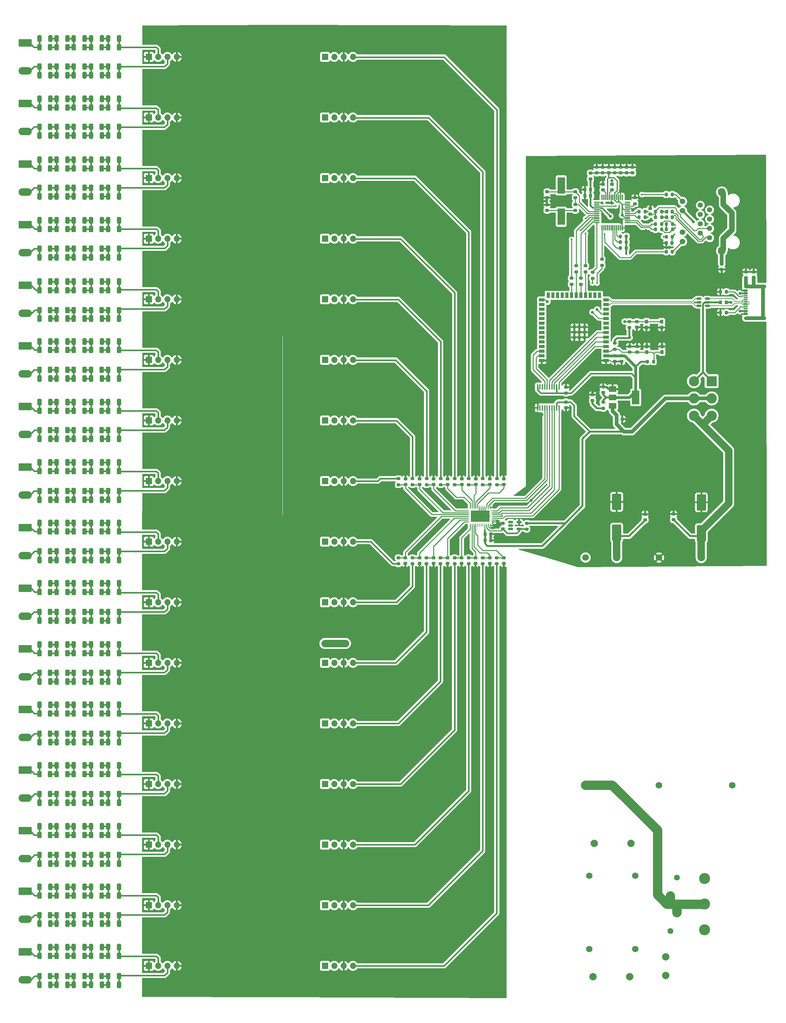
<source format=gbr>
%TF.GenerationSoftware,KiCad,Pcbnew,8.0.8*%
%TF.CreationDate,2025-02-12T13:58:17+01:00*%
%TF.ProjectId,diffprobe-espnow,64696666-7072-46f6-9265-2d6573706e6f,rev?*%
%TF.SameCoordinates,Original*%
%TF.FileFunction,Copper,L1,Top*%
%TF.FilePolarity,Positive*%
%FSLAX46Y46*%
G04 Gerber Fmt 4.6, Leading zero omitted, Abs format (unit mm)*
G04 Created by KiCad (PCBNEW 8.0.8) date 2025-02-12 13:58:17*
%MOMM*%
%LPD*%
G01*
G04 APERTURE LIST*
G04 Aperture macros list*
%AMRoundRect*
0 Rectangle with rounded corners*
0 $1 Rounding radius*
0 $2 $3 $4 $5 $6 $7 $8 $9 X,Y pos of 4 corners*
0 Add a 4 corners polygon primitive as box body*
4,1,4,$2,$3,$4,$5,$6,$7,$8,$9,$2,$3,0*
0 Add four circle primitives for the rounded corners*
1,1,$1+$1,$2,$3*
1,1,$1+$1,$4,$5*
1,1,$1+$1,$6,$7*
1,1,$1+$1,$8,$9*
0 Add four rect primitives between the rounded corners*
20,1,$1+$1,$2,$3,$4,$5,0*
20,1,$1+$1,$4,$5,$6,$7,0*
20,1,$1+$1,$6,$7,$8,$9,0*
20,1,$1+$1,$8,$9,$2,$3,0*%
G04 Aperture macros list end*
%TA.AperFunction,SMDPad,CuDef*%
%ADD10RoundRect,0.250000X-0.325000X-0.650000X0.325000X-0.650000X0.325000X0.650000X-0.325000X0.650000X0*%
%TD*%
%TA.AperFunction,ComponentPad*%
%ADD11C,1.397000*%
%TD*%
%TA.AperFunction,ComponentPad*%
%ADD12C,1.524000*%
%TD*%
%TA.AperFunction,ComponentPad*%
%ADD13C,2.108200*%
%TD*%
%TA.AperFunction,SMDPad,CuDef*%
%ADD14RoundRect,0.250000X-0.312500X-0.625000X0.312500X-0.625000X0.312500X0.625000X-0.312500X0.625000X0*%
%TD*%
%TA.AperFunction,SMDPad,CuDef*%
%ADD15RoundRect,0.225000X-0.225000X-0.250000X0.225000X-0.250000X0.225000X0.250000X-0.225000X0.250000X0*%
%TD*%
%TA.AperFunction,SMDPad,CuDef*%
%ADD16RoundRect,0.200000X-0.200000X-0.275000X0.200000X-0.275000X0.200000X0.275000X-0.200000X0.275000X0*%
%TD*%
%TA.AperFunction,ComponentPad*%
%ADD17R,1.700000X1.700000*%
%TD*%
%TA.AperFunction,ComponentPad*%
%ADD18O,1.700000X1.700000*%
%TD*%
%TA.AperFunction,ComponentPad*%
%ADD19RoundRect,0.250001X-1.549999X0.799999X-1.549999X-0.799999X1.549999X-0.799999X1.549999X0.799999X0*%
%TD*%
%TA.AperFunction,ComponentPad*%
%ADD20O,3.600000X2.100000*%
%TD*%
%TA.AperFunction,SMDPad,CuDef*%
%ADD21RoundRect,0.225000X-0.250000X0.225000X-0.250000X-0.225000X0.250000X-0.225000X0.250000X0.225000X0*%
%TD*%
%TA.AperFunction,SMDPad,CuDef*%
%ADD22RoundRect,0.218750X-0.218750X-0.256250X0.218750X-0.256250X0.218750X0.256250X-0.218750X0.256250X0*%
%TD*%
%TA.AperFunction,SMDPad,CuDef*%
%ADD23RoundRect,0.200000X-0.275000X0.200000X-0.275000X-0.200000X0.275000X-0.200000X0.275000X0.200000X0*%
%TD*%
%TA.AperFunction,SMDPad,CuDef*%
%ADD24RoundRect,0.200000X0.275000X-0.200000X0.275000X0.200000X-0.275000X0.200000X-0.275000X-0.200000X0*%
%TD*%
%TA.AperFunction,SMDPad,CuDef*%
%ADD25RoundRect,0.225000X0.250000X-0.225000X0.250000X0.225000X-0.250000X0.225000X-0.250000X-0.225000X0*%
%TD*%
%TA.AperFunction,SMDPad,CuDef*%
%ADD26RoundRect,0.200000X0.200000X0.275000X-0.200000X0.275000X-0.200000X-0.275000X0.200000X-0.275000X0*%
%TD*%
%TA.AperFunction,SMDPad,CuDef*%
%ADD27RoundRect,0.075000X0.662500X0.075000X-0.662500X0.075000X-0.662500X-0.075000X0.662500X-0.075000X0*%
%TD*%
%TA.AperFunction,SMDPad,CuDef*%
%ADD28RoundRect,0.075000X0.075000X0.662500X-0.075000X0.662500X-0.075000X-0.662500X0.075000X-0.662500X0*%
%TD*%
%TA.AperFunction,SMDPad,CuDef*%
%ADD29RoundRect,0.150000X0.425000X-0.150000X0.425000X0.150000X-0.425000X0.150000X-0.425000X-0.150000X0*%
%TD*%
%TA.AperFunction,SMDPad,CuDef*%
%ADD30RoundRect,0.075000X0.500000X-0.075000X0.500000X0.075000X-0.500000X0.075000X-0.500000X-0.075000X0*%
%TD*%
%TA.AperFunction,ComponentPad*%
%ADD31O,2.100000X1.000000*%
%TD*%
%TA.AperFunction,ComponentPad*%
%ADD32O,1.800000X1.000000*%
%TD*%
%TA.AperFunction,ComponentPad*%
%ADD33R,2.800000X2.800000*%
%TD*%
%TA.AperFunction,ComponentPad*%
%ADD34C,2.800000*%
%TD*%
%TA.AperFunction,ComponentPad*%
%ADD35C,2.000000*%
%TD*%
%TA.AperFunction,SMDPad,CuDef*%
%ADD36R,0.900000X1.000000*%
%TD*%
%TA.AperFunction,SMDPad,CuDef*%
%ADD37R,1.500000X0.900000*%
%TD*%
%TA.AperFunction,SMDPad,CuDef*%
%ADD38R,0.900000X1.500000*%
%TD*%
%TA.AperFunction,SMDPad,CuDef*%
%ADD39R,0.900000X0.900000*%
%TD*%
%TA.AperFunction,SMDPad,CuDef*%
%ADD40RoundRect,0.218750X-0.256250X0.218750X-0.256250X-0.218750X0.256250X-0.218750X0.256250X0.218750X0*%
%TD*%
%TA.AperFunction,ComponentPad*%
%ADD41C,3.000000*%
%TD*%
%TA.AperFunction,SMDPad,CuDef*%
%ADD42RoundRect,0.250000X1.000000X-1.950000X1.000000X1.950000X-1.000000X1.950000X-1.000000X-1.950000X0*%
%TD*%
%TA.AperFunction,ComponentPad*%
%ADD43C,1.750000*%
%TD*%
%TA.AperFunction,ComponentPad*%
%ADD44C,1.600000*%
%TD*%
%TA.AperFunction,SMDPad,CuDef*%
%ADD45RoundRect,0.250000X-1.000000X1.950000X-1.000000X-1.950000X1.000000X-1.950000X1.000000X1.950000X0*%
%TD*%
%TA.AperFunction,SMDPad,CuDef*%
%ADD46R,2.000000X4.500000*%
%TD*%
%TA.AperFunction,SMDPad,CuDef*%
%ADD47RoundRect,0.100000X-0.100000X0.637500X-0.100000X-0.637500X0.100000X-0.637500X0.100000X0.637500X0*%
%TD*%
%TA.AperFunction,ComponentPad*%
%ADD48R,1.800000X1.800000*%
%TD*%
%TA.AperFunction,ComponentPad*%
%ADD49C,1.800000*%
%TD*%
%TA.AperFunction,SMDPad,CuDef*%
%ADD50RoundRect,0.150000X-0.512500X-0.150000X0.512500X-0.150000X0.512500X0.150000X-0.512500X0.150000X0*%
%TD*%
%TA.AperFunction,SMDPad,CuDef*%
%ADD51RoundRect,0.062500X-0.062500X0.375000X-0.062500X-0.375000X0.062500X-0.375000X0.062500X0.375000X0*%
%TD*%
%TA.AperFunction,SMDPad,CuDef*%
%ADD52RoundRect,0.062500X-0.375000X0.062500X-0.375000X-0.062500X0.375000X-0.062500X0.375000X0.062500X0*%
%TD*%
%TA.AperFunction,SMDPad,CuDef*%
%ADD53R,5.150000X3.150000*%
%TD*%
%TA.AperFunction,SMDPad,CuDef*%
%ADD54RoundRect,0.218750X0.256250X-0.218750X0.256250X0.218750X-0.256250X0.218750X-0.256250X-0.218750X0*%
%TD*%
%TA.AperFunction,SMDPad,CuDef*%
%ADD55R,2.000000X1.500000*%
%TD*%
%TA.AperFunction,SMDPad,CuDef*%
%ADD56R,2.000000X3.800000*%
%TD*%
%TA.AperFunction,ViaPad*%
%ADD57C,0.800000*%
%TD*%
%TA.AperFunction,ViaPad*%
%ADD58C,0.500000*%
%TD*%
%TA.AperFunction,ViaPad*%
%ADD59C,1.200000*%
%TD*%
%TA.AperFunction,Conductor*%
%ADD60C,0.250000*%
%TD*%
%TA.AperFunction,Conductor*%
%ADD61C,2.000000*%
%TD*%
%TA.AperFunction,Conductor*%
%ADD62C,0.500000*%
%TD*%
%TA.AperFunction,Conductor*%
%ADD63C,0.400000*%
%TD*%
%TA.AperFunction,Conductor*%
%ADD64C,1.000000*%
%TD*%
%TA.AperFunction,Conductor*%
%ADD65C,0.300000*%
%TD*%
%TA.AperFunction,Conductor*%
%ADD66C,0.750000*%
%TD*%
%TA.AperFunction,Conductor*%
%ADD67C,0.200000*%
%TD*%
%TA.AperFunction,Conductor*%
%ADD68C,1.500000*%
%TD*%
%TA.AperFunction,Conductor*%
%ADD69C,2.500000*%
%TD*%
G04 APERTURE END LIST*
D10*
%TO.P,C588,1,1*%
%TO.N,Net-(C587-Pad2)*%
X98250000Y-213600000D03*
%TO.P,C588,2,2*%
%TO.N,Net-(C588-Pad2)*%
X101200000Y-213600000D03*
%TD*%
D11*
%TO.P,J12,1*%
%TO.N,/esp32andadc/TX_P*%
X268947200Y-116935450D03*
%TO.P,J12,2*%
%TO.N,/esp32andadc/TX_N*%
X271487200Y-118205450D03*
%TO.P,J12,3*%
%TO.N,Net-(C123-Pad2)*%
X268947200Y-119475450D03*
%TO.P,J12,4*%
%TO.N,unconnected-(J12-Pad4)*%
X271487200Y-120745450D03*
%TO.P,J12,5*%
%TO.N,unconnected-(J12-Pad5)*%
X268947200Y-122015450D03*
%TO.P,J12,6*%
%TO.N,Net-(C124-Pad2)*%
X271487200Y-123285450D03*
%TO.P,J12,7*%
%TO.N,/esp32andadc/RX_P*%
X268947200Y-124555450D03*
%TO.P,J12,8*%
%TO.N,/esp32andadc/RX_N*%
X271487200Y-125825450D03*
D12*
%TO.P,J12,9*%
%TO.N,Net-(J12-Pad9)*%
X264121200Y-115919450D03*
%TO.P,J12,10*%
%TO.N,/esp32andadc/VCC3V3*%
X264121200Y-118459450D03*
%TO.P,J12,11*%
X264121200Y-124301450D03*
%TO.P,J12,12*%
%TO.N,Net-(J12-Pad12)*%
X264121200Y-126841450D03*
D13*
%TO.P,J12,SH*%
%TO.N,GNDS*%
X274789200Y-129381450D03*
X274789200Y-113379450D03*
%TD*%
D10*
%TO.P,C546,1,1*%
%TO.N,/8diffInputs/IN_N_5*%
X88897500Y-147850000D03*
%TO.P,C546,2,2*%
%TO.N,Net-(C546-Pad2)*%
X91847500Y-147850000D03*
%TD*%
D14*
%TO.P,R516,1,1*%
%TO.N,/8diffInputs/IN_N_2*%
X88910000Y-95600000D03*
%TO.P,R516,2,2*%
%TO.N,Net-(R516-Pad2)*%
X91835000Y-95600000D03*
%TD*%
%TO.P,R657,1,1*%
%TO.N,Net-(R656-Pad2)*%
X93600000Y-327000000D03*
%TO.P,R657,2,2*%
%TO.N,Net-(R657-Pad2)*%
X96525000Y-327000000D03*
%TD*%
D15*
%TO.P,C106,1*%
%TO.N,/esp32andadc/VCC5V*%
X210295000Y-206540000D03*
%TO.P,C106,2*%
%TO.N,GND*%
X211845000Y-206540000D03*
%TD*%
D10*
%TO.P,C613,1,1*%
%TO.N,Net-(C612-Pad2)*%
X98250000Y-253100000D03*
%TO.P,C613,2,2*%
%TO.N,Net-(C613-Pad2)*%
X101200000Y-253100000D03*
%TD*%
D14*
%TO.P,R605,1,1*%
%TO.N,Net-(R604-Pad2)*%
X107662500Y-239000000D03*
%TO.P,R605,2,2*%
%TO.N,/8diffInputs1/IN_P_LV_3*%
X110587500Y-239000000D03*
%TD*%
D10*
%TO.P,C640,1,1*%
%TO.N,Net-(C639-Pad2)*%
X107650000Y-296300000D03*
%TO.P,C640,2,2*%
%TO.N,/8diffInputs1/IN_N_LV_6*%
X110600000Y-296300000D03*
%TD*%
D14*
%TO.P,R602,1,1*%
%TO.N,Net-(R601-Pad2)*%
X93600000Y-239000000D03*
%TO.P,R602,2,2*%
%TO.N,Net-(R602-Pad2)*%
X96525000Y-239000000D03*
%TD*%
D16*
%TO.P,R119,1*%
%TO.N,/esp32andadc/VA3V3*%
X259708000Y-123555500D03*
%TO.P,R119,2*%
%TO.N,/esp32andadc/TX_N*%
X261358000Y-123555500D03*
%TD*%
D14*
%TO.P,R587,1,1*%
%TO.N,Net-(R586-Pad2)*%
X93600000Y-211250000D03*
%TO.P,R587,2,2*%
%TO.N,Net-(R587-Pad2)*%
X96525000Y-211250000D03*
%TD*%
D17*
%TO.P,J124,1,Pin_1*%
%TO.N,/PS5V*%
X166700000Y-258140000D03*
D18*
%TO.P,J124,2,Pin_2*%
%TO.N,/PS-5V*%
X169240000Y-258140000D03*
%TO.P,J124,3,Pin_3*%
%TO.N,GND*%
X171780000Y-258140000D03*
%TO.P,J124,4,Pin_4*%
%TO.N,/esp32andadc/CH11*%
X174320000Y-258140000D03*
%TD*%
D10*
%TO.P,C526,1,1*%
%TO.N,/8diffInputs/IN_N_3*%
X88897500Y-114550000D03*
%TO.P,C526,2,2*%
%TO.N,Net-(C526-Pad2)*%
X91847500Y-114550000D03*
%TD*%
D14*
%TO.P,R617,1,1*%
%TO.N,Net-(R616-Pad2)*%
X93600000Y-260950000D03*
%TO.P,R617,2,2*%
%TO.N,Net-(R617-Pad2)*%
X96525000Y-260950000D03*
%TD*%
D10*
%TO.P,C521,1,1*%
%TO.N,/8diffInputs/IN_P_3*%
X88897500Y-104550000D03*
%TO.P,C521,2,2*%
%TO.N,Net-(C521-Pad2)*%
X91847500Y-104550000D03*
%TD*%
%TO.P,C615,1,1*%
%TO.N,Net-(C614-Pad2)*%
X107650000Y-253100000D03*
%TO.P,C615,2,2*%
%TO.N,/8diffInputs1/IN_P_LV_4*%
X110600000Y-253100000D03*
%TD*%
%TO.P,C635,1,1*%
%TO.N,Net-(C634-Pad2)*%
X107650000Y-286150000D03*
%TO.P,C635,2,2*%
%TO.N,/8diffInputs1/IN_P_LV_6*%
X110600000Y-286150000D03*
%TD*%
D14*
%TO.P,R639,1,1*%
%TO.N,Net-(R638-Pad2)*%
X102962500Y-293950000D03*
%TO.P,R639,2,2*%
%TO.N,Net-(R639-Pad2)*%
X105887500Y-293950000D03*
%TD*%
%TO.P,R576,1,1*%
%TO.N,/8diffInputs/IN_N_8*%
X88910000Y-194800000D03*
%TO.P,R576,2,2*%
%TO.N,Net-(R576-Pad2)*%
X91835000Y-194800000D03*
%TD*%
%TO.P,R549,1,1*%
%TO.N,Net-(R548-Pad2)*%
X102962500Y-145530000D03*
%TO.P,R549,2,2*%
%TO.N,Net-(R549-Pad2)*%
X105887500Y-145530000D03*
%TD*%
D19*
%TO.P,J509,1,Pin_1*%
%TO.N,/8diffInputs1/IN_P_1*%
X85067500Y-204800000D03*
D20*
%TO.P,J509,2,Pin_2*%
%TO.N,/8diffInputs1/IN_N_1*%
X85067500Y-212420000D03*
%TD*%
D10*
%TO.P,C591,1,1*%
%TO.N,/8diffInputs1/IN_P_2*%
X88897500Y-219950000D03*
%TO.P,C591,2,2*%
%TO.N,Net-(C591-Pad2)*%
X91847500Y-219950000D03*
%TD*%
D14*
%TO.P,R552,1,1*%
%TO.N,Net-(R551-Pad2)*%
X93600000Y-156400000D03*
%TO.P,R552,2,2*%
%TO.N,Net-(R552-Pad2)*%
X96525000Y-156400000D03*
%TD*%
D15*
%TO.P,C105,1*%
%TO.N,/esp32andadc/VCC5V*%
X210300000Y-208300000D03*
%TO.P,C105,2*%
%TO.N,GND*%
X211850000Y-208300000D03*
%TD*%
D10*
%TO.P,C554,1,1*%
%TO.N,Net-(C553-Pad2)*%
X102950000Y-154050000D03*
%TO.P,C554,2,2*%
%TO.N,Net-(C554-Pad2)*%
X105900000Y-154050000D03*
%TD*%
D21*
%TO.P,C108,1*%
%TO.N,Net-(U101-GPIO0{slash}BOOT)*%
X251677999Y-148676000D03*
%TO.P,C108,2*%
%TO.N,GND*%
X251677999Y-150226000D03*
%TD*%
D17*
%TO.P,J116,1,Pin_1*%
%TO.N,/PS5V*%
X166700000Y-192100000D03*
D18*
%TO.P,J116,2,Pin_2*%
%TO.N,/PS-5V*%
X169240000Y-192100000D03*
%TO.P,J116,3,Pin_3*%
%TO.N,GND*%
X171780000Y-192100000D03*
%TO.P,J116,4,Pin_4*%
%TO.N,/esp32andadc/CH7*%
X174320000Y-192100000D03*
%TD*%
D14*
%TO.P,R659,1,1*%
%TO.N,Net-(R658-Pad2)*%
X102962500Y-327000000D03*
%TO.P,R659,2,2*%
%TO.N,Net-(R659-Pad2)*%
X105887500Y-327000000D03*
%TD*%
%TO.P,R633,1,1*%
%TO.N,Net-(R632-Pad2)*%
X98262500Y-288500000D03*
%TO.P,R633,2,2*%
%TO.N,Net-(R633-Pad2)*%
X101187500Y-288500000D03*
%TD*%
D10*
%TO.P,C614,1,1*%
%TO.N,Net-(C613-Pad2)*%
X102950000Y-253100000D03*
%TO.P,C614,2,2*%
%TO.N,Net-(C614-Pad2)*%
X105900000Y-253100000D03*
%TD*%
%TO.P,C600,1,1*%
%TO.N,Net-(C599-Pad2)*%
X107650000Y-230100000D03*
%TO.P,C600,2,2*%
%TO.N,/8diffInputs1/IN_N_LV_2*%
X110600000Y-230100000D03*
%TD*%
%TO.P,C555,1,1*%
%TO.N,Net-(C554-Pad2)*%
X107650000Y-154050000D03*
%TO.P,C555,2,2*%
%TO.N,/8diffInputs/IN_P_LV_6*%
X110600000Y-154050000D03*
%TD*%
D21*
%TO.P,C120,1*%
%TO.N,GND*%
X243996671Y-106601000D03*
%TO.P,C120,2*%
%TO.N,/esp32andadc/VA3V3*%
X243996671Y-108151000D03*
%TD*%
D10*
%TO.P,C622,1,1*%
%TO.N,Net-(C621-Pad2)*%
X93587500Y-269600000D03*
%TO.P,C622,2,2*%
%TO.N,Net-(C622-Pad2)*%
X96537500Y-269600000D03*
%TD*%
D14*
%TO.P,R531,1,1*%
%TO.N,/8diffInputs/IN_P_4*%
X88910000Y-123400000D03*
%TO.P,R531,2,2*%
%TO.N,Net-(R531-Pad2)*%
X91835000Y-123400000D03*
%TD*%
D22*
%TO.P,D101,1,K*%
%TO.N,/esp32andadc/USB5V*%
X274455500Y-143381000D03*
%TO.P,D101,2,A*%
%TO.N,Net-(D101-A)*%
X276030500Y-143381000D03*
%TD*%
D14*
%TO.P,R590,1,1*%
%TO.N,Net-(R589-Pad2)*%
X107662500Y-211250000D03*
%TO.P,R590,2,2*%
%TO.N,/8diffInputs1/IN_N_LV_1*%
X110587500Y-211250000D03*
%TD*%
D21*
%TO.P,C121,1*%
%TO.N,GND*%
X242375005Y-106601000D03*
%TO.P,C121,2*%
%TO.N,/esp32andadc/VA3V3*%
X242375005Y-108151000D03*
%TD*%
D14*
%TO.P,R637,1,1*%
%TO.N,Net-(R636-Pad2)*%
X93600000Y-293950000D03*
%TO.P,R637,2,2*%
%TO.N,Net-(R637-Pad2)*%
X96525000Y-293950000D03*
%TD*%
%TO.P,R569,1,1*%
%TO.N,Net-(R568-Pad2)*%
X102962500Y-178200000D03*
%TO.P,R569,2,2*%
%TO.N,Net-(R569-Pad2)*%
X105887500Y-178200000D03*
%TD*%
D19*
%TO.P,J504,1,Pin_1*%
%TO.N,/8diffInputs/IN_P_4*%
X85067500Y-122250000D03*
D20*
%TO.P,J504,2,Pin_2*%
%TO.N,/8diffInputs/IN_N_4*%
X85067500Y-129870000D03*
%TD*%
D23*
%TO.P,R107,1*%
%TO.N,Net-(U103-XI{slash}CLKIN)*%
X234903000Y-113249000D03*
%TO.P,R107,2*%
%TO.N,Net-(U103-XO)*%
X234903000Y-114899000D03*
%TD*%
D14*
%TO.P,R595,1,1*%
%TO.N,Net-(R594-Pad2)*%
X107662500Y-222300000D03*
%TO.P,R595,2,2*%
%TO.N,/8diffInputs1/IN_P_LV_2*%
X110587500Y-222300000D03*
%TD*%
%TO.P,R640,1,1*%
%TO.N,Net-(R639-Pad2)*%
X107662500Y-293950000D03*
%TO.P,R640,2,2*%
%TO.N,/8diffInputs1/IN_N_LV_6*%
X110587500Y-293950000D03*
%TD*%
D10*
%TO.P,C652,1,1*%
%TO.N,Net-(C651-Pad2)*%
X93587500Y-319100000D03*
%TO.P,C652,2,2*%
%TO.N,Net-(C652-Pad2)*%
X96537500Y-319100000D03*
%TD*%
%TO.P,C566,1,1*%
%TO.N,/8diffInputs/IN_N_7*%
X88897500Y-180550000D03*
%TO.P,C566,2,2*%
%TO.N,Net-(C566-Pad2)*%
X91847500Y-180550000D03*
%TD*%
D21*
%TO.P,C114,1*%
%TO.N,GND*%
X242447200Y-111261000D03*
%TO.P,C114,2*%
%TO.N,Net-(U103-1V2O)*%
X242447200Y-112811000D03*
%TD*%
D10*
%TO.P,C536,1,1*%
%TO.N,/8diffInputs/IN_N_4*%
X88897500Y-131100000D03*
%TO.P,C536,2,2*%
%TO.N,unconnected-(C536-Pad2)*%
X91847500Y-131100000D03*
%TD*%
D14*
%TO.P,R610,1,1*%
%TO.N,Net-(R609-Pad2)*%
X107662500Y-244350000D03*
%TO.P,R610,2,2*%
%TO.N,/8diffInputs1/IN_N_LV_3*%
X110587500Y-244350000D03*
%TD*%
%TO.P,R543,1,1*%
%TO.N,Net-(R542-Pad2)*%
X98262500Y-140100000D03*
%TO.P,R543,2,2*%
%TO.N,Net-(R543-Pad2)*%
X101187500Y-140100000D03*
%TD*%
D17*
%TO.P,J132,1,Pin_1*%
%TO.N,/PS5V*%
X166700000Y-324180000D03*
D18*
%TO.P,J132,2,Pin_2*%
%TO.N,/PS-5V*%
X169240000Y-324180000D03*
%TO.P,J132,3,Pin_3*%
%TO.N,GND*%
X171780000Y-324180000D03*
%TO.P,J132,4,Pin_4*%
%TO.N,/esp32andadc/CH15*%
X174320000Y-324180000D03*
%TD*%
D14*
%TO.P,R589,1,1*%
%TO.N,Net-(R588-Pad2)*%
X102962500Y-211250000D03*
%TO.P,R589,2,2*%
%TO.N,Net-(R589-Pad2)*%
X105887500Y-211250000D03*
%TD*%
D24*
%TO.P,R206,1*%
%TO.N,Net-(U102-CH5)*%
X194376666Y-193100000D03*
%TO.P,R206,2*%
%TO.N,/esp32andadc/CH5*%
X194376666Y-191450000D03*
%TD*%
D17*
%TO.P,J131,1,Pin_1*%
%TO.N,GND*%
X118700000Y-324180000D03*
D18*
%TO.P,J131,2,Pin_2*%
%TO.N,/8diffInputs1/IN_P_LV_8*%
X121240000Y-324180000D03*
%TO.P,J131,3,Pin_3*%
%TO.N,/8diffInputs1/IN_N_LV_8*%
X123780000Y-324180000D03*
%TO.P,J131,4,Pin_4*%
%TO.N,GND*%
X126320000Y-324180000D03*
%TD*%
D10*
%TO.P,C535,1,1*%
%TO.N,Net-(C534-Pad2)*%
X107650000Y-121050000D03*
%TO.P,C535,2,2*%
%TO.N,/8diffInputs/IN_P_LV_4*%
X110600000Y-121050000D03*
%TD*%
D25*
%TO.P,C202,1*%
%TO.N,Net-(U102-CH1)*%
X211596663Y-193050000D03*
%TO.P,C202,2*%
%TO.N,GND*%
X211596663Y-191500000D03*
%TD*%
D14*
%TO.P,R574,1,1*%
%TO.N,Net-(R573-Pad2)*%
X102962500Y-189400000D03*
%TO.P,R574,2,2*%
%TO.N,Net-(R574-Pad2)*%
X105887500Y-189400000D03*
%TD*%
D24*
%TO.P,R105,1*%
%TO.N,/esp32andadc/VCC3V3*%
X249607999Y-150276000D03*
%TO.P,R105,2*%
%TO.N,Net-(U101-GPIO0{slash}BOOT)*%
X249607999Y-148626000D03*
%TD*%
D23*
%TO.P,R213,1*%
%TO.N,Net-(U102-CH12)*%
X202006664Y-212975000D03*
%TO.P,R213,2*%
%TO.N,/esp32andadc/CH12*%
X202006664Y-214625000D03*
%TD*%
D14*
%TO.P,R634,1,1*%
%TO.N,Net-(R633-Pad2)*%
X102962500Y-288500000D03*
%TO.P,R634,2,2*%
%TO.N,Net-(R634-Pad2)*%
X105887500Y-288500000D03*
%TD*%
D10*
%TO.P,C572,1,1*%
%TO.N,Net-(C571-Pad2)*%
X93587500Y-187050000D03*
%TO.P,C572,2,2*%
%TO.N,Net-(C572-Pad2)*%
X96537500Y-187050000D03*
%TD*%
D21*
%TO.P,C216,1*%
%TO.N,Net-(U102-CH15)*%
X215400000Y-213025000D03*
%TO.P,C216,2*%
%TO.N,GND*%
X215400000Y-214575000D03*
%TD*%
D14*
%TO.P,R528,1,1*%
%TO.N,Net-(R527-Pad2)*%
X98262500Y-112200000D03*
%TO.P,R528,2,2*%
%TO.N,Net-(R528-Pad2)*%
X101187500Y-112200000D03*
%TD*%
D10*
%TO.P,C647,1,1*%
%TO.N,Net-(C646-Pad2)*%
X93587500Y-312700000D03*
%TO.P,C647,2,2*%
%TO.N,Net-(C647-Pad2)*%
X96537500Y-312700000D03*
%TD*%
%TO.P,C586,1,1*%
%TO.N,/8diffInputs1/IN_N_1*%
X88897500Y-213600000D03*
%TO.P,C586,2,2*%
%TO.N,Net-(C586-Pad2)*%
X91847500Y-213600000D03*
%TD*%
%TO.P,C527,1,1*%
%TO.N,Net-(C526-Pad2)*%
X93587500Y-114550000D03*
%TO.P,C527,2,2*%
%TO.N,Net-(C527-Pad2)*%
X96537500Y-114550000D03*
%TD*%
%TO.P,C653,1,1*%
%TO.N,Net-(C652-Pad2)*%
X98250000Y-319100000D03*
%TO.P,C653,2,2*%
%TO.N,Net-(C653-Pad2)*%
X101200000Y-319100000D03*
%TD*%
%TO.P,C610,1,1*%
%TO.N,Net-(C609-Pad2)*%
X107650000Y-246700000D03*
%TO.P,C610,2,2*%
%TO.N,/8diffInputs1/IN_N_LV_3*%
X110600000Y-246700000D03*
%TD*%
D14*
%TO.P,R570,1,1*%
%TO.N,Net-(R569-Pad2)*%
X107662500Y-178200000D03*
%TO.P,R570,2,2*%
%TO.N,/8diffInputs/IN_N_LV_7*%
X110587500Y-178200000D03*
%TD*%
D17*
%TO.P,J117,1,Pin_1*%
%TO.N,GND*%
X118700000Y-208610000D03*
D18*
%TO.P,J117,2,Pin_2*%
%TO.N,/8diffInputs1/IN_P_LV_1*%
X121240000Y-208610000D03*
%TO.P,J117,3,Pin_3*%
%TO.N,/8diffInputs1/IN_N_LV_1*%
X123780000Y-208610000D03*
%TO.P,J117,4,Pin_4*%
%TO.N,GND*%
X126320000Y-208610000D03*
%TD*%
D10*
%TO.P,C564,1,1*%
%TO.N,Net-(C563-Pad2)*%
X102950000Y-170600000D03*
%TO.P,C564,2,2*%
%TO.N,Net-(C564-Pad2)*%
X105900000Y-170600000D03*
%TD*%
%TO.P,C649,1,1*%
%TO.N,Net-(C648-Pad2)*%
X102950000Y-312700000D03*
%TO.P,C649,2,2*%
%TO.N,Net-(C649-Pad2)*%
X105900000Y-312700000D03*
%TD*%
%TO.P,C581,1,1*%
%TO.N,/8diffInputs1/IN_P_1*%
X88897500Y-203500000D03*
%TO.P,C581,2,2*%
%TO.N,Net-(C581-Pad2)*%
X91847500Y-203500000D03*
%TD*%
%TO.P,C578,1,1*%
%TO.N,Net-(C577-Pad2)*%
X98250000Y-197150000D03*
%TO.P,C578,2,2*%
%TO.N,Net-(C578-Pad2)*%
X101200000Y-197150000D03*
%TD*%
%TO.P,C568,1,1*%
%TO.N,Net-(C567-Pad2)*%
X98250000Y-180550000D03*
%TO.P,C568,2,2*%
%TO.N,Net-(C568-Pad2)*%
X101200000Y-180550000D03*
%TD*%
D14*
%TO.P,R598,1,1*%
%TO.N,Net-(R597-Pad2)*%
X98262500Y-227750000D03*
%TO.P,R598,2,2*%
%TO.N,Net-(R598-Pad2)*%
X101187500Y-227750000D03*
%TD*%
D10*
%TO.P,C625,1,1*%
%TO.N,Net-(C624-Pad2)*%
X107650000Y-269600000D03*
%TO.P,C625,2,2*%
%TO.N,/8diffInputs1/IN_P_LV_5*%
X110600000Y-269600000D03*
%TD*%
D14*
%TO.P,R612,1,1*%
%TO.N,Net-(R611-Pad2)*%
X93600000Y-255400000D03*
%TO.P,R612,2,2*%
%TO.N,Net-(R612-Pad2)*%
X96525000Y-255400000D03*
%TD*%
D17*
%TO.P,J112,1,Pin_1*%
%TO.N,/PS5V*%
X166700000Y-159080000D03*
D18*
%TO.P,J112,2,Pin_2*%
%TO.N,/PS-5V*%
X169240000Y-159080000D03*
%TO.P,J112,3,Pin_3*%
%TO.N,GND*%
X171780000Y-159080000D03*
%TO.P,J112,4,Pin_4*%
%TO.N,/esp32andadc/CH5*%
X174320000Y-159080000D03*
%TD*%
D25*
%TO.P,C206,1*%
%TO.N,Net-(U102-CH5)*%
X196289999Y-193050000D03*
%TO.P,C206,2*%
%TO.N,GND*%
X196289999Y-191500000D03*
%TD*%
D10*
%TO.P,C655,1,1*%
%TO.N,Net-(C654-Pad2)*%
X107650000Y-319100000D03*
%TO.P,C655,2,2*%
%TO.N,/8diffInputs1/IN_P_LV_8*%
X110600000Y-319100000D03*
%TD*%
%TO.P,C562,1,1*%
%TO.N,Net-(C561-Pad2)*%
X93587500Y-170600000D03*
%TO.P,C562,2,2*%
%TO.N,Net-(C562-Pad2)*%
X96537500Y-170600000D03*
%TD*%
D14*
%TO.P,R556,1,1*%
%TO.N,/8diffInputs/IN_N_6*%
X88910000Y-161800000D03*
%TO.P,R556,2,2*%
%TO.N,Net-(R556-Pad2)*%
X91835000Y-161800000D03*
%TD*%
%TO.P,R585,1,1*%
%TO.N,Net-(R584-Pad2)*%
X107662500Y-205850000D03*
%TO.P,R585,2,2*%
%TO.N,/8diffInputs1/IN_P_LV_1*%
X110587500Y-205850000D03*
%TD*%
D21*
%TO.P,C122,1*%
%TO.N,GND*%
X240753335Y-106601000D03*
%TO.P,C122,2*%
%TO.N,/esp32andadc/VA3V3*%
X240753335Y-108151000D03*
%TD*%
D17*
%TO.P,J122,1,Pin_1*%
%TO.N,/PS5V*%
X166700000Y-241630000D03*
D18*
%TO.P,J122,2,Pin_2*%
%TO.N,/PS-5V*%
X169240000Y-241630000D03*
%TO.P,J122,3,Pin_3*%
%TO.N,GND*%
X171780000Y-241630000D03*
%TO.P,J122,4,Pin_4*%
%TO.N,/esp32andadc/CH10*%
X174320000Y-241630000D03*
%TD*%
D17*
%TO.P,J105,1,Pin_1*%
%TO.N,GND*%
X118700000Y-109550000D03*
D18*
%TO.P,J105,2,Pin_2*%
%TO.N,/8diffInputs/IN_P_LV_3*%
X121240000Y-109550000D03*
%TO.P,J105,3,Pin_3*%
%TO.N,/8diffInputs/IN_N_LV_3*%
X123780000Y-109550000D03*
%TO.P,J105,4,Pin_4*%
%TO.N,GND*%
X126320000Y-109550000D03*
%TD*%
D14*
%TO.P,R555,1,1*%
%TO.N,Net-(R554-Pad2)*%
X107662500Y-156400000D03*
%TO.P,R555,2,2*%
%TO.N,/8diffInputs/IN_P_LV_6*%
X110587500Y-156400000D03*
%TD*%
D24*
%TO.P,R207,1*%
%TO.N,Net-(U102-CH6)*%
X190550000Y-193100000D03*
%TO.P,R207,2*%
%TO.N,/esp32andadc/CH6*%
X190550000Y-191450000D03*
%TD*%
D19*
%TO.P,J503,1,Pin_1*%
%TO.N,/8diffInputs/IN_P_3*%
X85067500Y-105740000D03*
D20*
%TO.P,J503,2,Pin_2*%
%TO.N,/8diffInputs/IN_N_3*%
X85067500Y-113360000D03*
%TD*%
D14*
%TO.P,R540,1,1*%
%TO.N,Net-(R539-Pad2)*%
X107662500Y-128750000D03*
%TO.P,R540,2,2*%
%TO.N,/8diffInputs/IN_N_LV_4*%
X110587500Y-128750000D03*
%TD*%
D10*
%TO.P,C524,1,1*%
%TO.N,Net-(C523-Pad2)*%
X102950000Y-104550000D03*
%TO.P,C524,2,2*%
%TO.N,Net-(C524-Pad2)*%
X105900000Y-104550000D03*
%TD*%
D14*
%TO.P,R575,1,1*%
%TO.N,Net-(R574-Pad2)*%
X107662500Y-189400000D03*
%TO.P,R575,2,2*%
%TO.N,/8diffInputs/IN_P_LV_8*%
X110587500Y-189400000D03*
%TD*%
D16*
%TO.P,R114,1*%
%TO.N,Net-(U103-TXP)*%
X256733000Y-122055500D03*
%TO.P,R114,2*%
%TO.N,/esp32andadc/TX_P*%
X258383000Y-122055500D03*
%TD*%
D26*
%TO.P,R123,1*%
%TO.N,Net-(J12-Pad9)*%
X261308000Y-114036000D03*
%TO.P,R123,2*%
%TO.N,/esp32andadc/ACTLED*%
X259658000Y-114036000D03*
%TD*%
D10*
%TO.P,C542,1,1*%
%TO.N,Net-(C541-Pad2)*%
X93587500Y-137750000D03*
%TO.P,C542,2,2*%
%TO.N,Net-(C542-Pad2)*%
X96537500Y-137750000D03*
%TD*%
D14*
%TO.P,R553,1,1*%
%TO.N,Net-(R552-Pad2)*%
X98262500Y-156400000D03*
%TO.P,R553,2,2*%
%TO.N,Net-(R553-Pad2)*%
X101187500Y-156400000D03*
%TD*%
%TO.P,R594,1,1*%
%TO.N,Net-(R593-Pad2)*%
X102962500Y-222300000D03*
%TO.P,R594,2,2*%
%TO.N,Net-(R594-Pad2)*%
X105887500Y-222300000D03*
%TD*%
D27*
%TO.P,U103,1,TXN*%
%TO.N,/esp32andadc/TXN*%
X249082505Y-121681000D03*
%TO.P,U103,2,TXP*%
%TO.N,Net-(U103-TXP)*%
X249082505Y-121181000D03*
%TO.P,U103,3,AGND*%
%TO.N,GND*%
X249082505Y-120681000D03*
%TO.P,U103,4,AVDD*%
%TO.N,/esp32andadc/VA3V3*%
X249082505Y-120181000D03*
%TO.P,U103,5,RXN*%
%TO.N,Net-(U103-RXN)*%
X249082505Y-119681000D03*
%TO.P,U103,6,RXP*%
%TO.N,/esp32andadc/RXP*%
X249082505Y-119181000D03*
%TO.P,U103,7,DNC*%
%TO.N,unconnected-(U103-DNC-Pad7)*%
X249082505Y-118681000D03*
%TO.P,U103,8,AVDD*%
%TO.N,/esp32andadc/VA3V3*%
X249082505Y-118181000D03*
%TO.P,U103,9,AGND*%
%TO.N,GND*%
X249082505Y-117681000D03*
%TO.P,U103,10,EXRES1*%
%TO.N,Net-(U103-EXRES1)*%
X249082505Y-117181000D03*
%TO.P,U103,11,AVDD*%
%TO.N,/esp32andadc/VA3V3*%
X249082505Y-116681000D03*
%TO.P,U103,12,NC*%
%TO.N,unconnected-(U103-NC-Pad12)*%
X249082505Y-116181000D03*
D28*
%TO.P,U103,13,NC*%
%TO.N,unconnected-(U103-NC-Pad13)*%
X247670005Y-114768500D03*
%TO.P,U103,14,AGND*%
%TO.N,GND*%
X247170005Y-114768500D03*
%TO.P,U103,15,AVDD*%
%TO.N,/esp32andadc/VA3V3*%
X246670005Y-114768500D03*
%TO.P,U103,16,AGND*%
%TO.N,GND*%
X246170005Y-114768500D03*
%TO.P,U103,17,AVDD*%
%TO.N,/esp32andadc/VA3V3*%
X245670005Y-114768500D03*
%TO.P,U103,18,VBG*%
%TO.N,unconnected-(U103-VBG-Pad18)*%
X245170005Y-114768500D03*
%TO.P,U103,19,AGND*%
%TO.N,GND*%
X244670005Y-114768500D03*
%TO.P,U103,20,TOCAP*%
%TO.N,Net-(U103-TOCAP)*%
X244170005Y-114768500D03*
%TO.P,U103,21,AVDD*%
%TO.N,/esp32andadc/VA3V3*%
X243670005Y-114768500D03*
%TO.P,U103,22,1V2O*%
%TO.N,Net-(U103-1V2O)*%
X243170005Y-114768500D03*
%TO.P,U103,23,RSVD*%
%TO.N,unconnected-(U103-RSVD-Pad23)*%
X242670005Y-114768500D03*
%TO.P,U103,24,SPDLED*%
%TO.N,unconnected-(U103-SPDLED-Pad24)*%
X242170005Y-114768500D03*
D27*
%TO.P,U103,25,LINKLED*%
%TO.N,unconnected-(U103-LINKLED-Pad25)*%
X240757505Y-116181000D03*
%TO.P,U103,26,DUPLED*%
%TO.N,unconnected-(U103-DUPLED-Pad26)*%
X240757505Y-116681000D03*
%TO.P,U103,27,ACTLED*%
%TO.N,unconnected-(U103-ACTLED-Pad27)*%
X240757505Y-117181000D03*
%TO.P,U103,28,VDD*%
%TO.N,/esp32andadc/VCC3V3*%
X240757505Y-117681000D03*
%TO.P,U103,29,GND*%
%TO.N,GND*%
X240757505Y-118181000D03*
%TO.P,U103,30,XI/CLKIN*%
%TO.N,Net-(U103-XI{slash}CLKIN)*%
X240757505Y-118681000D03*
%TO.P,U103,31,XO*%
%TO.N,Net-(U103-XO)*%
X240757505Y-119181000D03*
%TO.P,U103,32,~{SCS}*%
%TO.N,Net-(U103-~{SCS})*%
X240757505Y-119681000D03*
%TO.P,U103,33,SCLK*%
%TO.N,Net-(U103-SCLK)*%
X240757505Y-120181000D03*
%TO.P,U103,34,MISO*%
%TO.N,Net-(U103-MISO)*%
X240757505Y-120681000D03*
%TO.P,U103,35,MOSI*%
%TO.N,Net-(U103-MOSI)*%
X240757505Y-121181000D03*
%TO.P,U103,36,~{INT}*%
%TO.N,Net-(U103-~{INT})*%
X240757505Y-121681000D03*
D28*
%TO.P,U103,37,~{RST}*%
%TO.N,Net-(U103-~{RST})*%
X242170005Y-123093500D03*
%TO.P,U103,38,RSVD*%
%TO.N,unconnected-(U103-RSVD-Pad38)*%
X242670005Y-123093500D03*
%TO.P,U103,39,RSVD*%
%TO.N,unconnected-(U103-RSVD-Pad39)*%
X243170005Y-123093500D03*
%TO.P,U103,40,RSVD*%
%TO.N,unconnected-(U103-RSVD-Pad40)*%
X243670005Y-123093500D03*
%TO.P,U103,41,RSVD*%
%TO.N,unconnected-(U103-RSVD-Pad41)*%
X244170005Y-123093500D03*
%TO.P,U103,42,RSVD*%
%TO.N,unconnected-(U103-RSVD-Pad42)*%
X244670005Y-123093500D03*
%TO.P,U103,43,PMODE2*%
%TO.N,Net-(U103-PMODE2)*%
X245170005Y-123093500D03*
%TO.P,U103,44,PMODE1*%
%TO.N,Net-(U103-PMODE1)*%
X245670005Y-123093500D03*
%TO.P,U103,45,PMODE0*%
%TO.N,Net-(U103-PMODE0)*%
X246170005Y-123093500D03*
%TO.P,U103,46,NC*%
%TO.N,unconnected-(U103-NC-Pad46)*%
X246670005Y-123093500D03*
%TO.P,U103,47,NC*%
%TO.N,unconnected-(U103-NC-Pad47)*%
X247170005Y-123093500D03*
%TO.P,U103,48,AGND*%
%TO.N,GND*%
X247670005Y-123093500D03*
%TD*%
D21*
%TO.P,C211,1*%
%TO.N,Net-(U102-CH10)*%
X196266665Y-213025000D03*
%TO.P,C211,2*%
%TO.N,GND*%
X196266665Y-214575000D03*
%TD*%
D10*
%TO.P,C631,1,1*%
%TO.N,/8diffInputs1/IN_P_6*%
X88897500Y-286150000D03*
%TO.P,C631,2,2*%
%TO.N,Net-(C631-Pad2)*%
X91847500Y-286150000D03*
%TD*%
D14*
%TO.P,R643,1,1*%
%TO.N,Net-(R642-Pad2)*%
X98262500Y-305050000D03*
%TO.P,R643,2,2*%
%TO.N,Net-(R643-Pad2)*%
X101187500Y-305050000D03*
%TD*%
%TO.P,R523,1,1*%
%TO.N,Net-(R522-Pad2)*%
X98262500Y-106900000D03*
%TO.P,R523,2,2*%
%TO.N,Net-(R523-Pad2)*%
X101187500Y-106900000D03*
%TD*%
D10*
%TO.P,C590,1,1*%
%TO.N,Net-(C589-Pad2)*%
X107650000Y-213600000D03*
%TO.P,C590,2,2*%
%TO.N,/8diffInputs1/IN_N_LV_1*%
X110600000Y-213600000D03*
%TD*%
%TO.P,C651,1,1*%
%TO.N,/8diffInputs1/IN_P_8*%
X88897500Y-319100000D03*
%TO.P,C651,2,2*%
%TO.N,Net-(C651-Pad2)*%
X91847500Y-319100000D03*
%TD*%
D14*
%TO.P,R578,1,1*%
%TO.N,Net-(R577-Pad2)*%
X98262500Y-194800000D03*
%TO.P,R578,2,2*%
%TO.N,Net-(R578-Pad2)*%
X101187500Y-194800000D03*
%TD*%
D17*
%TO.P,J129,1,Pin_1*%
%TO.N,GND*%
X118700000Y-307670000D03*
D18*
%TO.P,J129,2,Pin_2*%
%TO.N,/8diffInputs1/IN_P_LV_7*%
X121240000Y-307670000D03*
%TO.P,J129,3,Pin_3*%
%TO.N,/8diffInputs1/IN_N_LV_7*%
X123780000Y-307670000D03*
%TO.P,J129,4,Pin_4*%
%TO.N,GND*%
X126320000Y-307670000D03*
%TD*%
D10*
%TO.P,C633,1,1*%
%TO.N,Net-(C632-Pad2)*%
X98250000Y-286150000D03*
%TO.P,C633,2,2*%
%TO.N,Net-(C633-Pad2)*%
X101200000Y-286150000D03*
%TD*%
%TO.P,C534,1,1*%
%TO.N,Net-(C533-Pad2)*%
X102950000Y-121050000D03*
%TO.P,C534,2,2*%
%TO.N,Net-(C534-Pad2)*%
X105900000Y-121050000D03*
%TD*%
D25*
%TO.P,C201,1*%
%TO.N,Net-(U102-CH0)*%
X215423334Y-193050000D03*
%TO.P,C201,2*%
%TO.N,GND*%
X215423334Y-191500000D03*
%TD*%
D14*
%TO.P,R519,1,1*%
%TO.N,Net-(R518-Pad2)*%
X102962500Y-95600000D03*
%TO.P,R519,2,2*%
%TO.N,Net-(R519-Pad2)*%
X105887500Y-95600000D03*
%TD*%
D29*
%TO.P,J11,A1,GND*%
%TO.N,GND*%
X281303000Y-146581000D03*
%TO.P,J11,A4,VBUS*%
%TO.N,Net-(D101-A)*%
X281303000Y-145781000D03*
D30*
%TO.P,J11,A5,CC1*%
%TO.N,Net-(J11-CC1)*%
X281303000Y-144631000D03*
%TO.P,J11,A6,D+*%
%TO.N,/esp32andadc/Din+*%
X281303000Y-143631000D03*
%TO.P,J11,A7,D-*%
%TO.N,/esp32andadc/Din-*%
X281303000Y-143131000D03*
%TO.P,J11,A8,SBU1*%
%TO.N,unconnected-(J11-SBU1-PadA8)*%
X281303000Y-142131000D03*
D29*
%TO.P,J11,A9,VBUS*%
%TO.N,Net-(D101-A)*%
X281303000Y-140981000D03*
%TO.P,J11,A12,GND*%
%TO.N,GND*%
X281303000Y-140181000D03*
%TO.P,J11,B1,GND*%
X281303000Y-140181000D03*
%TO.P,J11,B4,VBUS*%
%TO.N,Net-(D101-A)*%
X281303000Y-140981000D03*
D30*
%TO.P,J11,B5,CC2*%
%TO.N,Net-(J11-CC2)*%
X281303000Y-141631000D03*
%TO.P,J11,B6,D+*%
%TO.N,/esp32andadc/Din+*%
X281303000Y-142631000D03*
%TO.P,J11,B7,D-*%
%TO.N,/esp32andadc/Din-*%
X281303000Y-144131000D03*
%TO.P,J11,B8,SBU2*%
%TO.N,unconnected-(J11-SBU2-PadB8)*%
X281303000Y-145131000D03*
D29*
%TO.P,J11,B9,VBUS*%
%TO.N,Net-(D101-A)*%
X281303000Y-145781000D03*
%TO.P,J11,B12,GND*%
%TO.N,GND*%
X281303000Y-146581000D03*
D31*
%TO.P,J11,S1,SHIELD*%
%TO.N,/esp32andadc/SHIELD*%
X281878000Y-147701000D03*
D32*
X286058000Y-147701000D03*
D31*
X281878000Y-139061000D03*
D32*
X286058000Y-139061000D03*
%TD*%
D33*
%TO.P,SW103,1,A*%
%TO.N,/esp32andadc/USB5V*%
X272043000Y-164886000D03*
D34*
%TO.P,SW103,2,B*%
%TO.N,/esp32andadc/VCC5V*%
X272043000Y-169586000D03*
%TO.P,SW103,3,C*%
%TO.N,/PS5V*%
X272043000Y-174286000D03*
%TO.P,SW103,4,A*%
%TO.N,/esp32andadc/USB5V*%
X267213000Y-164886000D03*
%TO.P,SW103,5,B*%
%TO.N,/esp32andadc/VCC5V*%
X267213000Y-169586000D03*
%TO.P,SW103,6,C*%
%TO.N,/PS5V*%
X267213000Y-174286000D03*
%TD*%
D24*
%TO.P,R220,1*%
%TO.N,/esp32andadc/FSPICLK*%
X235108000Y-135111000D03*
%TO.P,R220,2*%
%TO.N,Net-(U103-SCLK)*%
X235108000Y-133461000D03*
%TD*%
D10*
%TO.P,C514,1,1*%
%TO.N,Net-(C513-Pad2)*%
X102950000Y-87950000D03*
%TO.P,C514,2,2*%
%TO.N,Net-(C514-Pad2)*%
X105900000Y-87950000D03*
%TD*%
D35*
%TO.P,C302,1*%
%TO.N,Net-(PS1-ACIN(N))*%
X240083000Y-290806500D03*
%TO.P,C302,2*%
%TO.N,Net-(PS1-ACIN(L))*%
X250083000Y-290806500D03*
%TD*%
D14*
%TO.P,R616,1,1*%
%TO.N,/8diffInputs1/IN_N_4*%
X88910000Y-260950000D03*
%TO.P,R616,2,2*%
%TO.N,Net-(R616-Pad2)*%
X91835000Y-260950000D03*
%TD*%
D36*
%TO.P,SW102,1,1*%
%TO.N,Net-(U101-GPIO0{slash}BOOT)*%
X254297999Y-148651000D03*
X258397999Y-148651000D03*
%TO.P,SW102,2,2*%
%TO.N,GND*%
X254297999Y-150251000D03*
X258397999Y-150251000D03*
%TD*%
D14*
%TO.P,R517,1,1*%
%TO.N,Net-(R516-Pad2)*%
X93600000Y-95600000D03*
%TO.P,R517,2,2*%
%TO.N,Net-(R517-Pad2)*%
X96525000Y-95600000D03*
%TD*%
D10*
%TO.P,C620,1,1*%
%TO.N,unconnected-(C620-Pad1)*%
X107647500Y-263230000D03*
%TO.P,C620,2,2*%
%TO.N,/8diffInputs1/IN_N_LV_4*%
X110597500Y-263230000D03*
%TD*%
D14*
%TO.P,R615,1,1*%
%TO.N,Net-(R614-Pad2)*%
X107662500Y-255400000D03*
%TO.P,R615,2,2*%
%TO.N,/8diffInputs1/IN_P_LV_4*%
X110587500Y-255400000D03*
%TD*%
D17*
%TO.P,J118,1,Pin_1*%
%TO.N,/PS5V*%
X166700000Y-208610000D03*
D18*
%TO.P,J118,2,Pin_2*%
%TO.N,/PS-5V*%
X169240000Y-208610000D03*
%TO.P,J118,3,Pin_3*%
%TO.N,GND*%
X171780000Y-208610000D03*
%TO.P,J118,4,Pin_4*%
%TO.N,/esp32andadc/CH8*%
X174320000Y-208610000D03*
%TD*%
D14*
%TO.P,R582,1,1*%
%TO.N,Net-(R581-Pad2)*%
X93600000Y-205850000D03*
%TO.P,R582,2,2*%
%TO.N,Net-(R582-Pad2)*%
X96525000Y-205850000D03*
%TD*%
D10*
%TO.P,C582,1,1*%
%TO.N,Net-(C581-Pad2)*%
X93587500Y-203500000D03*
%TO.P,C582,2,2*%
%TO.N,Net-(C582-Pad2)*%
X96537500Y-203500000D03*
%TD*%
D14*
%TO.P,R521,1,1*%
%TO.N,/8diffInputs/IN_P_3*%
X88910000Y-106900000D03*
%TO.P,R521,2,2*%
%TO.N,Net-(R521-Pad2)*%
X91835000Y-106900000D03*
%TD*%
D37*
%TO.P,U101,1,GND*%
%TO.N,GND*%
X243253000Y-159266000D03*
%TO.P,U101,2,3V3*%
%TO.N,/esp32andadc/VCC3V3*%
X243253000Y-157996000D03*
%TO.P,U101,3,EN*%
%TO.N,Net-(U101-EN)*%
X243253000Y-156726000D03*
%TO.P,U101,4,GPIO4/TOUCH4/ADC1_CH3*%
%TO.N,Net-(U101-GPIO4{slash}TOUCH4{slash}ADC1_CH3)*%
X243253000Y-155456000D03*
%TO.P,U101,5,GPIO5/TOUCH5/ADC1_CH4*%
%TO.N,Net-(U101-GPIO5{slash}TOUCH5{slash}ADC1_CH4)*%
X243253000Y-154186000D03*
%TO.P,U101,6,GPIO6/TOUCH6/ADC1_CH5*%
%TO.N,Net-(U101-GPIO6{slash}TOUCH6{slash}ADC1_CH5)*%
X243253000Y-152916000D03*
%TO.P,U101,7,GPIO7/TOUCH7/ADC1_CH6*%
%TO.N,Net-(U101-GPIO7{slash}TOUCH7{slash}ADC1_CH6)*%
X243253000Y-151646000D03*
%TO.P,U101,8,GPIO15/U0RTS/ADC2_CH4/XTAL_32K_P*%
%TO.N,unconnected-(U101-GPIO15{slash}U0RTS{slash}ADC2_CH4{slash}XTAL_32K_P-Pad8)*%
X243253000Y-150376000D03*
%TO.P,U101,9,GPIO16/U0CTS/ADC2_CH5/XTAL_32K_N*%
%TO.N,unconnected-(U101-GPIO16{slash}U0CTS{slash}ADC2_CH5{slash}XTAL_32K_N-Pad9)*%
X243253000Y-149106000D03*
%TO.P,U101,10,GPIO17/U1TXD/ADC2_CH6*%
%TO.N,/esp32andadc/INT*%
X243253000Y-147836000D03*
%TO.P,U101,11,GPIO18/U1RXD/ADC2_CH7/CLK_OUT3*%
%TO.N,/esp32andadc/RST*%
X243253000Y-146566000D03*
%TO.P,U101,12,GPIO8/TOUCH8/ADC1_CH7/SUBSPICS1*%
%TO.N,unconnected-(U101-GPIO8{slash}TOUCH8{slash}ADC1_CH7{slash}SUBSPICS1-Pad12)*%
X243253000Y-145296000D03*
%TO.P,U101,13,GPIO19/U1RTS/ADC2_CH8/CLK_OUT2/USB_D-*%
%TO.N,/esp32andadc/D-*%
X243253000Y-144026000D03*
%TO.P,U101,14,GPIO20/U1CTS/ADC2_CH9/CLK_OUT1/USB_D+*%
%TO.N,/esp32andadc/D+*%
X243253000Y-142756000D03*
D38*
%TO.P,U101,15,GPIO3/TOUCH3/ADC1_CH2*%
%TO.N,unconnected-(U101-GPIO3{slash}TOUCH3{slash}ADC1_CH2-Pad15)*%
X241488000Y-141506000D03*
%TO.P,U101,16,GPIO46*%
%TO.N,unconnected-(U101-GPIO46-Pad16)*%
X240218000Y-141506000D03*
%TO.P,U101,17,GPIO9/TOUCH9/ADC1_CH8/FSPIHD/SUBSPIHD*%
%TO.N,unconnected-(U101-GPIO9{slash}TOUCH9{slash}ADC1_CH8{slash}FSPIHD{slash}SUBSPIHD-Pad17)*%
X238948000Y-141506000D03*
%TO.P,U101,18,GPIO10/TOUCH10/ADC1_CH9/FSPICS0/FSPIIO4/SUBSPICS0*%
%TO.N,/esp32andadc/FSPICS0*%
X237678000Y-141506000D03*
%TO.P,U101,19,GPIO11/TOUCH11/ADC2_CH0/FSPID/FSPIIO5/SUBSPID*%
%TO.N,/esp32andadc/FSPID*%
X236408000Y-141506000D03*
%TO.P,U101,20,GPIO12/TOUCH12/ADC2_CH1/FSPICLK/FSPIIO6/SUBSPICLK*%
%TO.N,/esp32andadc/FSPICLK*%
X235138000Y-141506000D03*
%TO.P,U101,21,GPIO13/TOUCH13/ADC2_CH2/FSPIQ/FSPIIO7/SUBSPIQ*%
%TO.N,/esp32andadc/FSPIQ*%
X233868000Y-141506000D03*
%TO.P,U101,22,GPIO14/TOUCH14/ADC2_CH3/FSPIWP/FSPIDQS/SUBSPIWP*%
%TO.N,unconnected-(U101-GPIO14{slash}TOUCH14{slash}ADC2_CH3{slash}FSPIWP{slash}FSPIDQS{slash}SUBSPIWP-Pad22)*%
X232598000Y-141506000D03*
%TO.P,U101,23,GPIO21*%
%TO.N,unconnected-(U101-GPIO21-Pad23)*%
X231328000Y-141506000D03*
%TO.P,U101,24,GPIO47/SPICLK_P/SUBSPICLK_P_DIFF*%
%TO.N,unconnected-(U101-GPIO47{slash}SPICLK_P{slash}SUBSPICLK_P_DIFF-Pad24)*%
X230058000Y-141506000D03*
%TO.P,U101,25,GPIO48/SPICLK_N/SUBSPICLK_N_DIFF*%
%TO.N,unconnected-(U101-GPIO48{slash}SPICLK_N{slash}SUBSPICLK_N_DIFF-Pad25)*%
X228788000Y-141506000D03*
%TO.P,U101,26,GPIO45*%
%TO.N,unconnected-(U101-GPIO45-Pad26)*%
X227518000Y-141506000D03*
D37*
%TO.P,U101,27,GPIO0/BOOT*%
%TO.N,Net-(U101-GPIO0{slash}BOOT)*%
X225753000Y-142756000D03*
%TO.P,U101,28,SPIIO6/GPIO35/FSPID/SUBSPID*%
%TO.N,unconnected-(U101-SPIIO6{slash}GPIO35{slash}FSPID{slash}SUBSPID-Pad28)*%
X225753000Y-144026000D03*
%TO.P,U101,29,SPIIO7/GPIO36/FSPICLK/SUBSPICLK*%
%TO.N,unconnected-(U101-SPIIO7{slash}GPIO36{slash}FSPICLK{slash}SUBSPICLK-Pad29)*%
X225753000Y-145296000D03*
%TO.P,U101,30,SPIDQS/GPIO37/FSPIQ/SUBSPIQ*%
%TO.N,unconnected-(U101-SPIDQS{slash}GPIO37{slash}FSPIQ{slash}SUBSPIQ-Pad30)*%
X225753000Y-146566000D03*
%TO.P,U101,31,GPIO38/FSPIWP/SUBSPIWP*%
%TO.N,unconnected-(U101-GPIO38{slash}FSPIWP{slash}SUBSPIWP-Pad31)*%
X225753000Y-147836000D03*
%TO.P,U101,32,MTCK/GPIO39/CLK_OUT3/SUBSPICS1*%
%TO.N,unconnected-(U101-MTCK{slash}GPIO39{slash}CLK_OUT3{slash}SUBSPICS1-Pad32)*%
X225753000Y-149106000D03*
%TO.P,U101,33,MTDO/GPIO40/CLK_OUT2*%
%TO.N,unconnected-(U101-MTDO{slash}GPIO40{slash}CLK_OUT2-Pad33)*%
X225753000Y-150376000D03*
%TO.P,U101,34,MTDI/GPIO41/CLK_OUT1*%
%TO.N,unconnected-(U101-MTDI{slash}GPIO41{slash}CLK_OUT1-Pad34)*%
X225753000Y-151646000D03*
%TO.P,U101,35,MTMS/GPIO42*%
%TO.N,unconnected-(U101-MTMS{slash}GPIO42-Pad35)*%
X225753000Y-152916000D03*
%TO.P,U101,36,U0RXD/GPIO44/CLK_OUT2*%
%TO.N,unconnected-(U101-U0RXD{slash}GPIO44{slash}CLK_OUT2-Pad36)*%
X225753000Y-154186000D03*
%TO.P,U101,37,U0TXD/GPIO43/CLK_OUT1*%
%TO.N,unconnected-(U101-U0TXD{slash}GPIO43{slash}CLK_OUT1-Pad37)*%
X225753000Y-155456000D03*
%TO.P,U101,38,GPIO2/TOUCH2/ADC1_CH1*%
%TO.N,Net-(U101-GPIO2{slash}TOUCH2{slash}ADC1_CH1)*%
X225753000Y-156726000D03*
%TO.P,U101,39,GPIO1/TOUCH1/ADC1_CH0*%
%TO.N,Net-(U101-GPIO1{slash}TOUCH1{slash}ADC1_CH0)*%
X225753000Y-157996000D03*
%TO.P,U101,40,GND*%
%TO.N,GND*%
X225753000Y-159266000D03*
D39*
%TO.P,U101,41,GND*%
X237403000Y-152946000D03*
X237403000Y-151546000D03*
X237403000Y-150146000D03*
X236003000Y-152946000D03*
X236003000Y-151546000D03*
X236003000Y-150146000D03*
X234603000Y-152946000D03*
X234603000Y-151546000D03*
X234603000Y-150146000D03*
%TD*%
D10*
%TO.P,C587,1,1*%
%TO.N,Net-(C586-Pad2)*%
X93587500Y-213600000D03*
%TO.P,C587,2,2*%
%TO.N,Net-(C587-Pad2)*%
X96537500Y-213600000D03*
%TD*%
D16*
%TO.P,R118,1*%
%TO.N,/esp32andadc/VA3V3*%
X259658000Y-125536000D03*
%TO.P,R118,2*%
%TO.N,Net-(C123-Pad2)*%
X261308000Y-125536000D03*
%TD*%
%TO.P,R115,1*%
%TO.N,/esp32andadc/RXP*%
X252283000Y-118686000D03*
%TO.P,R115,2*%
%TO.N,Net-(C125-Pad1)*%
X253933000Y-118686000D03*
%TD*%
D15*
%TO.P,C113,1*%
%TO.N,GND*%
X237520005Y-114381000D03*
%TO.P,C113,2*%
%TO.N,/esp32andadc/VCC3V3*%
X239070005Y-114381000D03*
%TD*%
D10*
%TO.P,C660,1,1*%
%TO.N,Net-(C659-Pad2)*%
X107650000Y-329350000D03*
%TO.P,C660,2,2*%
%TO.N,/8diffInputs1/IN_N_LV_8*%
X110600000Y-329350000D03*
%TD*%
D19*
%TO.P,J505,1,Pin_1*%
%TO.N,/8diffInputs/IN_P_5*%
X85067500Y-138760000D03*
D20*
%TO.P,J505,2,Pin_2*%
%TO.N,/8diffInputs/IN_N_5*%
X85067500Y-146380000D03*
%TD*%
D14*
%TO.P,R646,1,1*%
%TO.N,/8diffInputs1/IN_N_7*%
X88910000Y-310350000D03*
%TO.P,R646,2,2*%
%TO.N,Net-(R646-Pad2)*%
X91835000Y-310350000D03*
%TD*%
D10*
%TO.P,C553,1,1*%
%TO.N,Net-(C552-Pad2)*%
X98250000Y-154050000D03*
%TO.P,C553,2,2*%
%TO.N,Net-(C553-Pad2)*%
X101200000Y-154050000D03*
%TD*%
D26*
%TO.P,R122,1*%
%TO.N,Net-(J12-Pad12)*%
X261308000Y-129636000D03*
%TO.P,R122,2*%
%TO.N,/esp32andadc/LINKLED*%
X259658000Y-129636000D03*
%TD*%
D14*
%TO.P,R518,1,1*%
%TO.N,Net-(R517-Pad2)*%
X98262500Y-95600000D03*
%TO.P,R518,2,2*%
%TO.N,Net-(R518-Pad2)*%
X101187500Y-95600000D03*
%TD*%
D10*
%TO.P,C629,1,1*%
%TO.N,Net-(C628-Pad2)*%
X102950000Y-279700000D03*
%TO.P,C629,2,2*%
%TO.N,Net-(C629-Pad2)*%
X105900000Y-279700000D03*
%TD*%
%TO.P,C543,1,1*%
%TO.N,Net-(C542-Pad2)*%
X98250000Y-137750000D03*
%TO.P,C543,2,2*%
%TO.N,Net-(C543-Pad2)*%
X101200000Y-137750000D03*
%TD*%
%TO.P,C531,1,1*%
%TO.N,/8diffInputs/IN_P_4*%
X88897500Y-121050000D03*
%TO.P,C531,2,2*%
%TO.N,Net-(C531-Pad2)*%
X91847500Y-121050000D03*
%TD*%
D14*
%TO.P,R507,1,1*%
%TO.N,Net-(R506-Pad2)*%
X93600000Y-79150000D03*
%TO.P,R507,2,2*%
%TO.N,Net-(R507-Pad2)*%
X96525000Y-79150000D03*
%TD*%
%TO.P,R537,1,1*%
%TO.N,Net-(R536-Pad2)*%
X93600000Y-128750000D03*
%TO.P,R537,2,2*%
%TO.N,Net-(R537-Pad2)*%
X96525000Y-128750000D03*
%TD*%
%TO.P,R638,1,1*%
%TO.N,Net-(R637-Pad2)*%
X98262500Y-293950000D03*
%TO.P,R638,2,2*%
%TO.N,Net-(R638-Pad2)*%
X101187500Y-293950000D03*
%TD*%
D10*
%TO.P,C646,1,1*%
%TO.N,/8diffInputs1/IN_N_7*%
X88897500Y-312700000D03*
%TO.P,C646,2,2*%
%TO.N,Net-(C646-Pad2)*%
X91847500Y-312700000D03*
%TD*%
%TO.P,C537,1,1*%
%TO.N,unconnected-(C537-Pad1)*%
X93587500Y-131100000D03*
%TO.P,C537,2,2*%
%TO.N,unconnected-(C537-Pad2)*%
X96537500Y-131100000D03*
%TD*%
D14*
%TO.P,R524,1,1*%
%TO.N,Net-(R523-Pad2)*%
X102962500Y-106900000D03*
%TO.P,R524,2,2*%
%TO.N,Net-(R524-Pad2)*%
X105887500Y-106900000D03*
%TD*%
D10*
%TO.P,C604,1,1*%
%TO.N,Net-(C603-Pad2)*%
X102950000Y-236650000D03*
%TO.P,C604,2,2*%
%TO.N,Net-(C604-Pad2)*%
X105900000Y-236650000D03*
%TD*%
D24*
%TO.P,R219,1*%
%TO.N,/esp32andadc/FSPICS0*%
X237703000Y-135111000D03*
%TO.P,R219,2*%
%TO.N,Net-(U103-~{SCS})*%
X237703000Y-133461000D03*
%TD*%
D14*
%TO.P,R560,1,1*%
%TO.N,Net-(R559-Pad2)*%
X107662500Y-161800000D03*
%TO.P,R560,2,2*%
%TO.N,/8diffInputs/IN_N_LV_6*%
X110587500Y-161800000D03*
%TD*%
D21*
%TO.P,C212,1*%
%TO.N,Net-(U102-CH11)*%
X200093331Y-213025000D03*
%TO.P,C212,2*%
%TO.N,GND*%
X200093331Y-214575000D03*
%TD*%
D26*
%TO.P,R120,1*%
%TO.N,Net-(C125-Pad1)*%
X258383000Y-118686000D03*
%TO.P,R120,2*%
%TO.N,Net-(C124-Pad2)*%
X256733000Y-118686000D03*
%TD*%
D23*
%TO.P,R106,1*%
%TO.N,/esp32andadc/VCC3V3*%
X242493000Y-170638500D03*
%TO.P,R106,2*%
%TO.N,Net-(D102-A)*%
X242493000Y-172288500D03*
%TD*%
D25*
%TO.P,C305,1*%
%TO.N,/PS-5V*%
X253903000Y-202676500D03*
%TO.P,C305,2*%
%TO.N,GND*%
X253903000Y-201126500D03*
%TD*%
D24*
%TO.P,R223,1*%
%TO.N,/esp32andadc/INT*%
X239623000Y-136881000D03*
%TO.P,R223,2*%
%TO.N,Net-(U103-~{INT})*%
X239623000Y-135231000D03*
%TD*%
D14*
%TO.P,R641,1,1*%
%TO.N,/8diffInputs1/IN_P_7*%
X88910000Y-305050000D03*
%TO.P,R641,2,2*%
%TO.N,Net-(R641-Pad2)*%
X91835000Y-305050000D03*
%TD*%
D25*
%TO.P,C111,1*%
%TO.N,Net-(C111-Pad1)*%
X227203000Y-118349000D03*
%TO.P,C111,2*%
%TO.N,GND*%
X227203000Y-116799000D03*
%TD*%
D10*
%TO.P,C540,1,1*%
%TO.N,unconnected-(C540-Pad1)*%
X107650000Y-131100000D03*
%TO.P,C540,2,2*%
%TO.N,/8diffInputs/IN_N_LV_4*%
X110600000Y-131100000D03*
%TD*%
D14*
%TO.P,R592,1,1*%
%TO.N,Net-(R591-Pad2)*%
X93600000Y-222300000D03*
%TO.P,R592,2,2*%
%TO.N,Net-(R592-Pad2)*%
X96525000Y-222300000D03*
%TD*%
D21*
%TO.P,C217,1*%
%TO.N,/esp32andadc/VCC5V*%
X232333000Y-170561000D03*
%TO.P,C217,2*%
%TO.N,GND*%
X232333000Y-172111000D03*
%TD*%
D10*
%TO.P,C577,1,1*%
%TO.N,Net-(C576-Pad2)*%
X93587500Y-197150000D03*
%TO.P,C577,2,2*%
%TO.N,Net-(C577-Pad2)*%
X96537500Y-197150000D03*
%TD*%
D21*
%TO.P,C116,1*%
%TO.N,GND*%
X250483335Y-106601000D03*
%TO.P,C116,2*%
%TO.N,/esp32andadc/VA3V3*%
X250483335Y-108151000D03*
%TD*%
D10*
%TO.P,C549,1,1*%
%TO.N,Net-(C548-Pad2)*%
X102950000Y-147850000D03*
%TO.P,C549,2,2*%
%TO.N,Net-(C549-Pad2)*%
X105900000Y-147850000D03*
%TD*%
D21*
%TO.P,C214,1*%
%TO.N,Net-(U102-CH13)*%
X207746663Y-213025000D03*
%TO.P,C214,2*%
%TO.N,GND*%
X207746663Y-214575000D03*
%TD*%
D10*
%TO.P,C538,1,1*%
%TO.N,unconnected-(C538-Pad1)*%
X98250000Y-131100000D03*
%TO.P,C538,2,2*%
%TO.N,unconnected-(C538-Pad2)*%
X101200000Y-131100000D03*
%TD*%
%TO.P,C529,1,1*%
%TO.N,Net-(C528-Pad2)*%
X102950000Y-114550000D03*
%TO.P,C529,2,2*%
%TO.N,Net-(C529-Pad2)*%
X105900000Y-114550000D03*
%TD*%
%TO.P,C551,1,1*%
%TO.N,/8diffInputs/IN_P_6*%
X88897500Y-154050000D03*
%TO.P,C551,2,2*%
%TO.N,Net-(C551-Pad2)*%
X91847500Y-154050000D03*
%TD*%
D14*
%TO.P,R654,1,1*%
%TO.N,Net-(R653-Pad2)*%
X102962500Y-321450000D03*
%TO.P,R654,2,2*%
%TO.N,Net-(R654-Pad2)*%
X105887500Y-321450000D03*
%TD*%
%TO.P,R631,1,1*%
%TO.N,/8diffInputs1/IN_P_6*%
X88910000Y-288500000D03*
%TO.P,R631,2,2*%
%TO.N,Net-(R631-Pad2)*%
X91835000Y-288500000D03*
%TD*%
D23*
%TO.P,R108,1*%
%TO.N,Net-(U103-XO)*%
X234903000Y-116749000D03*
%TO.P,R108,2*%
%TO.N,Net-(C111-Pad1)*%
X234903000Y-118399000D03*
%TD*%
D10*
%TO.P,C592,1,1*%
%TO.N,Net-(C591-Pad2)*%
X93587500Y-219950000D03*
%TO.P,C592,2,2*%
%TO.N,Net-(C592-Pad2)*%
X96537500Y-219950000D03*
%TD*%
D21*
%TO.P,C213,1*%
%TO.N,Net-(U102-CH12)*%
X203919997Y-213025000D03*
%TO.P,C213,2*%
%TO.N,GND*%
X203919997Y-214575000D03*
%TD*%
D14*
%TO.P,R504,1,1*%
%TO.N,Net-(R503-Pad2)*%
X102962500Y-73920000D03*
%TO.P,R504,2,2*%
%TO.N,Net-(R504-Pad2)*%
X105887500Y-73920000D03*
%TD*%
%TO.P,R565,1,1*%
%TO.N,Net-(R564-Pad2)*%
X107662500Y-172950000D03*
%TO.P,R565,2,2*%
%TO.N,/8diffInputs/IN_P_LV_7*%
X110587500Y-172950000D03*
%TD*%
D19*
%TO.P,J510,1,Pin_1*%
%TO.N,/8diffInputs1/IN_P_2*%
X85067500Y-221310000D03*
D20*
%TO.P,J510,2,Pin_2*%
%TO.N,/8diffInputs1/IN_N_2*%
X85067500Y-228930000D03*
%TD*%
D10*
%TO.P,C638,1,1*%
%TO.N,Net-(C637-Pad2)*%
X98250000Y-296300000D03*
%TO.P,C638,2,2*%
%TO.N,Net-(C638-Pad2)*%
X101200000Y-296300000D03*
%TD*%
D14*
%TO.P,R514,1,1*%
%TO.N,Net-(R513-Pad2)*%
X102962500Y-90350000D03*
%TO.P,R514,2,2*%
%TO.N,Net-(R514-Pad2)*%
X105887500Y-90350000D03*
%TD*%
%TO.P,R550,1,1*%
%TO.N,Net-(R549-Pad2)*%
X107662500Y-145530000D03*
%TO.P,R550,2,2*%
%TO.N,/8diffInputs/IN_N_LV_5*%
X110587500Y-145530000D03*
%TD*%
D10*
%TO.P,C560,1,1*%
%TO.N,Net-(C559-Pad2)*%
X107650000Y-164150000D03*
%TO.P,C560,2,2*%
%TO.N,/8diffInputs/IN_N_LV_6*%
X110600000Y-164150000D03*
%TD*%
%TO.P,C627,1,1*%
%TO.N,Net-(C626-Pad2)*%
X93587500Y-279700000D03*
%TO.P,C627,2,2*%
%TO.N,Net-(C627-Pad2)*%
X96537500Y-279700000D03*
%TD*%
D21*
%TO.P,C104,1*%
%TO.N,/esp32andadc/VCC3V3*%
X245647999Y-157996000D03*
%TO.P,C104,2*%
%TO.N,GND*%
X245647999Y-159546000D03*
%TD*%
D14*
%TO.P,R601,1,1*%
%TO.N,/8diffInputs1/IN_P_3*%
X88910000Y-239000000D03*
%TO.P,R601,2,2*%
%TO.N,Net-(R601-Pad2)*%
X91835000Y-239000000D03*
%TD*%
D26*
%TO.P,R104,1*%
%TO.N,Net-(J11-CC1)*%
X276048000Y-146186000D03*
%TO.P,R104,2*%
%TO.N,GND*%
X274398000Y-146186000D03*
%TD*%
D21*
%TO.P,C210,1*%
%TO.N,Net-(U102-CH9)*%
X192439999Y-213025000D03*
%TO.P,C210,2*%
%TO.N,GND*%
X192439999Y-214575000D03*
%TD*%
%TO.P,C209,1*%
%TO.N,Net-(U102-CH8)*%
X188613333Y-213025000D03*
%TO.P,C209,2*%
%TO.N,GND*%
X188613333Y-214575000D03*
%TD*%
D25*
%TO.P,C110,1*%
%TO.N,GND*%
X227203000Y-114849000D03*
%TO.P,C110,2*%
%TO.N,Net-(U103-XI{slash}CLKIN)*%
X227203000Y-113299000D03*
%TD*%
D10*
%TO.P,C576,1,1*%
%TO.N,/8diffInputs/IN_N_8*%
X88897500Y-197150000D03*
%TO.P,C576,2,2*%
%TO.N,Net-(C576-Pad2)*%
X91847500Y-197150000D03*
%TD*%
%TO.P,C502,1,1*%
%TO.N,Net-(C501-Pad2)*%
X93587500Y-71550000D03*
%TO.P,C502,2,2*%
%TO.N,Net-(C502-Pad2)*%
X96537500Y-71550000D03*
%TD*%
%TO.P,C563,1,1*%
%TO.N,Net-(C562-Pad2)*%
X98250000Y-170600000D03*
%TO.P,C563,2,2*%
%TO.N,Net-(C563-Pad2)*%
X101200000Y-170600000D03*
%TD*%
D17*
%TO.P,J108,1,Pin_1*%
%TO.N,/PS5V*%
X166700000Y-126060000D03*
D18*
%TO.P,J108,2,Pin_2*%
%TO.N,/PS-5V*%
X169240000Y-126060000D03*
%TO.P,J108,3,Pin_3*%
%TO.N,GND*%
X171780000Y-126060000D03*
%TO.P,J108,4,Pin_4*%
%TO.N,/esp32andadc/CH3*%
X174320000Y-126060000D03*
%TD*%
D14*
%TO.P,R649,1,1*%
%TO.N,Net-(R648-Pad2)*%
X102962500Y-310350000D03*
%TO.P,R649,2,2*%
%TO.N,Net-(R649-Pad2)*%
X105887500Y-310350000D03*
%TD*%
D10*
%TO.P,C593,1,1*%
%TO.N,Net-(C592-Pad2)*%
X98250000Y-219950000D03*
%TO.P,C593,2,2*%
%TO.N,Net-(C593-Pad2)*%
X101200000Y-219950000D03*
%TD*%
%TO.P,C552,1,1*%
%TO.N,Net-(C551-Pad2)*%
X93587500Y-154050000D03*
%TO.P,C552,2,2*%
%TO.N,Net-(C552-Pad2)*%
X96537500Y-154050000D03*
%TD*%
%TO.P,C511,1,1*%
%TO.N,/8diffInputs/IN_P_2*%
X88897500Y-87950000D03*
%TO.P,C511,2,2*%
%TO.N,Net-(C511-Pad2)*%
X91847500Y-87950000D03*
%TD*%
D24*
%TO.P,R210,1*%
%TO.N,/esp32andadc/CH9*%
X190526666Y-214625000D03*
%TO.P,R210,2*%
%TO.N,Net-(U102-CH9)*%
X190526666Y-212975000D03*
%TD*%
D10*
%TO.P,C626,1,1*%
%TO.N,/8diffInputs1/IN_N_5*%
X88897500Y-279700000D03*
%TO.P,C626,2,2*%
%TO.N,Net-(C626-Pad2)*%
X91847500Y-279700000D03*
%TD*%
%TO.P,C523,1,1*%
%TO.N,Net-(C522-Pad2)*%
X98250000Y-104550000D03*
%TO.P,C523,2,2*%
%TO.N,Net-(C523-Pad2)*%
X101200000Y-104550000D03*
%TD*%
D21*
%TO.P,C117,1*%
%TO.N,GND*%
X248861669Y-106601000D03*
%TO.P,C117,2*%
%TO.N,/esp32andadc/VA3V3*%
X248861669Y-108151000D03*
%TD*%
D10*
%TO.P,C619,1,1*%
%TO.N,unconnected-(C619-Pad1)*%
X102947500Y-263230000D03*
%TO.P,C619,2,2*%
%TO.N,unconnected-(C619-Pad2)*%
X105897500Y-263230000D03*
%TD*%
D14*
%TO.P,R522,1,1*%
%TO.N,Net-(R521-Pad2)*%
X93600000Y-106900000D03*
%TO.P,R522,2,2*%
%TO.N,Net-(R522-Pad2)*%
X96525000Y-106900000D03*
%TD*%
D15*
%TO.P,C123,1*%
%TO.N,GND*%
X259708000Y-127220750D03*
%TO.P,C123,2*%
%TO.N,Net-(C123-Pad2)*%
X261258000Y-127220750D03*
%TD*%
D14*
%TO.P,R545,1,1*%
%TO.N,Net-(R544-Pad2)*%
X107662500Y-140100000D03*
%TO.P,R545,2,2*%
%TO.N,/8diffInputs/IN_P_LV_5*%
X110587500Y-140100000D03*
%TD*%
%TO.P,R581,1,1*%
%TO.N,/8diffInputs1/IN_P_1*%
X88910000Y-205850000D03*
%TO.P,R581,2,2*%
%TO.N,Net-(R581-Pad2)*%
X91835000Y-205850000D03*
%TD*%
%TO.P,R619,1,1*%
%TO.N,Net-(R618-Pad2)*%
X102962500Y-260950000D03*
%TO.P,R619,2,2*%
%TO.N,Net-(R619-Pad2)*%
X105887500Y-260950000D03*
%TD*%
%TO.P,R632,1,1*%
%TO.N,Net-(R631-Pad2)*%
X93600000Y-288500000D03*
%TO.P,R632,2,2*%
%TO.N,Net-(R632-Pad2)*%
X96525000Y-288500000D03*
%TD*%
D10*
%TO.P,C632,1,1*%
%TO.N,Net-(C631-Pad2)*%
X93587500Y-286150000D03*
%TO.P,C632,2,2*%
%TO.N,Net-(C632-Pad2)*%
X96537500Y-286150000D03*
%TD*%
%TO.P,C545,1,1*%
%TO.N,Net-(C544-Pad2)*%
X107650000Y-137750000D03*
%TO.P,C545,2,2*%
%TO.N,/8diffInputs/IN_P_LV_5*%
X110600000Y-137750000D03*
%TD*%
D25*
%TO.P,C102,1*%
%TO.N,Net-(U101-EN)*%
X249692999Y-156981000D03*
%TO.P,C102,2*%
%TO.N,GND*%
X249692999Y-155431000D03*
%TD*%
D10*
%TO.P,C559,1,1*%
%TO.N,Net-(C558-Pad2)*%
X102950000Y-164150000D03*
%TO.P,C559,2,2*%
%TO.N,Net-(C559-Pad2)*%
X105900000Y-164150000D03*
%TD*%
D14*
%TO.P,R520,1,1*%
%TO.N,Net-(R519-Pad2)*%
X107662500Y-95600000D03*
%TO.P,R520,2,2*%
%TO.N,/8diffInputs/IN_N_LV_2*%
X110587500Y-95600000D03*
%TD*%
D23*
%TO.P,R215,1*%
%TO.N,Net-(U102-CH14)*%
X209659996Y-212975000D03*
%TO.P,R215,2*%
%TO.N,/esp32andadc/CH14*%
X209659996Y-214625000D03*
%TD*%
D14*
%TO.P,R660,1,1*%
%TO.N,Net-(R659-Pad2)*%
X107662500Y-327000000D03*
%TO.P,R660,2,2*%
%TO.N,/8diffInputs1/IN_N_LV_8*%
X110587500Y-327000000D03*
%TD*%
%TO.P,R635,1,1*%
%TO.N,Net-(R634-Pad2)*%
X107662500Y-288500000D03*
%TO.P,R635,2,2*%
%TO.N,/8diffInputs1/IN_P_LV_6*%
X110587500Y-288500000D03*
%TD*%
D10*
%TO.P,C602,1,1*%
%TO.N,Net-(C601-Pad2)*%
X93587500Y-236650000D03*
%TO.P,C602,2,2*%
%TO.N,Net-(C602-Pad2)*%
X96537500Y-236650000D03*
%TD*%
%TO.P,C595,1,1*%
%TO.N,Net-(C594-Pad2)*%
X107650000Y-219950000D03*
%TO.P,C595,2,2*%
%TO.N,/8diffInputs1/IN_P_LV_2*%
X110600000Y-219950000D03*
%TD*%
D25*
%TO.P,C207,1*%
%TO.N,Net-(U102-CH6)*%
X192463333Y-193050000D03*
%TO.P,C207,2*%
%TO.N,GND*%
X192463333Y-191500000D03*
%TD*%
D19*
%TO.P,J507,1,Pin_1*%
%TO.N,/8diffInputs/IN_P_7*%
X85067500Y-171780000D03*
D20*
%TO.P,J507,2,Pin_2*%
%TO.N,/8diffInputs/IN_N_7*%
X85067500Y-179400000D03*
%TD*%
D16*
%TO.P,R113,1*%
%TO.N,Net-(U103-RXN)*%
X252283000Y-120186000D03*
%TO.P,R113,2*%
%TO.N,Net-(C126-Pad1)*%
X253933000Y-120186000D03*
%TD*%
D10*
%TO.P,C525,1,1*%
%TO.N,Net-(C524-Pad2)*%
X107650000Y-104550000D03*
%TO.P,C525,2,2*%
%TO.N,/8diffInputs/IN_P_LV_3*%
X110600000Y-104550000D03*
%TD*%
D14*
%TO.P,R535,1,1*%
%TO.N,Net-(R534-Pad2)*%
X107662500Y-123400000D03*
%TO.P,R535,2,2*%
%TO.N,/8diffInputs/IN_P_LV_4*%
X110587500Y-123400000D03*
%TD*%
%TO.P,R611,1,1*%
%TO.N,/8diffInputs1/IN_P_4*%
X88910000Y-255400000D03*
%TO.P,R611,2,2*%
%TO.N,Net-(R611-Pad2)*%
X91835000Y-255400000D03*
%TD*%
%TO.P,R648,1,1*%
%TO.N,Net-(R647-Pad2)*%
X98262500Y-310350000D03*
%TO.P,R648,2,2*%
%TO.N,Net-(R648-Pad2)*%
X101187500Y-310350000D03*
%TD*%
%TO.P,R606,1,1*%
%TO.N,/8diffInputs1/IN_N_3*%
X88910000Y-244350000D03*
%TO.P,R606,2,2*%
%TO.N,Net-(R606-Pad2)*%
X91835000Y-244350000D03*
%TD*%
D10*
%TO.P,C507,1,1*%
%TO.N,Net-(C506-Pad2)*%
X93587500Y-81550000D03*
%TO.P,C507,2,2*%
%TO.N,Net-(C507-Pad2)*%
X96537500Y-81550000D03*
%TD*%
D40*
%TO.P,D102,1,K*%
%TO.N,GND*%
X239573000Y-168566000D03*
%TO.P,D102,2,A*%
%TO.N,Net-(D102-A)*%
X239573000Y-170141000D03*
%TD*%
D14*
%TO.P,R596,1,1*%
%TO.N,/8diffInputs1/IN_N_2*%
X88910000Y-227750000D03*
%TO.P,R596,2,2*%
%TO.N,Net-(R596-Pad2)*%
X91835000Y-227750000D03*
%TD*%
D41*
%TO.P,J54,1,Pin_1*%
%TO.N,Net-(J54-Pin_1)*%
X270083000Y-314366500D03*
%TD*%
D14*
%TO.P,R534,1,1*%
%TO.N,Net-(R533-Pad2)*%
X102962500Y-123400000D03*
%TO.P,R534,2,2*%
%TO.N,Net-(R534-Pad2)*%
X105887500Y-123400000D03*
%TD*%
D10*
%TO.P,C561,1,1*%
%TO.N,/8diffInputs/IN_P_7*%
X88897500Y-170600000D03*
%TO.P,C561,2,2*%
%TO.N,Net-(C561-Pad2)*%
X91847500Y-170600000D03*
%TD*%
D14*
%TO.P,R541,1,1*%
%TO.N,/8diffInputs/IN_P_5*%
X88910000Y-140100000D03*
%TO.P,R541,2,2*%
%TO.N,Net-(R541-Pad2)*%
X91835000Y-140100000D03*
%TD*%
D10*
%TO.P,C641,1,1*%
%TO.N,/8diffInputs1/IN_P_7*%
X88897500Y-302700000D03*
%TO.P,C641,2,2*%
%TO.N,Net-(C641-Pad2)*%
X91847500Y-302700000D03*
%TD*%
%TO.P,C599,1,1*%
%TO.N,Net-(C598-Pad2)*%
X102950000Y-230100000D03*
%TO.P,C599,2,2*%
%TO.N,Net-(C599-Pad2)*%
X105900000Y-230100000D03*
%TD*%
D14*
%TO.P,R505,1,1*%
%TO.N,Net-(R504-Pad2)*%
X107662500Y-73920000D03*
%TO.P,R505,2,2*%
%TO.N,/8diffInputs/IN_P_LV_1*%
X110587500Y-73920000D03*
%TD*%
%TO.P,R642,1,1*%
%TO.N,Net-(R641-Pad2)*%
X93600000Y-305050000D03*
%TO.P,R642,2,2*%
%TO.N,Net-(R642-Pad2)*%
X96525000Y-305050000D03*
%TD*%
D17*
%TO.P,J123,1,Pin_1*%
%TO.N,GND*%
X118700000Y-258140000D03*
D18*
%TO.P,J123,2,Pin_2*%
%TO.N,/8diffInputs1/IN_P_LV_4*%
X121240000Y-258140000D03*
%TO.P,J123,3,Pin_3*%
%TO.N,/8diffInputs1/IN_N_LV_4*%
X123780000Y-258140000D03*
%TO.P,J123,4,Pin_4*%
%TO.N,GND*%
X126320000Y-258140000D03*
%TD*%
D25*
%TO.P,C127,1*%
%TO.N,GND*%
X274789200Y-134461000D03*
%TO.P,C127,2*%
%TO.N,GNDS*%
X274789200Y-132911000D03*
%TD*%
D14*
%TO.P,R502,1,1*%
%TO.N,Net-(R501-Pad2)*%
X93600000Y-73920000D03*
%TO.P,R502,2,2*%
%TO.N,Net-(R502-Pad2)*%
X96525000Y-73920000D03*
%TD*%
D10*
%TO.P,C583,1,1*%
%TO.N,Net-(C582-Pad2)*%
X98250000Y-203500000D03*
%TO.P,C583,2,2*%
%TO.N,Net-(C583-Pad2)*%
X101200000Y-203500000D03*
%TD*%
D14*
%TO.P,R530,1,1*%
%TO.N,Net-(R529-Pad2)*%
X107662500Y-112200000D03*
%TO.P,R530,2,2*%
%TO.N,/8diffInputs/IN_N_LV_3*%
X110587500Y-112200000D03*
%TD*%
%TO.P,R644,1,1*%
%TO.N,Net-(R643-Pad2)*%
X102962500Y-305050000D03*
%TO.P,R644,2,2*%
%TO.N,Net-(R644-Pad2)*%
X105887500Y-305050000D03*
%TD*%
D10*
%TO.P,C659,1,1*%
%TO.N,Net-(C658-Pad2)*%
X102950000Y-329350000D03*
%TO.P,C659,2,2*%
%TO.N,Net-(C659-Pad2)*%
X105900000Y-329350000D03*
%TD*%
%TO.P,C624,1,1*%
%TO.N,Net-(C623-Pad2)*%
X102950000Y-269600000D03*
%TO.P,C624,2,2*%
%TO.N,Net-(C624-Pad2)*%
X105900000Y-269600000D03*
%TD*%
D14*
%TO.P,R546,1,1*%
%TO.N,/8diffInputs/IN_N_5*%
X88910000Y-145530000D03*
%TO.P,R546,2,2*%
%TO.N,Net-(R546-Pad2)*%
X91835000Y-145530000D03*
%TD*%
D19*
%TO.P,J512,1,Pin_1*%
%TO.N,/8diffInputs1/IN_P_4*%
X85067500Y-254330000D03*
D20*
%TO.P,J512,2,Pin_2*%
%TO.N,/8diffInputs1/IN_N_4*%
X85067500Y-261950000D03*
%TD*%
D35*
%TO.P,F1,1*%
%TO.N,Net-(J54-Pin_1)*%
X259483000Y-321766500D03*
%TO.P,F1,2*%
%TO.N,Net-(C301-Pad2)*%
X259483000Y-326846500D03*
%TD*%
D10*
%TO.P,C510,1,1*%
%TO.N,Net-(C509-Pad2)*%
X107650000Y-81550000D03*
%TO.P,C510,2,2*%
%TO.N,/8diffInputs/IN_N_LV_1*%
X110600000Y-81550000D03*
%TD*%
D26*
%TO.P,R103,1*%
%TO.N,Net-(J11-CC2)*%
X276048000Y-140536000D03*
%TO.P,R103,2*%
%TO.N,GND*%
X274398000Y-140536000D03*
%TD*%
D10*
%TO.P,C571,1,1*%
%TO.N,/8diffInputs/IN_P_8*%
X88897500Y-187050000D03*
%TO.P,C571,2,2*%
%TO.N,Net-(C571-Pad2)*%
X91847500Y-187050000D03*
%TD*%
%TO.P,C522,1,1*%
%TO.N,Net-(C521-Pad2)*%
X93587500Y-104550000D03*
%TO.P,C522,2,2*%
%TO.N,Net-(C522-Pad2)*%
X96537500Y-104550000D03*
%TD*%
D14*
%TO.P,R566,1,1*%
%TO.N,/8diffInputs/IN_N_7*%
X88910000Y-178200000D03*
%TO.P,R566,2,2*%
%TO.N,Net-(R566-Pad2)*%
X91835000Y-178200000D03*
%TD*%
D17*
%TO.P,J128,1,Pin_1*%
%TO.N,/PS5V*%
X166700000Y-291160000D03*
D18*
%TO.P,J128,2,Pin_2*%
%TO.N,/PS-5V*%
X169240000Y-291160000D03*
%TO.P,J128,3,Pin_3*%
%TO.N,GND*%
X171780000Y-291160000D03*
%TO.P,J128,4,Pin_4*%
%TO.N,/esp32andadc/CH13*%
X174320000Y-291160000D03*
%TD*%
D19*
%TO.P,J508,1,Pin_1*%
%TO.N,/8diffInputs/IN_P_8*%
X85067500Y-188290000D03*
D20*
%TO.P,J508,2,Pin_2*%
%TO.N,/8diffInputs/IN_N_8*%
X85067500Y-195910000D03*
%TD*%
D17*
%TO.P,J106,1,Pin_1*%
%TO.N,/PS5V*%
X166700000Y-109550000D03*
D18*
%TO.P,J106,2,Pin_2*%
%TO.N,/PS-5V*%
X169240000Y-109550000D03*
%TO.P,J106,3,Pin_3*%
%TO.N,GND*%
X171780000Y-109550000D03*
%TO.P,J106,4,Pin_4*%
%TO.N,/esp32andadc/CH2*%
X174320000Y-109550000D03*
%TD*%
D14*
%TO.P,R630,1,1*%
%TO.N,Net-(R629-Pad2)*%
X107662500Y-277350000D03*
%TO.P,R630,2,2*%
%TO.N,/8diffInputs1/IN_N_LV_5*%
X110587500Y-277350000D03*
%TD*%
D16*
%TO.P,R101,1*%
%TO.N,/esp32andadc/VCC3V3*%
X254552999Y-159566000D03*
%TO.P,R101,2*%
%TO.N,Net-(U101-EN)*%
X256202999Y-159566000D03*
%TD*%
D10*
%TO.P,C594,1,1*%
%TO.N,Net-(C593-Pad2)*%
X102950000Y-219950000D03*
%TO.P,C594,2,2*%
%TO.N,Net-(C594-Pad2)*%
X105900000Y-219950000D03*
%TD*%
D17*
%TO.P,J103,1,Pin_1*%
%TO.N,GND*%
X118700000Y-93040000D03*
D18*
%TO.P,J103,2,Pin_2*%
%TO.N,/8diffInputs/IN_P_LV_2*%
X121240000Y-93040000D03*
%TO.P,J103,3,Pin_3*%
%TO.N,/8diffInputs/IN_N_LV_2*%
X123780000Y-93040000D03*
%TO.P,J103,4,Pin_4*%
%TO.N,GND*%
X126320000Y-93040000D03*
%TD*%
D14*
%TO.P,R658,1,1*%
%TO.N,Net-(R657-Pad2)*%
X98262500Y-327000000D03*
%TO.P,R658,2,2*%
%TO.N,Net-(R658-Pad2)*%
X101187500Y-327000000D03*
%TD*%
%TO.P,R529,1,1*%
%TO.N,Net-(R528-Pad2)*%
X102962500Y-112200000D03*
%TO.P,R529,2,2*%
%TO.N,Net-(R529-Pad2)*%
X105887500Y-112200000D03*
%TD*%
D35*
%TO.P,C301,1*%
%TO.N,Net-(J55-Pin_1)*%
X239733000Y-327156500D03*
%TO.P,C301,2*%
%TO.N,Net-(C301-Pad2)*%
X249733000Y-327156500D03*
%TD*%
D42*
%TO.P,C304,1*%
%TO.N,/PS5V*%
X269233000Y-206305000D03*
%TO.P,C304,2*%
%TO.N,GND*%
X269233000Y-197905000D03*
%TD*%
D10*
%TO.P,C628,1,1*%
%TO.N,Net-(C627-Pad2)*%
X98250000Y-279700000D03*
%TO.P,C628,2,2*%
%TO.N,Net-(C628-Pad2)*%
X101200000Y-279700000D03*
%TD*%
D14*
%TO.P,R627,1,1*%
%TO.N,Net-(R626-Pad2)*%
X93600000Y-277350000D03*
%TO.P,R627,2,2*%
%TO.N,Net-(R627-Pad2)*%
X96525000Y-277350000D03*
%TD*%
%TO.P,R597,1,1*%
%TO.N,Net-(R596-Pad2)*%
X93600000Y-227750000D03*
%TO.P,R597,2,2*%
%TO.N,Net-(R597-Pad2)*%
X96525000Y-227750000D03*
%TD*%
D10*
%TO.P,C512,1,1*%
%TO.N,Net-(C511-Pad2)*%
X93587500Y-87950000D03*
%TO.P,C512,2,2*%
%TO.N,Net-(C512-Pad2)*%
X96537500Y-87950000D03*
%TD*%
D17*
%TO.P,J113,1,Pin_1*%
%TO.N,GND*%
X118700000Y-175590000D03*
D18*
%TO.P,J113,2,Pin_2*%
%TO.N,/8diffInputs/IN_P_LV_7*%
X121240000Y-175590000D03*
%TO.P,J113,3,Pin_3*%
%TO.N,/8diffInputs/IN_N_LV_7*%
X123780000Y-175590000D03*
%TO.P,J113,4,Pin_4*%
%TO.N,GND*%
X126320000Y-175590000D03*
%TD*%
D10*
%TO.P,C658,1,1*%
%TO.N,Net-(C657-Pad2)*%
X98250000Y-329350000D03*
%TO.P,C658,2,2*%
%TO.N,Net-(C658-Pad2)*%
X101200000Y-329350000D03*
%TD*%
D24*
%TO.P,R204,1*%
%TO.N,Net-(U102-CH3)*%
X202029998Y-193100000D03*
%TO.P,R204,2*%
%TO.N,/esp32andadc/CH3*%
X202029998Y-191450000D03*
%TD*%
D10*
%TO.P,C603,1,1*%
%TO.N,Net-(C602-Pad2)*%
X98250000Y-236650000D03*
%TO.P,C603,2,2*%
%TO.N,Net-(C603-Pad2)*%
X101200000Y-236650000D03*
%TD*%
D26*
%TO.P,R109,1*%
%TO.N,/esp32andadc/VCC3V3*%
X248772200Y-128576000D03*
%TO.P,R109,2*%
%TO.N,Net-(U103-PMODE2)*%
X247122200Y-128576000D03*
%TD*%
D10*
%TO.P,C636,1,1*%
%TO.N,/8diffInputs1/IN_N_6*%
X88897500Y-296300000D03*
%TO.P,C636,2,2*%
%TO.N,Net-(C636-Pad2)*%
X91847500Y-296300000D03*
%TD*%
D21*
%TO.P,C103,1*%
%TO.N,/esp32andadc/VCC3V3*%
X247533000Y-157986000D03*
%TO.P,C103,2*%
%TO.N,GND*%
X247533000Y-159536000D03*
%TD*%
D43*
%TO.P,FL1,4,4*%
%TO.N,Net-(PS1-ACIN(L))*%
X251233000Y-299606500D03*
%TO.P,FL1,3,3*%
%TO.N,Net-(C301-Pad2)*%
X251233000Y-319606500D03*
%TO.P,FL1,2,2*%
%TO.N,Net-(PS1-ACIN(N))*%
X238733000Y-299606500D03*
%TO.P,FL1,1,1*%
%TO.N,Net-(J55-Pin_1)*%
X238733000Y-319606500D03*
%TD*%
D10*
%TO.P,C618,1,1*%
%TO.N,unconnected-(C618-Pad1)*%
X98247500Y-263230000D03*
%TO.P,C618,2,2*%
%TO.N,unconnected-(C618-Pad2)*%
X101197500Y-263230000D03*
%TD*%
%TO.P,C518,1,1*%
%TO.N,Net-(C517-Pad2)*%
X98250000Y-97950000D03*
%TO.P,C518,2,2*%
%TO.N,Net-(C518-Pad2)*%
X101200000Y-97950000D03*
%TD*%
D14*
%TO.P,R593,1,1*%
%TO.N,Net-(R592-Pad2)*%
X98262500Y-222300000D03*
%TO.P,R593,2,2*%
%TO.N,Net-(R593-Pad2)*%
X101187500Y-222300000D03*
%TD*%
D16*
%TO.P,R117,1*%
%TO.N,/esp32andadc/VA3V3*%
X259708000Y-122055500D03*
%TO.P,R117,2*%
%TO.N,/esp32andadc/TX_P*%
X261358000Y-122055500D03*
%TD*%
D10*
%TO.P,C574,1,1*%
%TO.N,Net-(C573-Pad2)*%
X102950000Y-187050000D03*
%TO.P,C574,2,2*%
%TO.N,Net-(C574-Pad2)*%
X105900000Y-187050000D03*
%TD*%
D14*
%TO.P,R599,1,1*%
%TO.N,Net-(R598-Pad2)*%
X102962500Y-227750000D03*
%TO.P,R599,2,2*%
%TO.N,Net-(R599-Pad2)*%
X105887500Y-227750000D03*
%TD*%
D23*
%TO.P,R102,1*%
%TO.N,/esp32andadc/VCC3V3*%
X245647999Y-154541000D03*
%TO.P,R102,2*%
%TO.N,Net-(U101-EN)*%
X245647999Y-156191000D03*
%TD*%
D14*
%TO.P,R588,1,1*%
%TO.N,Net-(R587-Pad2)*%
X98262500Y-211250000D03*
%TO.P,R588,2,2*%
%TO.N,Net-(R588-Pad2)*%
X101187500Y-211250000D03*
%TD*%
D17*
%TO.P,J119,1,Pin_1*%
%TO.N,GND*%
X118700000Y-225120000D03*
D18*
%TO.P,J119,2,Pin_2*%
%TO.N,/8diffInputs1/IN_P_LV_2*%
X121240000Y-225120000D03*
%TO.P,J119,3,Pin_3*%
%TO.N,/8diffInputs1/IN_N_LV_2*%
X123780000Y-225120000D03*
%TO.P,J119,4,Pin_4*%
%TO.N,GND*%
X126320000Y-225120000D03*
%TD*%
D14*
%TO.P,R544,1,1*%
%TO.N,Net-(R543-Pad2)*%
X102962500Y-140100000D03*
%TO.P,R544,2,2*%
%TO.N,Net-(R544-Pad2)*%
X105887500Y-140100000D03*
%TD*%
%TO.P,R557,1,1*%
%TO.N,Net-(R556-Pad2)*%
X93600000Y-161800000D03*
%TO.P,R557,2,2*%
%TO.N,Net-(R557-Pad2)*%
X96525000Y-161800000D03*
%TD*%
D10*
%TO.P,C516,1,1*%
%TO.N,/8diffInputs/IN_N_2*%
X88897500Y-97950000D03*
%TO.P,C516,2,2*%
%TO.N,Net-(C516-Pad2)*%
X91847500Y-97950000D03*
%TD*%
%TO.P,C607,1,1*%
%TO.N,Net-(C606-Pad2)*%
X93587500Y-246700000D03*
%TO.P,C607,2,2*%
%TO.N,Net-(C607-Pad2)*%
X96537500Y-246700000D03*
%TD*%
D14*
%TO.P,R577,1,1*%
%TO.N,Net-(R576-Pad2)*%
X93600000Y-194800000D03*
%TO.P,R577,2,2*%
%TO.N,Net-(R577-Pad2)*%
X96525000Y-194800000D03*
%TD*%
%TO.P,R600,1,1*%
%TO.N,Net-(R599-Pad2)*%
X107662500Y-227750000D03*
%TO.P,R600,2,2*%
%TO.N,/8diffInputs1/IN_N_LV_2*%
X110587500Y-227750000D03*
%TD*%
%TO.P,R609,1,1*%
%TO.N,Net-(R608-Pad2)*%
X102962500Y-244350000D03*
%TO.P,R609,2,2*%
%TO.N,Net-(R609-Pad2)*%
X105887500Y-244350000D03*
%TD*%
D17*
%TO.P,J107,1,Pin_1*%
%TO.N,GND*%
X118700000Y-126060000D03*
D18*
%TO.P,J107,2,Pin_2*%
%TO.N,/8diffInputs/IN_P_LV_4*%
X121240000Y-126060000D03*
%TO.P,J107,3,Pin_3*%
%TO.N,/8diffInputs/IN_N_LV_4*%
X123780000Y-126060000D03*
%TO.P,J107,4,Pin_4*%
%TO.N,GND*%
X126320000Y-126060000D03*
%TD*%
D14*
%TO.P,R510,1,1*%
%TO.N,Net-(R509-Pad2)*%
X107662500Y-79150000D03*
%TO.P,R510,2,2*%
%TO.N,/8diffInputs/IN_N_LV_1*%
X110587500Y-79150000D03*
%TD*%
D10*
%TO.P,C506,1,1*%
%TO.N,/8diffInputs/IN_N_1*%
X88897500Y-81550000D03*
%TO.P,C506,2,2*%
%TO.N,Net-(C506-Pad2)*%
X91847500Y-81550000D03*
%TD*%
D24*
%TO.P,R205,1*%
%TO.N,Net-(U102-CH4)*%
X198203332Y-193100000D03*
%TO.P,R205,2*%
%TO.N,/esp32andadc/CH4*%
X198203332Y-191450000D03*
%TD*%
D14*
%TO.P,R513,1,1*%
%TO.N,Net-(R512-Pad2)*%
X98262500Y-90350000D03*
%TO.P,R513,2,2*%
%TO.N,Net-(R513-Pad2)*%
X101187500Y-90350000D03*
%TD*%
%TO.P,R625,1,1*%
%TO.N,Net-(R624-Pad2)*%
X107662500Y-271950000D03*
%TO.P,R625,2,2*%
%TO.N,/8diffInputs1/IN_P_LV_5*%
X110587500Y-271950000D03*
%TD*%
D26*
%TO.P,R111,1*%
%TO.N,/esp32andadc/VCC3V3*%
X248772200Y-125436000D03*
%TO.P,R111,2*%
%TO.N,Net-(U103-PMODE0)*%
X247122200Y-125436000D03*
%TD*%
D14*
%TO.P,R564,1,1*%
%TO.N,Net-(R563-Pad2)*%
X102962500Y-172950000D03*
%TO.P,R564,2,2*%
%TO.N,Net-(R564-Pad2)*%
X105887500Y-172950000D03*
%TD*%
%TO.P,R628,1,1*%
%TO.N,Net-(R627-Pad2)*%
X98262500Y-277350000D03*
%TO.P,R628,2,2*%
%TO.N,Net-(R628-Pad2)*%
X101187500Y-277350000D03*
%TD*%
D17*
%TO.P,J114,1,Pin_1*%
%TO.N,/PS5V*%
X166700000Y-175590000D03*
D18*
%TO.P,J114,2,Pin_2*%
%TO.N,/PS-5V*%
X169240000Y-175590000D03*
%TO.P,J114,3,Pin_3*%
%TO.N,GND*%
X171780000Y-175590000D03*
%TO.P,J114,4,Pin_4*%
%TO.N,/esp32andadc/CH6*%
X174320000Y-175590000D03*
%TD*%
D14*
%TO.P,R655,1,1*%
%TO.N,Net-(R654-Pad2)*%
X107662500Y-321450000D03*
%TO.P,R655,2,2*%
%TO.N,/8diffInputs1/IN_P_LV_8*%
X110587500Y-321450000D03*
%TD*%
D24*
%TO.P,R222,1*%
%TO.N,/esp32andadc/FSPID*%
X236373000Y-138501000D03*
%TO.P,R222,2*%
%TO.N,Net-(U103-MOSI)*%
X236373000Y-136851000D03*
%TD*%
D14*
%TO.P,R562,1,1*%
%TO.N,Net-(R561-Pad2)*%
X93600000Y-172950000D03*
%TO.P,R562,2,2*%
%TO.N,Net-(R562-Pad2)*%
X96525000Y-172950000D03*
%TD*%
D16*
%TO.P,R112,1*%
%TO.N,/esp32andadc/TXN*%
X256733000Y-123555500D03*
%TO.P,R112,2*%
%TO.N,/esp32andadc/TX_N*%
X258383000Y-123555500D03*
%TD*%
D10*
%TO.P,C501,1,1*%
%TO.N,/8diffInputs/IN_P_1*%
X88897500Y-71550000D03*
%TO.P,C501,2,2*%
%TO.N,Net-(C501-Pad2)*%
X91847500Y-71550000D03*
%TD*%
%TO.P,C609,1,1*%
%TO.N,Net-(C608-Pad2)*%
X102950000Y-246700000D03*
%TO.P,C609,2,2*%
%TO.N,Net-(C609-Pad2)*%
X105900000Y-246700000D03*
%TD*%
D44*
%TO.P,RV2,1*%
%TO.N,Net-(J55-Pin_1)*%
X262583000Y-300106500D03*
%TO.P,RV2,2*%
%TO.N,Net-(J56-Pin_1)*%
X260783000Y-305106500D03*
%TD*%
D26*
%TO.P,R121,1*%
%TO.N,Net-(C126-Pad1)*%
X258383000Y-120186000D03*
%TO.P,R121,2*%
%TO.N,Net-(C124-Pad2)*%
X256733000Y-120186000D03*
%TD*%
D15*
%TO.P,C126,1*%
%TO.N,Net-(C126-Pad1)*%
X259758000Y-120186000D03*
%TO.P,C126,2*%
%TO.N,/esp32andadc/RX_N*%
X261308000Y-120186000D03*
%TD*%
D17*
%TO.P,J130,1,Pin_1*%
%TO.N,/PS5V*%
X166700000Y-307670000D03*
D18*
%TO.P,J130,2,Pin_2*%
%TO.N,/PS-5V*%
X169240000Y-307670000D03*
%TO.P,J130,3,Pin_3*%
%TO.N,GND*%
X171780000Y-307670000D03*
%TO.P,J130,4,Pin_4*%
%TO.N,/esp32andadc/CH14*%
X174320000Y-307670000D03*
%TD*%
D10*
%TO.P,C558,1,1*%
%TO.N,Net-(C557-Pad2)*%
X98250000Y-164150000D03*
%TO.P,C558,2,2*%
%TO.N,Net-(C558-Pad2)*%
X101200000Y-164150000D03*
%TD*%
%TO.P,C548,1,1*%
%TO.N,Net-(C547-Pad2)*%
X98250000Y-147850000D03*
%TO.P,C548,2,2*%
%TO.N,Net-(C548-Pad2)*%
X101200000Y-147850000D03*
%TD*%
D45*
%TO.P,C306,1*%
%TO.N,GND*%
X246173000Y-197766500D03*
%TO.P,C306,2*%
%TO.N,/PS-5V*%
X246173000Y-206166500D03*
%TD*%
D14*
%TO.P,R591,1,1*%
%TO.N,/8diffInputs1/IN_P_2*%
X88910000Y-222300000D03*
%TO.P,R591,2,2*%
%TO.N,Net-(R591-Pad2)*%
X91835000Y-222300000D03*
%TD*%
D46*
%TO.P,Y101,1,1*%
%TO.N,Net-(U103-XI{slash}CLKIN)*%
X231053000Y-111574000D03*
%TO.P,Y101,2,2*%
%TO.N,Net-(C111-Pad1)*%
X231053000Y-120074000D03*
%TD*%
D10*
%TO.P,C532,1,1*%
%TO.N,Net-(C531-Pad2)*%
X93587500Y-121050000D03*
%TO.P,C532,2,2*%
%TO.N,Net-(C532-Pad2)*%
X96537500Y-121050000D03*
%TD*%
D14*
%TO.P,R629,1,1*%
%TO.N,Net-(R628-Pad2)*%
X102962500Y-277350000D03*
%TO.P,R629,2,2*%
%TO.N,Net-(R629-Pad2)*%
X105887500Y-277350000D03*
%TD*%
D10*
%TO.P,C584,1,1*%
%TO.N,Net-(C583-Pad2)*%
X102950000Y-203500000D03*
%TO.P,C584,2,2*%
%TO.N,Net-(C584-Pad2)*%
X105900000Y-203500000D03*
%TD*%
D47*
%TO.P,U107,1,A1*%
%TO.N,Net-(U101-GPIO4{slash}TOUCH4{slash}ADC1_CH3)*%
X230458000Y-166461000D03*
%TO.P,U107,2,VCCA*%
%TO.N,/esp32andadc/VCC3V3*%
X229808000Y-166461000D03*
%TO.P,U107,3,A2*%
%TO.N,Net-(U101-GPIO5{slash}TOUCH5{slash}ADC1_CH4)*%
X229158000Y-166461000D03*
%TO.P,U107,4,A3*%
%TO.N,Net-(U101-GPIO6{slash}TOUCH6{slash}ADC1_CH5)*%
X228508000Y-166461000D03*
%TO.P,U107,5,A4*%
%TO.N,Net-(U101-GPIO7{slash}TOUCH7{slash}ADC1_CH6)*%
X227858000Y-166461000D03*
%TO.P,U107,6,A5*%
%TO.N,Net-(U101-GPIO1{slash}TOUCH1{slash}ADC1_CH0)*%
X227208000Y-166461000D03*
%TO.P,U107,7,A6*%
%TO.N,Net-(U101-GPIO2{slash}TOUCH2{slash}ADC1_CH1)*%
X226558000Y-166461000D03*
%TO.P,U107,8,A7*%
%TO.N,unconnected-(U107-A7-Pad8)*%
X225908000Y-166461000D03*
%TO.P,U107,9,A8*%
%TO.N,unconnected-(U107-A8-Pad9)*%
X225258000Y-166461000D03*
%TO.P,U107,10,OE*%
%TO.N,/esp32andadc/VCC3V3*%
X224608000Y-166461000D03*
%TO.P,U107,11,GND*%
%TO.N,GND*%
X224608000Y-172186000D03*
%TO.P,U107,12,B8*%
%TO.N,unconnected-(U107-B8-Pad12)*%
X225258000Y-172186000D03*
%TO.P,U107,13,B7*%
%TO.N,unconnected-(U107-B7-Pad13)*%
X225908000Y-172186000D03*
%TO.P,U107,14,B6*%
%TO.N,Net-(U102-\u002AEXT)*%
X226558000Y-172186000D03*
%TO.P,U107,15,B5*%
%TO.N,Net-(U102-BUSY)*%
X227208000Y-172186000D03*
%TO.P,U107,16,B4*%
%TO.N,Net-(U102-SCK)*%
X227858000Y-172186000D03*
%TO.P,U107,17,B3*%
%TO.N,Net-(U102-SDO)*%
X228508000Y-172186000D03*
%TO.P,U107,18,B2*%
%TO.N,Net-(U102-\u002ACS)*%
X229158000Y-172186000D03*
%TO.P,U107,19,VCCB*%
%TO.N,/esp32andadc/VCC5V*%
X229808000Y-172186000D03*
%TO.P,U107,20,B1*%
%TO.N,Net-(U102-SDI)*%
X230458000Y-172186000D03*
%TD*%
D10*
%TO.P,C612,1,1*%
%TO.N,Net-(C611-Pad2)*%
X93587500Y-253100000D03*
%TO.P,C612,2,2*%
%TO.N,Net-(C612-Pad2)*%
X96537500Y-253100000D03*
%TD*%
D23*
%TO.P,R214,1*%
%TO.N,Net-(U102-CH13)*%
X205833330Y-212975000D03*
%TO.P,R214,2*%
%TO.N,/esp32andadc/CH13*%
X205833330Y-214625000D03*
%TD*%
D14*
%TO.P,R508,1,1*%
%TO.N,Net-(R507-Pad2)*%
X98262500Y-79150000D03*
%TO.P,R508,2,2*%
%TO.N,Net-(R508-Pad2)*%
X101187500Y-79150000D03*
%TD*%
D10*
%TO.P,C648,1,1*%
%TO.N,Net-(C647-Pad2)*%
X98250000Y-312700000D03*
%TO.P,C648,2,2*%
%TO.N,Net-(C648-Pad2)*%
X101200000Y-312700000D03*
%TD*%
D17*
%TO.P,J111,1,Pin_1*%
%TO.N,GND*%
X118700000Y-159080000D03*
D18*
%TO.P,J111,2,Pin_2*%
%TO.N,/8diffInputs/IN_P_LV_6*%
X121240000Y-159080000D03*
%TO.P,J111,3,Pin_3*%
%TO.N,/8diffInputs/IN_N_LV_6*%
X123780000Y-159080000D03*
%TO.P,J111,4,Pin_4*%
%TO.N,GND*%
X126320000Y-159080000D03*
%TD*%
D14*
%TO.P,R608,1,1*%
%TO.N,Net-(R607-Pad2)*%
X98262500Y-244350000D03*
%TO.P,R608,2,2*%
%TO.N,Net-(R608-Pad2)*%
X101187500Y-244350000D03*
%TD*%
%TO.P,R623,1,1*%
%TO.N,Net-(R622-Pad2)*%
X98262500Y-271950000D03*
%TO.P,R623,2,2*%
%TO.N,Net-(R623-Pad2)*%
X101187500Y-271950000D03*
%TD*%
D41*
%TO.P,J56,1,Pin_1*%
%TO.N,Net-(J56-Pin_1)*%
X270083000Y-307366500D03*
%TD*%
D24*
%TO.P,R203,1*%
%TO.N,Net-(U102-CH2)*%
X205856664Y-193100000D03*
%TO.P,R203,2*%
%TO.N,/esp32andadc/CH2*%
X205856664Y-191450000D03*
%TD*%
D10*
%TO.P,C557,1,1*%
%TO.N,Net-(C556-Pad2)*%
X93587500Y-164150000D03*
%TO.P,C557,2,2*%
%TO.N,Net-(C557-Pad2)*%
X96537500Y-164150000D03*
%TD*%
D14*
%TO.P,R650,1,1*%
%TO.N,Net-(R649-Pad2)*%
X107662500Y-310350000D03*
%TO.P,R650,2,2*%
%TO.N,/8diffInputs1/IN_N_LV_7*%
X110587500Y-310350000D03*
%TD*%
D21*
%TO.P,C219,1*%
%TO.N,GND*%
X283493000Y-135136000D03*
%TO.P,C219,2*%
%TO.N,/esp32andadc/SHIELD*%
X283493000Y-136686000D03*
%TD*%
D19*
%TO.P,J506,1,Pin_1*%
%TO.N,/8diffInputs/IN_P_6*%
X85067500Y-155270000D03*
D20*
%TO.P,J506,2,Pin_2*%
%TO.N,/8diffInputs/IN_N_6*%
X85067500Y-162890000D03*
%TD*%
D10*
%TO.P,C596,1,1*%
%TO.N,/8diffInputs1/IN_N_2*%
X88897500Y-230100000D03*
%TO.P,C596,2,2*%
%TO.N,Net-(C596-Pad2)*%
X91847500Y-230100000D03*
%TD*%
%TO.P,C520,1,1*%
%TO.N,Net-(C519-Pad2)*%
X107650000Y-97950000D03*
%TO.P,C520,2,2*%
%TO.N,/8diffInputs/IN_N_LV_2*%
X110600000Y-97950000D03*
%TD*%
D14*
%TO.P,R561,1,1*%
%TO.N,/8diffInputs/IN_P_7*%
X88910000Y-172950000D03*
%TO.P,R561,2,2*%
%TO.N,Net-(R561-Pad2)*%
X91835000Y-172950000D03*
%TD*%
D48*
%TO.P,PS1,1,FG*%
%TO.N,Net-(J56-Pin_1)*%
X237683000Y-274955000D03*
D49*
%TO.P,PS1,2,ACIN(N)*%
%TO.N,Net-(PS1-ACIN(N))*%
X257683000Y-274955000D03*
%TO.P,PS1,3,ACIN(L)*%
%TO.N,Net-(PS1-ACIN(L))*%
X277683000Y-274955000D03*
%TO.P,PS1,4,NC*%
%TO.N,unconnected-(PS1-NC-Pad4)*%
X237683000Y-212955000D03*
%TO.P,PS1,5,VOUT2*%
%TO.N,/PS-5V*%
X246183000Y-212955000D03*
%TO.P,PS1,6,COMMON_1/2*%
%TO.N,GND*%
X257683000Y-212955000D03*
%TO.P,PS1,7,+VOUT1*%
%TO.N,/PS5V*%
X269183000Y-212955000D03*
%TD*%
D10*
%TO.P,C517,1,1*%
%TO.N,Net-(C516-Pad2)*%
X93587500Y-97950000D03*
%TO.P,C517,2,2*%
%TO.N,Net-(C517-Pad2)*%
X96537500Y-97950000D03*
%TD*%
D14*
%TO.P,R653,1,1*%
%TO.N,Net-(R652-Pad2)*%
X98262500Y-321450000D03*
%TO.P,R653,2,2*%
%TO.N,Net-(R653-Pad2)*%
X101187500Y-321450000D03*
%TD*%
%TO.P,R618,1,1*%
%TO.N,Net-(R617-Pad2)*%
X98262500Y-260950000D03*
%TO.P,R618,2,2*%
%TO.N,Net-(R618-Pad2)*%
X101187500Y-260950000D03*
%TD*%
D10*
%TO.P,C519,1,1*%
%TO.N,Net-(C518-Pad2)*%
X102950000Y-97950000D03*
%TO.P,C519,2,2*%
%TO.N,Net-(C519-Pad2)*%
X105900000Y-97950000D03*
%TD*%
D14*
%TO.P,R547,1,1*%
%TO.N,Net-(R546-Pad2)*%
X93600000Y-145530000D03*
%TO.P,R547,2,2*%
%TO.N,Net-(R547-Pad2)*%
X96525000Y-145530000D03*
%TD*%
D15*
%TO.P,C112,1*%
%TO.N,GND*%
X237520005Y-112671000D03*
%TO.P,C112,2*%
%TO.N,/esp32andadc/VCC3V3*%
X239070005Y-112671000D03*
%TD*%
D14*
%TO.P,R586,1,1*%
%TO.N,/8diffInputs1/IN_N_1*%
X88910000Y-211250000D03*
%TO.P,R586,2,2*%
%TO.N,Net-(R586-Pad2)*%
X91835000Y-211250000D03*
%TD*%
D24*
%TO.P,R116,1*%
%TO.N,Net-(U103-EXRES1)*%
X251133000Y-116561000D03*
%TO.P,R116,2*%
%TO.N,GND*%
X251133000Y-114911000D03*
%TD*%
D25*
%TO.P,C303,1*%
%TO.N,/PS5V*%
X261663000Y-202621500D03*
%TO.P,C303,2*%
%TO.N,GND*%
X261663000Y-201071500D03*
%TD*%
D14*
%TO.P,R559,1,1*%
%TO.N,Net-(R558-Pad2)*%
X102962500Y-161800000D03*
%TO.P,R559,2,2*%
%TO.N,Net-(R559-Pad2)*%
X105887500Y-161800000D03*
%TD*%
D19*
%TO.P,J516,1,Pin_1*%
%TO.N,/8diffInputs1/IN_P_8*%
X85067500Y-320370000D03*
D20*
%TO.P,J516,2,Pin_2*%
%TO.N,/8diffInputs1/IN_N_8*%
X85067500Y-327990000D03*
%TD*%
D24*
%TO.P,R212,1*%
%TO.N,/esp32andadc/CH11*%
X198179998Y-214625000D03*
%TO.P,R212,2*%
%TO.N,Net-(U102-CH11)*%
X198179998Y-212975000D03*
%TD*%
%TO.P,R201,1*%
%TO.N,Net-(U102-CH0)*%
X213509996Y-193100000D03*
%TO.P,R201,2*%
%TO.N,/esp32andadc/CH0*%
X213509996Y-191450000D03*
%TD*%
D17*
%TO.P,J110,1,Pin_1*%
%TO.N,/PS5V*%
X166700000Y-142570000D03*
D18*
%TO.P,J110,2,Pin_2*%
%TO.N,/PS-5V*%
X169240000Y-142570000D03*
%TO.P,J110,3,Pin_3*%
%TO.N,GND*%
X171780000Y-142570000D03*
%TO.P,J110,4,Pin_4*%
%TO.N,/esp32andadc/CH4*%
X174320000Y-142570000D03*
%TD*%
D21*
%TO.P,C118,1*%
%TO.N,GND*%
X247240003Y-106601000D03*
%TO.P,C118,2*%
%TO.N,/esp32andadc/VA3V3*%
X247240003Y-108151000D03*
%TD*%
D10*
%TO.P,C528,1,1*%
%TO.N,Net-(C527-Pad2)*%
X98250000Y-114550000D03*
%TO.P,C528,2,2*%
%TO.N,Net-(C528-Pad2)*%
X101200000Y-114550000D03*
%TD*%
D14*
%TO.P,R636,1,1*%
%TO.N,/8diffInputs1/IN_N_6*%
X88910000Y-293950000D03*
%TO.P,R636,2,2*%
%TO.N,Net-(R636-Pad2)*%
X91835000Y-293950000D03*
%TD*%
D10*
%TO.P,C505,1,1*%
%TO.N,Net-(C504-Pad2)*%
X107650000Y-71550000D03*
%TO.P,C505,2,2*%
%TO.N,/8diffInputs/IN_P_LV_1*%
X110600000Y-71550000D03*
%TD*%
D14*
%TO.P,R651,1,1*%
%TO.N,/8diffInputs1/IN_P_8*%
X88910000Y-321450000D03*
%TO.P,R651,2,2*%
%TO.N,Net-(R651-Pad2)*%
X91835000Y-321450000D03*
%TD*%
D10*
%TO.P,C579,1,1*%
%TO.N,Net-(C578-Pad2)*%
X102950000Y-197150000D03*
%TO.P,C579,2,2*%
%TO.N,Net-(C579-Pad2)*%
X105900000Y-197150000D03*
%TD*%
D14*
%TO.P,R583,1,1*%
%TO.N,Net-(R582-Pad2)*%
X98262500Y-205850000D03*
%TO.P,R583,2,2*%
%TO.N,Net-(R583-Pad2)*%
X101187500Y-205850000D03*
%TD*%
%TO.P,R515,1,1*%
%TO.N,Net-(R514-Pad2)*%
X107662500Y-90350000D03*
%TO.P,R515,2,2*%
%TO.N,/8diffInputs/IN_P_LV_2*%
X110587500Y-90350000D03*
%TD*%
D10*
%TO.P,C598,1,1*%
%TO.N,Net-(C597-Pad2)*%
X98250000Y-230100000D03*
%TO.P,C598,2,2*%
%TO.N,Net-(C598-Pad2)*%
X101200000Y-230100000D03*
%TD*%
D14*
%TO.P,R538,1,1*%
%TO.N,Net-(R537-Pad2)*%
X98262500Y-128750000D03*
%TO.P,R538,2,2*%
%TO.N,Net-(R538-Pad2)*%
X101187500Y-128750000D03*
%TD*%
D10*
%TO.P,C503,1,1*%
%TO.N,Net-(C502-Pad2)*%
X98250000Y-71550000D03*
%TO.P,C503,2,2*%
%TO.N,Net-(C503-Pad2)*%
X101200000Y-71550000D03*
%TD*%
%TO.P,C567,1,1*%
%TO.N,Net-(C566-Pad2)*%
X93587500Y-180550000D03*
%TO.P,C567,2,2*%
%TO.N,Net-(C567-Pad2)*%
X96537500Y-180550000D03*
%TD*%
%TO.P,C608,1,1*%
%TO.N,Net-(C607-Pad2)*%
X98250000Y-246700000D03*
%TO.P,C608,2,2*%
%TO.N,Net-(C608-Pad2)*%
X101200000Y-246700000D03*
%TD*%
%TO.P,C611,1,1*%
%TO.N,/8diffInputs1/IN_P_4*%
X88897500Y-253100000D03*
%TO.P,C611,2,2*%
%TO.N,Net-(C611-Pad2)*%
X91847500Y-253100000D03*
%TD*%
D23*
%TO.P,R216,1*%
%TO.N,Net-(U102-CH15)*%
X213486664Y-212975000D03*
%TO.P,R216,2*%
%TO.N,/esp32andadc/CH15*%
X213486664Y-214625000D03*
%TD*%
D41*
%TO.P,J55,1,Pin_1*%
%TO.N,Net-(J55-Pin_1)*%
X270083000Y-300366500D03*
%TD*%
D10*
%TO.P,C654,1,1*%
%TO.N,Net-(C653-Pad2)*%
X102950000Y-319100000D03*
%TO.P,C654,2,2*%
%TO.N,Net-(C654-Pad2)*%
X105900000Y-319100000D03*
%TD*%
D14*
%TO.P,R647,1,1*%
%TO.N,Net-(R646-Pad2)*%
X93600000Y-310350000D03*
%TO.P,R647,2,2*%
%TO.N,Net-(R647-Pad2)*%
X96525000Y-310350000D03*
%TD*%
D24*
%TO.P,R202,1*%
%TO.N,Net-(U102-CH1)*%
X209683330Y-193100000D03*
%TO.P,R202,2*%
%TO.N,/esp32andadc/CH1*%
X209683330Y-191450000D03*
%TD*%
D25*
%TO.P,C205,1*%
%TO.N,Net-(U102-CH4)*%
X200116665Y-193050000D03*
%TO.P,C205,2*%
%TO.N,GND*%
X200116665Y-191500000D03*
%TD*%
D10*
%TO.P,C605,1,1*%
%TO.N,Net-(C604-Pad2)*%
X107650000Y-236650000D03*
%TO.P,C605,2,2*%
%TO.N,/8diffInputs1/IN_P_LV_3*%
X110600000Y-236650000D03*
%TD*%
%TO.P,C513,1,1*%
%TO.N,Net-(C512-Pad2)*%
X98250000Y-87950000D03*
%TO.P,C513,2,2*%
%TO.N,Net-(C513-Pad2)*%
X101200000Y-87950000D03*
%TD*%
D14*
%TO.P,R503,1,1*%
%TO.N,Net-(R502-Pad2)*%
X98262500Y-73920000D03*
%TO.P,R503,2,2*%
%TO.N,Net-(R503-Pad2)*%
X101187500Y-73920000D03*
%TD*%
D10*
%TO.P,C617,1,1*%
%TO.N,unconnected-(C617-Pad1)*%
X93585000Y-263230000D03*
%TO.P,C617,2,2*%
%TO.N,unconnected-(C617-Pad2)*%
X96535000Y-263230000D03*
%TD*%
D25*
%TO.P,C203,1*%
%TO.N,Net-(U102-CH2)*%
X207769997Y-193050000D03*
%TO.P,C203,2*%
%TO.N,GND*%
X207769997Y-191500000D03*
%TD*%
D14*
%TO.P,R572,1,1*%
%TO.N,Net-(R571-Pad2)*%
X93600000Y-189400000D03*
%TO.P,R572,2,2*%
%TO.N,Net-(R572-Pad2)*%
X96525000Y-189400000D03*
%TD*%
D10*
%TO.P,C643,1,1*%
%TO.N,Net-(C642-Pad2)*%
X98250000Y-302700000D03*
%TO.P,C643,2,2*%
%TO.N,Net-(C643-Pad2)*%
X101200000Y-302700000D03*
%TD*%
D25*
%TO.P,C101,1*%
%TO.N,Net-(U101-EN)*%
X251762999Y-156981000D03*
%TO.P,C101,2*%
%TO.N,GND*%
X251762999Y-155431000D03*
%TD*%
D14*
%TO.P,R501,1,1*%
%TO.N,/8diffInputs/IN_P_1*%
X88910000Y-73920000D03*
%TO.P,R501,2,2*%
%TO.N,Net-(R501-Pad2)*%
X91835000Y-73920000D03*
%TD*%
D10*
%TO.P,C616,1,1*%
%TO.N,/8diffInputs1/IN_N_4*%
X88895000Y-263230000D03*
%TO.P,C616,2,2*%
%TO.N,unconnected-(C616-Pad2)*%
X91845000Y-263230000D03*
%TD*%
D21*
%TO.P,C119,1*%
%TO.N,GND*%
X245618337Y-106601000D03*
%TO.P,C119,2*%
%TO.N,/esp32andadc/VA3V3*%
X245618337Y-108151000D03*
%TD*%
D24*
%TO.P,R208,1*%
%TO.N,Net-(U102-CH7)*%
X186723334Y-193100000D03*
%TO.P,R208,2*%
%TO.N,/esp32andadc/CH7*%
X186723334Y-191450000D03*
%TD*%
D10*
%TO.P,C565,1,1*%
%TO.N,Net-(C564-Pad2)*%
X107650000Y-170600000D03*
%TO.P,C565,2,2*%
%TO.N,/8diffInputs/IN_P_LV_7*%
X110600000Y-170600000D03*
%TD*%
%TO.P,C642,1,1*%
%TO.N,Net-(C641-Pad2)*%
X93587500Y-302700000D03*
%TO.P,C642,2,2*%
%TO.N,Net-(C642-Pad2)*%
X96537500Y-302700000D03*
%TD*%
D14*
%TO.P,R539,1,1*%
%TO.N,Net-(R538-Pad2)*%
X102962500Y-128750000D03*
%TO.P,R539,2,2*%
%TO.N,Net-(R539-Pad2)*%
X105887500Y-128750000D03*
%TD*%
%TO.P,R652,1,1*%
%TO.N,Net-(R651-Pad2)*%
X93600000Y-321450000D03*
%TO.P,R652,2,2*%
%TO.N,Net-(R652-Pad2)*%
X96525000Y-321450000D03*
%TD*%
D50*
%TO.P,U105,1,I/O1*%
%TO.N,/esp32andadc/D+*%
X268585500Y-142441000D03*
%TO.P,U105,2,GND*%
%TO.N,GND*%
X268585500Y-143391000D03*
%TO.P,U105,3,I/O2*%
%TO.N,/esp32andadc/D-*%
X268585500Y-144341000D03*
%TO.P,U105,4,I/O2*%
%TO.N,/esp32andadc/Din-*%
X270860500Y-144341000D03*
%TO.P,U105,5,VBUS*%
%TO.N,/esp32andadc/USB5V*%
X270860500Y-143391000D03*
%TO.P,U105,6,I/O1*%
%TO.N,/esp32andadc/Din+*%
X270860500Y-142441000D03*
%TD*%
D10*
%TO.P,C637,1,1*%
%TO.N,Net-(C636-Pad2)*%
X93587500Y-296300000D03*
%TO.P,C637,2,2*%
%TO.N,Net-(C637-Pad2)*%
X96537500Y-296300000D03*
%TD*%
D21*
%TO.P,C215,1*%
%TO.N,Net-(U102-CH14)*%
X211573329Y-213025000D03*
%TO.P,C215,2*%
%TO.N,GND*%
X211573329Y-214575000D03*
%TD*%
D24*
%TO.P,R211,1*%
%TO.N,/esp32andadc/CH10*%
X194353332Y-214625000D03*
%TO.P,R211,2*%
%TO.N,Net-(U102-CH10)*%
X194353332Y-212975000D03*
%TD*%
D14*
%TO.P,R624,1,1*%
%TO.N,Net-(R623-Pad2)*%
X102962500Y-271950000D03*
%TO.P,R624,2,2*%
%TO.N,Net-(R624-Pad2)*%
X105887500Y-271950000D03*
%TD*%
D26*
%TO.P,R110,1*%
%TO.N,/esp32andadc/VCC3V3*%
X248772200Y-126986000D03*
%TO.P,R110,2*%
%TO.N,Net-(U103-PMODE1)*%
X247122200Y-126986000D03*
%TD*%
D51*
%TO.P,U102,1,GND*%
%TO.N,GND*%
X211750000Y-199262500D03*
%TO.P,U102,2,BUSY*%
%TO.N,Net-(U102-BUSY)*%
X211250000Y-199262500D03*
%TO.P,U102,3,\u002AEXT*%
%TO.N,Net-(U102-\u002AEXT)*%
X210750000Y-199262500D03*
%TO.P,U102,4,GND*%
%TO.N,GND*%
X210250000Y-199262500D03*
%TO.P,U102,5,GND*%
X209750000Y-199262500D03*
%TO.P,U102,6,GND*%
X209250000Y-199262500D03*
%TO.P,U102,7,COM*%
X208750000Y-199262500D03*
%TO.P,U102,8,CH0*%
%TO.N,Net-(U102-CH0)*%
X208250000Y-199262500D03*
%TO.P,U102,9,CH1*%
%TO.N,Net-(U102-CH1)*%
X207750000Y-199262500D03*
%TO.P,U102,10,CH2*%
%TO.N,Net-(U102-CH2)*%
X207250000Y-199262500D03*
%TO.P,U102,11,CH3*%
%TO.N,Net-(U102-CH3)*%
X206750000Y-199262500D03*
%TO.P,U102,12,CH4*%
%TO.N,Net-(U102-CH4)*%
X206250000Y-199262500D03*
D52*
%TO.P,U102,13,CH5*%
%TO.N,Net-(U102-CH5)*%
X205562500Y-200200000D03*
%TO.P,U102,14,CH6*%
%TO.N,Net-(U102-CH6)*%
X205562500Y-200700000D03*
%TO.P,U102,15,CH7*%
%TO.N,Net-(U102-CH7)*%
X205562500Y-201200000D03*
%TO.P,U102,16,CH8*%
%TO.N,Net-(U102-CH8)*%
X205562500Y-201700000D03*
%TO.P,U102,17,CH9*%
%TO.N,Net-(U102-CH9)*%
X205562500Y-202200000D03*
%TO.P,U102,18,CH10*%
%TO.N,Net-(U102-CH10)*%
X205562500Y-202700000D03*
%TO.P,U102,19,CH11*%
%TO.N,Net-(U102-CH11)*%
X205562500Y-203200000D03*
D51*
%TO.P,U102,20,CH12*%
%TO.N,Net-(U102-CH12)*%
X206250000Y-204137500D03*
%TO.P,U102,21,CH13*%
%TO.N,Net-(U102-CH13)*%
X206750000Y-204137500D03*
%TO.P,U102,22,CH14*%
%TO.N,Net-(U102-CH14)*%
X207250000Y-204137500D03*
%TO.P,U102,23,CH15*%
%TO.N,Net-(U102-CH15)*%
X207750000Y-204137500D03*
%TO.P,U102,24,NC*%
%TO.N,unconnected-(U102-NC-Pad24)*%
X208250000Y-204137500D03*
%TO.P,U102,25,NC*%
%TO.N,unconnected-(U102-NC-Pad25)*%
X208750000Y-204137500D03*
%TO.P,U102,26,NC*%
%TO.N,unconnected-(U102-NC-Pad26)*%
X209250000Y-204137500D03*
%TO.P,U102,27,NC*%
%TO.N,unconnected-(U102-NC-Pad27)*%
X209750000Y-204137500D03*
%TO.P,U102,28,VCC*%
%TO.N,/esp32andadc/VCC5V*%
X210250000Y-204137500D03*
%TO.P,U102,29,REF+*%
%TO.N,Net-(U102-REF+)*%
X210750000Y-204137500D03*
%TO.P,U102,30,REF-*%
%TO.N,GND*%
X211250000Y-204137500D03*
%TO.P,U102,31,GND*%
X211750000Y-204137500D03*
D52*
%TO.P,U102,32,GND*%
X212437500Y-203200000D03*
%TO.P,U102,33,GND*%
X212437500Y-202700000D03*
%TO.P,U102,34,SDI*%
%TO.N,Net-(U102-SDI)*%
X212437500Y-202200000D03*
%TO.P,U102,35,FO*%
%TO.N,GND*%
X212437500Y-201700000D03*
%TO.P,U102,36,\u002ACS*%
%TO.N,Net-(U102-\u002ACS)*%
X212437500Y-201200000D03*
%TO.P,U102,37,SDO*%
%TO.N,Net-(U102-SDO)*%
X212437500Y-200700000D03*
%TO.P,U102,38,SCK*%
%TO.N,Net-(U102-SCK)*%
X212437500Y-200200000D03*
D53*
%TO.P,U102,39,EPAD*%
%TO.N,GND*%
X209000000Y-201700000D03*
%TD*%
D14*
%TO.P,R622,1,1*%
%TO.N,Net-(R621-Pad2)*%
X93600000Y-271950000D03*
%TO.P,R622,2,2*%
%TO.N,Net-(R622-Pad2)*%
X96525000Y-271950000D03*
%TD*%
D17*
%TO.P,J101,1,Pin_1*%
%TO.N,GND*%
X118700000Y-76530000D03*
D18*
%TO.P,J101,2,Pin_2*%
%TO.N,/8diffInputs/IN_P_LV_1*%
X121240000Y-76530000D03*
%TO.P,J101,3,Pin_3*%
%TO.N,/8diffInputs/IN_N_LV_1*%
X123780000Y-76530000D03*
%TO.P,J101,4,Pin_4*%
%TO.N,GND*%
X126320000Y-76530000D03*
%TD*%
D17*
%TO.P,J121,1,Pin_1*%
%TO.N,GND*%
X118700000Y-241630000D03*
D18*
%TO.P,J121,2,Pin_2*%
%TO.N,/8diffInputs1/IN_P_LV_3*%
X121240000Y-241630000D03*
%TO.P,J121,3,Pin_3*%
%TO.N,/8diffInputs1/IN_N_LV_3*%
X123780000Y-241630000D03*
%TO.P,J121,4,Pin_4*%
%TO.N,GND*%
X126320000Y-241630000D03*
%TD*%
D14*
%TO.P,R558,1,1*%
%TO.N,Net-(R557-Pad2)*%
X98262500Y-161800000D03*
%TO.P,R558,2,2*%
%TO.N,Net-(R558-Pad2)*%
X101187500Y-161800000D03*
%TD*%
D17*
%TO.P,J109,1,Pin_1*%
%TO.N,GND*%
X118700000Y-142570000D03*
D18*
%TO.P,J109,2,Pin_2*%
%TO.N,/8diffInputs/IN_P_LV_5*%
X121240000Y-142570000D03*
%TO.P,J109,3,Pin_3*%
%TO.N,/8diffInputs/IN_N_LV_5*%
X123780000Y-142570000D03*
%TO.P,J109,4,Pin_4*%
%TO.N,GND*%
X126320000Y-142570000D03*
%TD*%
D14*
%TO.P,R603,1,1*%
%TO.N,Net-(R602-Pad2)*%
X98262500Y-239000000D03*
%TO.P,R603,2,2*%
%TO.N,Net-(R603-Pad2)*%
X101187500Y-239000000D03*
%TD*%
D10*
%TO.P,C589,1,1*%
%TO.N,Net-(C588-Pad2)*%
X102950000Y-213600000D03*
%TO.P,C589,2,2*%
%TO.N,Net-(C589-Pad2)*%
X105900000Y-213600000D03*
%TD*%
%TO.P,C606,1,1*%
%TO.N,/8diffInputs1/IN_N_3*%
X88897500Y-246700000D03*
%TO.P,C606,2,2*%
%TO.N,Net-(C606-Pad2)*%
X91847500Y-246700000D03*
%TD*%
%TO.P,C533,1,1*%
%TO.N,Net-(C532-Pad2)*%
X98250000Y-121050000D03*
%TO.P,C533,2,2*%
%TO.N,Net-(C533-Pad2)*%
X101200000Y-121050000D03*
%TD*%
D14*
%TO.P,R512,1,1*%
%TO.N,Net-(R511-Pad2)*%
X93600000Y-90350000D03*
%TO.P,R512,2,2*%
%TO.N,Net-(R512-Pad2)*%
X96525000Y-90350000D03*
%TD*%
%TO.P,R506,1,1*%
%TO.N,/8diffInputs/IN_N_1*%
X88910000Y-79150000D03*
%TO.P,R506,2,2*%
%TO.N,Net-(R506-Pad2)*%
X91835000Y-79150000D03*
%TD*%
D10*
%TO.P,C634,1,1*%
%TO.N,Net-(C633-Pad2)*%
X102950000Y-286150000D03*
%TO.P,C634,2,2*%
%TO.N,Net-(C634-Pad2)*%
X105900000Y-286150000D03*
%TD*%
D17*
%TO.P,J115,1,Pin_1*%
%TO.N,GND*%
X118700000Y-192100000D03*
D18*
%TO.P,J115,2,Pin_2*%
%TO.N,/8diffInputs/IN_P_LV_8*%
X121240000Y-192100000D03*
%TO.P,J115,3,Pin_3*%
%TO.N,/8diffInputs/IN_N_LV_8*%
X123780000Y-192100000D03*
%TO.P,J115,4,Pin_4*%
%TO.N,GND*%
X126320000Y-192100000D03*
%TD*%
D14*
%TO.P,R571,1,1*%
%TO.N,/8diffInputs/IN_P_8*%
X88910000Y-189400000D03*
%TO.P,R571,2,2*%
%TO.N,Net-(R571-Pad2)*%
X91835000Y-189400000D03*
%TD*%
D15*
%TO.P,C107,1*%
%TO.N,/esp32andadc/VCC5V*%
X246108000Y-175236000D03*
%TO.P,C107,2*%
%TO.N,GND*%
X247658000Y-175236000D03*
%TD*%
D17*
%TO.P,J120,1,Pin_1*%
%TO.N,/PS5V*%
X166700000Y-225120000D03*
D18*
%TO.P,J120,2,Pin_2*%
%TO.N,/PS-5V*%
X169240000Y-225120000D03*
%TO.P,J120,3,Pin_3*%
%TO.N,GND*%
X171780000Y-225120000D03*
%TO.P,J120,4,Pin_4*%
%TO.N,/esp32andadc/CH9*%
X174320000Y-225120000D03*
%TD*%
D10*
%TO.P,C573,1,1*%
%TO.N,Net-(C572-Pad2)*%
X98250000Y-187050000D03*
%TO.P,C573,2,2*%
%TO.N,Net-(C573-Pad2)*%
X101200000Y-187050000D03*
%TD*%
%TO.P,C575,1,1*%
%TO.N,Net-(C574-Pad2)*%
X107650000Y-187050000D03*
%TO.P,C575,2,2*%
%TO.N,/8diffInputs/IN_P_LV_8*%
X110600000Y-187050000D03*
%TD*%
D17*
%TO.P,J102,1,Pin_1*%
%TO.N,/PS5V*%
X166700000Y-76530000D03*
D18*
%TO.P,J102,2,Pin_2*%
%TO.N,/PS-5V*%
X169240000Y-76530000D03*
%TO.P,J102,3,Pin_3*%
%TO.N,GND*%
X171780000Y-76530000D03*
%TO.P,J102,4,Pin_4*%
%TO.N,/esp32andadc/CH0*%
X174320000Y-76530000D03*
%TD*%
D10*
%TO.P,C550,1,1*%
%TO.N,Net-(C549-Pad2)*%
X107650000Y-147850000D03*
%TO.P,C550,2,2*%
%TO.N,/8diffInputs/IN_N_LV_5*%
X110600000Y-147850000D03*
%TD*%
D14*
%TO.P,R563,1,1*%
%TO.N,Net-(R562-Pad2)*%
X98262500Y-172950000D03*
%TO.P,R563,2,2*%
%TO.N,Net-(R563-Pad2)*%
X101187500Y-172950000D03*
%TD*%
%TO.P,R573,1,1*%
%TO.N,Net-(R572-Pad2)*%
X98262500Y-189400000D03*
%TO.P,R573,2,2*%
%TO.N,Net-(R573-Pad2)*%
X101187500Y-189400000D03*
%TD*%
D10*
%TO.P,C585,1,1*%
%TO.N,Net-(C584-Pad2)*%
X107650000Y-203500000D03*
%TO.P,C585,2,2*%
%TO.N,/8diffInputs1/IN_P_LV_1*%
X110600000Y-203500000D03*
%TD*%
%TO.P,C645,1,1*%
%TO.N,Net-(C644-Pad2)*%
X107650000Y-302700000D03*
%TO.P,C645,2,2*%
%TO.N,/8diffInputs1/IN_P_LV_7*%
X110600000Y-302700000D03*
%TD*%
%TO.P,C547,1,1*%
%TO.N,Net-(C546-Pad2)*%
X93587500Y-147850000D03*
%TO.P,C547,2,2*%
%TO.N,Net-(C547-Pad2)*%
X96537500Y-147850000D03*
%TD*%
D19*
%TO.P,J513,1,Pin_1*%
%TO.N,/8diffInputs1/IN_P_5*%
X85067500Y-270840000D03*
D20*
%TO.P,J513,2,Pin_2*%
%TO.N,/8diffInputs1/IN_N_5*%
X85067500Y-278460000D03*
%TD*%
D10*
%TO.P,C657,1,1*%
%TO.N,Net-(C656-Pad2)*%
X93587500Y-329350000D03*
%TO.P,C657,2,2*%
%TO.N,Net-(C657-Pad2)*%
X96537500Y-329350000D03*
%TD*%
D23*
%TO.P,R217,1*%
%TO.N,/esp32andadc/VCC5V*%
X221650000Y-203575000D03*
%TO.P,R217,2*%
%TO.N,Net-(U102-REF+)*%
X221650000Y-205225000D03*
%TD*%
D14*
%TO.P,R584,1,1*%
%TO.N,Net-(R583-Pad2)*%
X102962500Y-205850000D03*
%TO.P,R584,2,2*%
%TO.N,Net-(R584-Pad2)*%
X105887500Y-205850000D03*
%TD*%
D10*
%TO.P,C601,1,1*%
%TO.N,/8diffInputs1/IN_P_3*%
X88897500Y-236650000D03*
%TO.P,C601,2,2*%
%TO.N,Net-(C601-Pad2)*%
X91847500Y-236650000D03*
%TD*%
%TO.P,C621,1,1*%
%TO.N,/8diffInputs1/IN_P_5*%
X88897500Y-269600000D03*
%TO.P,C621,2,2*%
%TO.N,Net-(C621-Pad2)*%
X91847500Y-269600000D03*
%TD*%
D14*
%TO.P,R511,1,1*%
%TO.N,/8diffInputs/IN_P_2*%
X88910000Y-90350000D03*
%TO.P,R511,2,2*%
%TO.N,Net-(R511-Pad2)*%
X91835000Y-90350000D03*
%TD*%
D24*
%TO.P,R218,1*%
%TO.N,/esp32andadc/SHIELD*%
X281383000Y-136736000D03*
%TO.P,R218,2*%
%TO.N,GND*%
X281383000Y-135086000D03*
%TD*%
D10*
%TO.P,C630,1,1*%
%TO.N,Net-(C629-Pad2)*%
X107650000Y-279700000D03*
%TO.P,C630,2,2*%
%TO.N,/8diffInputs1/IN_N_LV_5*%
X110600000Y-279700000D03*
%TD*%
D25*
%TO.P,C204,1*%
%TO.N,Net-(U102-CH3)*%
X203943331Y-193050000D03*
%TO.P,C204,2*%
%TO.N,GND*%
X203943331Y-191500000D03*
%TD*%
D14*
%TO.P,R620,1,1*%
%TO.N,Net-(R619-Pad2)*%
X107662500Y-260950000D03*
%TO.P,R620,2,2*%
%TO.N,/8diffInputs1/IN_N_LV_4*%
X110587500Y-260950000D03*
%TD*%
%TO.P,R656,1,1*%
%TO.N,/8diffInputs1/IN_N_8*%
X88910000Y-327000000D03*
%TO.P,R656,2,2*%
%TO.N,Net-(R656-Pad2)*%
X91835000Y-327000000D03*
%TD*%
D10*
%TO.P,C539,1,1*%
%TO.N,unconnected-(C539-Pad1)*%
X102950000Y-131100000D03*
%TO.P,C539,2,2*%
%TO.N,unconnected-(C539-Pad2)*%
X105900000Y-131100000D03*
%TD*%
D21*
%TO.P,C115,1*%
%TO.N,GND*%
X244897200Y-111261000D03*
%TO.P,C115,2*%
%TO.N,Net-(U103-TOCAP)*%
X244897200Y-112811000D03*
%TD*%
D10*
%TO.P,C556,1,1*%
%TO.N,/8diffInputs/IN_N_6*%
X88897500Y-164150000D03*
%TO.P,C556,2,2*%
%TO.N,Net-(C556-Pad2)*%
X91847500Y-164150000D03*
%TD*%
%TO.P,C580,1,1*%
%TO.N,Net-(C579-Pad2)*%
X107650000Y-197150000D03*
%TO.P,C580,2,2*%
%TO.N,/8diffInputs/IN_N_LV_8*%
X110600000Y-197150000D03*
%TD*%
D19*
%TO.P,J502,1,Pin_1*%
%TO.N,/8diffInputs/IN_P_2*%
X85067500Y-89230000D03*
D20*
%TO.P,J502,2,Pin_2*%
%TO.N,/8diffInputs/IN_N_2*%
X85067500Y-96850000D03*
%TD*%
D14*
%TO.P,R526,1,1*%
%TO.N,/8diffInputs/IN_N_3*%
X88910000Y-112200000D03*
%TO.P,R526,2,2*%
%TO.N,Net-(R526-Pad2)*%
X91835000Y-112200000D03*
%TD*%
%TO.P,R613,1,1*%
%TO.N,Net-(R612-Pad2)*%
X98262500Y-255400000D03*
%TO.P,R613,2,2*%
%TO.N,Net-(R613-Pad2)*%
X101187500Y-255400000D03*
%TD*%
D10*
%TO.P,C541,1,1*%
%TO.N,/8diffInputs/IN_P_5*%
X88897500Y-137750000D03*
%TO.P,C541,2,2*%
%TO.N,Net-(C541-Pad2)*%
X91847500Y-137750000D03*
%TD*%
D14*
%TO.P,R533,1,1*%
%TO.N,Net-(R532-Pad2)*%
X98262500Y-123400000D03*
%TO.P,R533,2,2*%
%TO.N,Net-(R533-Pad2)*%
X101187500Y-123400000D03*
%TD*%
D25*
%TO.P,C208,1*%
%TO.N,Net-(U102-CH7)*%
X188636667Y-193050000D03*
%TO.P,C208,2*%
%TO.N,GND*%
X188636667Y-191500000D03*
%TD*%
D14*
%TO.P,R604,1,1*%
%TO.N,Net-(R603-Pad2)*%
X102962500Y-239000000D03*
%TO.P,R604,2,2*%
%TO.N,Net-(R604-Pad2)*%
X105887500Y-239000000D03*
%TD*%
D25*
%TO.P,C223,1*%
%TO.N,Net-(U102-REF+)*%
X215200000Y-205175000D03*
%TO.P,C223,2*%
%TO.N,GND*%
X215200000Y-203625000D03*
%TD*%
D14*
%TO.P,R532,1,1*%
%TO.N,Net-(R531-Pad2)*%
X93600000Y-123400000D03*
%TO.P,R532,2,2*%
%TO.N,Net-(R532-Pad2)*%
X96525000Y-123400000D03*
%TD*%
D17*
%TO.P,J104,1,Pin_1*%
%TO.N,/PS5V*%
X166700000Y-93040000D03*
D18*
%TO.P,J104,2,Pin_2*%
%TO.N,/PS-5V*%
X169240000Y-93040000D03*
%TO.P,J104,3,Pin_3*%
%TO.N,GND*%
X171780000Y-93040000D03*
%TO.P,J104,4,Pin_4*%
%TO.N,/esp32andadc/CH1*%
X174320000Y-93040000D03*
%TD*%
D10*
%TO.P,C544,1,1*%
%TO.N,Net-(C543-Pad2)*%
X102950000Y-137750000D03*
%TO.P,C544,2,2*%
%TO.N,Net-(C544-Pad2)*%
X105900000Y-137750000D03*
%TD*%
D15*
%TO.P,C125,1*%
%TO.N,Net-(C125-Pad1)*%
X259758000Y-118686000D03*
%TO.P,C125,2*%
%TO.N,/esp32andadc/RX_P*%
X261308000Y-118686000D03*
%TD*%
D14*
%TO.P,R542,1,1*%
%TO.N,Net-(R541-Pad2)*%
X93600000Y-140100000D03*
%TO.P,R542,2,2*%
%TO.N,Net-(R542-Pad2)*%
X96525000Y-140100000D03*
%TD*%
%TO.P,R607,1,1*%
%TO.N,Net-(R606-Pad2)*%
X93600000Y-244350000D03*
%TO.P,R607,2,2*%
%TO.N,Net-(R607-Pad2)*%
X96525000Y-244350000D03*
%TD*%
D50*
%TO.P,U106,1*%
%TO.N,N/C*%
X217262500Y-203250000D03*
%TO.P,U106,2*%
X217262500Y-204200000D03*
%TO.P,U106,3*%
X217262500Y-205150000D03*
%TO.P,U106,4,K*%
%TO.N,Net-(U102-REF+)*%
X219537500Y-205150000D03*
%TO.P,U106,5,A*%
%TO.N,GND*%
X219537500Y-203250000D03*
%TD*%
D14*
%TO.P,R567,1,1*%
%TO.N,Net-(R566-Pad2)*%
X93600000Y-178200000D03*
%TO.P,R567,2,2*%
%TO.N,Net-(R567-Pad2)*%
X96525000Y-178200000D03*
%TD*%
D54*
%TO.P,L101,1,1*%
%TO.N,/esp32andadc/VCC3V3*%
X239028335Y-109776000D03*
%TO.P,L101,2,2*%
%TO.N,/esp32andadc/VA3V3*%
X239028335Y-108201000D03*
%TD*%
D24*
%TO.P,R209,1*%
%TO.N,/esp32andadc/CH8*%
X186700000Y-214625000D03*
%TO.P,R209,2*%
%TO.N,Net-(U102-CH8)*%
X186700000Y-212975000D03*
%TD*%
D25*
%TO.P,C109,1*%
%TO.N,/esp32andadc/VCC3V3*%
X242493000Y-167988500D03*
%TO.P,C109,2*%
%TO.N,GND*%
X242493000Y-166438500D03*
%TD*%
D14*
%TO.P,R645,1,1*%
%TO.N,Net-(R644-Pad2)*%
X107662500Y-305050000D03*
%TO.P,R645,2,2*%
%TO.N,/8diffInputs1/IN_P_LV_7*%
X110587500Y-305050000D03*
%TD*%
D10*
%TO.P,C656,1,1*%
%TO.N,/8diffInputs1/IN_N_8*%
X88897500Y-329350000D03*
%TO.P,C656,2,2*%
%TO.N,Net-(C656-Pad2)*%
X91847500Y-329350000D03*
%TD*%
D14*
%TO.P,R509,1,1*%
%TO.N,Net-(R508-Pad2)*%
X102962500Y-79150000D03*
%TO.P,R509,2,2*%
%TO.N,Net-(R509-Pad2)*%
X105887500Y-79150000D03*
%TD*%
D36*
%TO.P,SW101,1,1*%
%TO.N,GND*%
X254382999Y-155406000D03*
X258482999Y-155406000D03*
%TO.P,SW101,2,2*%
%TO.N,Net-(U101-EN)*%
X254382999Y-157006000D03*
X258482999Y-157006000D03*
%TD*%
D19*
%TO.P,J514,1,Pin_1*%
%TO.N,/8diffInputs1/IN_P_6*%
X85067500Y-287350000D03*
D20*
%TO.P,J514,2,Pin_2*%
%TO.N,/8diffInputs1/IN_N_6*%
X85067500Y-294970000D03*
%TD*%
D17*
%TO.P,J127,1,Pin_1*%
%TO.N,GND*%
X118700000Y-291160000D03*
D18*
%TO.P,J127,2,Pin_2*%
%TO.N,/8diffInputs1/IN_P_LV_6*%
X121240000Y-291160000D03*
%TO.P,J127,3,Pin_3*%
%TO.N,/8diffInputs1/IN_N_LV_6*%
X123780000Y-291160000D03*
%TO.P,J127,4,Pin_4*%
%TO.N,GND*%
X126320000Y-291160000D03*
%TD*%
D10*
%TO.P,C508,1,1*%
%TO.N,Net-(C507-Pad2)*%
X98250000Y-81550000D03*
%TO.P,C508,2,2*%
%TO.N,Net-(C508-Pad2)*%
X101200000Y-81550000D03*
%TD*%
D14*
%TO.P,R614,1,1*%
%TO.N,Net-(R613-Pad2)*%
X102962500Y-255400000D03*
%TO.P,R614,2,2*%
%TO.N,Net-(R614-Pad2)*%
X105887500Y-255400000D03*
%TD*%
%TO.P,R568,1,1*%
%TO.N,Net-(R567-Pad2)*%
X98262500Y-178200000D03*
%TO.P,R568,2,2*%
%TO.N,Net-(R568-Pad2)*%
X101187500Y-178200000D03*
%TD*%
%TO.P,R579,1,1*%
%TO.N,Net-(R578-Pad2)*%
X102962500Y-194800000D03*
%TO.P,R579,2,2*%
%TO.N,Net-(R579-Pad2)*%
X105887500Y-194800000D03*
%TD*%
D10*
%TO.P,C504,1,1*%
%TO.N,Net-(C503-Pad2)*%
X102950000Y-71550000D03*
%TO.P,C504,2,2*%
%TO.N,Net-(C504-Pad2)*%
X105900000Y-71550000D03*
%TD*%
D19*
%TO.P,J501,1,Pin_1*%
%TO.N,/8diffInputs/IN_P_1*%
X85067500Y-72720000D03*
D20*
%TO.P,J501,2,Pin_2*%
%TO.N,/8diffInputs/IN_N_1*%
X85067500Y-80340000D03*
%TD*%
D24*
%TO.P,R224,1*%
%TO.N,/esp32andadc/RST*%
X242163000Y-133331000D03*
%TO.P,R224,2*%
%TO.N,Net-(U103-~{RST})*%
X242163000Y-131681000D03*
%TD*%
D44*
%TO.P,RV1,1*%
%TO.N,Net-(J54-Pin_1)*%
X260783000Y-314706500D03*
%TO.P,RV1,2*%
%TO.N,Net-(J56-Pin_1)*%
X262583000Y-309706500D03*
%TD*%
D10*
%TO.P,C644,1,1*%
%TO.N,Net-(C643-Pad2)*%
X102950000Y-302700000D03*
%TO.P,C644,2,2*%
%TO.N,Net-(C644-Pad2)*%
X105900000Y-302700000D03*
%TD*%
D21*
%TO.P,C218,1*%
%TO.N,GND*%
X232333000Y-166561000D03*
%TO.P,C218,2*%
%TO.N,/esp32andadc/VCC3V3*%
X232333000Y-168111000D03*
%TD*%
D14*
%TO.P,R626,1,1*%
%TO.N,/8diffInputs1/IN_N_5*%
X88910000Y-277350000D03*
%TO.P,R626,2,2*%
%TO.N,Net-(R626-Pad2)*%
X91835000Y-277350000D03*
%TD*%
D10*
%TO.P,C509,1,1*%
%TO.N,Net-(C508-Pad2)*%
X102950000Y-81550000D03*
%TO.P,C509,2,2*%
%TO.N,Net-(C509-Pad2)*%
X105900000Y-81550000D03*
%TD*%
D14*
%TO.P,R527,1,1*%
%TO.N,Net-(R526-Pad2)*%
X93600000Y-112200000D03*
%TO.P,R527,2,2*%
%TO.N,Net-(R527-Pad2)*%
X96525000Y-112200000D03*
%TD*%
D24*
%TO.P,R221,1*%
%TO.N,/esp32andadc/FSPIQ*%
X233843000Y-138501000D03*
%TO.P,R221,2*%
%TO.N,Net-(U103-MISO)*%
X233843000Y-136851000D03*
%TD*%
D21*
%TO.P,C124,1*%
%TO.N,GND*%
X255333000Y-117861000D03*
%TO.P,C124,2*%
%TO.N,Net-(C124-Pad2)*%
X255333000Y-119411000D03*
%TD*%
D10*
%TO.P,C623,1,1*%
%TO.N,Net-(C622-Pad2)*%
X98250000Y-269600000D03*
%TO.P,C623,2,2*%
%TO.N,Net-(C623-Pad2)*%
X101200000Y-269600000D03*
%TD*%
D14*
%TO.P,R548,1,1*%
%TO.N,Net-(R547-Pad2)*%
X98262500Y-145530000D03*
%TO.P,R548,2,2*%
%TO.N,Net-(R548-Pad2)*%
X101187500Y-145530000D03*
%TD*%
D17*
%TO.P,J126,1,Pin_1*%
%TO.N,/PS5V*%
X166700000Y-274650000D03*
D18*
%TO.P,J126,2,Pin_2*%
%TO.N,/PS-5V*%
X169240000Y-274650000D03*
%TO.P,J126,3,Pin_3*%
%TO.N,GND*%
X171780000Y-274650000D03*
%TO.P,J126,4,Pin_4*%
%TO.N,/esp32andadc/CH12*%
X174320000Y-274650000D03*
%TD*%
D10*
%TO.P,C639,1,1*%
%TO.N,Net-(C638-Pad2)*%
X102950000Y-296300000D03*
%TO.P,C639,2,2*%
%TO.N,Net-(C639-Pad2)*%
X105900000Y-296300000D03*
%TD*%
D14*
%TO.P,R621,1,1*%
%TO.N,/8diffInputs1/IN_P_5*%
X88910000Y-271950000D03*
%TO.P,R621,2,2*%
%TO.N,Net-(R621-Pad2)*%
X91835000Y-271950000D03*
%TD*%
D10*
%TO.P,C569,1,1*%
%TO.N,Net-(C568-Pad2)*%
X102950000Y-180550000D03*
%TO.P,C569,2,2*%
%TO.N,Net-(C569-Pad2)*%
X105900000Y-180550000D03*
%TD*%
%TO.P,C530,1,1*%
%TO.N,Net-(C529-Pad2)*%
X107650000Y-114550000D03*
%TO.P,C530,2,2*%
%TO.N,/8diffInputs/IN_N_LV_3*%
X110600000Y-114550000D03*
%TD*%
D14*
%TO.P,R554,1,1*%
%TO.N,Net-(R553-Pad2)*%
X102962500Y-156400000D03*
%TO.P,R554,2,2*%
%TO.N,Net-(R554-Pad2)*%
X105887500Y-156400000D03*
%TD*%
D10*
%TO.P,C570,1,1*%
%TO.N,Net-(C569-Pad2)*%
X107650000Y-180550000D03*
%TO.P,C570,2,2*%
%TO.N,/8diffInputs/IN_N_LV_7*%
X110600000Y-180550000D03*
%TD*%
D14*
%TO.P,R536,1,1*%
%TO.N,/8diffInputs/IN_N_4*%
X88910000Y-128750000D03*
%TO.P,R536,2,2*%
%TO.N,Net-(R536-Pad2)*%
X91835000Y-128750000D03*
%TD*%
%TO.P,R551,1,1*%
%TO.N,/8diffInputs/IN_P_6*%
X88910000Y-156400000D03*
%TO.P,R551,2,2*%
%TO.N,Net-(R551-Pad2)*%
X91835000Y-156400000D03*
%TD*%
%TO.P,R525,1,1*%
%TO.N,Net-(R524-Pad2)*%
X107662500Y-106900000D03*
%TO.P,R525,2,2*%
%TO.N,/8diffInputs/IN_P_LV_3*%
X110587500Y-106900000D03*
%TD*%
D19*
%TO.P,J515,1,Pin_1*%
%TO.N,/8diffInputs1/IN_P_7*%
X85067500Y-303860000D03*
D20*
%TO.P,J515,2,Pin_2*%
%TO.N,/8diffInputs1/IN_N_7*%
X85067500Y-311480000D03*
%TD*%
D14*
%TO.P,R580,1,1*%
%TO.N,Net-(R579-Pad2)*%
X107662500Y-194800000D03*
%TO.P,R580,2,2*%
%TO.N,/8diffInputs/IN_N_LV_8*%
X110587500Y-194800000D03*
%TD*%
D55*
%TO.P,U104,1,GND*%
%TO.N,GND*%
X245033000Y-167036000D03*
%TO.P,U104,2,VO*%
%TO.N,/esp32andadc/VCC3V3*%
X245033000Y-169336000D03*
D56*
X251333000Y-169336000D03*
D55*
%TO.P,U104,3,VI*%
%TO.N,/esp32andadc/VCC5V*%
X245033000Y-171636000D03*
%TD*%
D10*
%TO.P,C650,1,1*%
%TO.N,Net-(C649-Pad2)*%
X107650000Y-312700000D03*
%TO.P,C650,2,2*%
%TO.N,/8diffInputs1/IN_N_LV_7*%
X110600000Y-312700000D03*
%TD*%
D17*
%TO.P,J125,1,Pin_1*%
%TO.N,GND*%
X118700000Y-274650000D03*
D18*
%TO.P,J125,2,Pin_2*%
%TO.N,/8diffInputs1/IN_P_LV_5*%
X121240000Y-274650000D03*
%TO.P,J125,3,Pin_3*%
%TO.N,/8diffInputs1/IN_N_LV_5*%
X123780000Y-274650000D03*
%TO.P,J125,4,Pin_4*%
%TO.N,GND*%
X126320000Y-274650000D03*
%TD*%
D10*
%TO.P,C515,1,1*%
%TO.N,Net-(C514-Pad2)*%
X107650000Y-87950000D03*
%TO.P,C515,2,2*%
%TO.N,/8diffInputs/IN_P_LV_2*%
X110600000Y-87950000D03*
%TD*%
D19*
%TO.P,J511,1,Pin_1*%
%TO.N,/8diffInputs1/IN_P_3*%
X85067500Y-237820000D03*
D20*
%TO.P,J511,2,Pin_2*%
%TO.N,/8diffInputs1/IN_N_3*%
X85067500Y-245440000D03*
%TD*%
D10*
%TO.P,C597,1,1*%
%TO.N,Net-(C596-Pad2)*%
X93587500Y-230100000D03*
%TO.P,C597,2,2*%
%TO.N,Net-(C597-Pad2)*%
X96537500Y-230100000D03*
%TD*%
D57*
%TO.N,GND*%
X205613000Y-207818000D03*
X205613000Y-211074000D03*
X202057000Y-211074000D03*
X202057000Y-207818000D03*
X198120000Y-203835000D03*
X194310000Y-207818000D03*
X190881000Y-211074000D03*
X195326000Y-198882000D03*
X198755000Y-198882000D03*
X203327000Y-198501000D03*
X199898000Y-195834000D03*
X196215000Y-195961000D03*
X192024000Y-195834000D03*
X211582000Y-83870800D03*
X215392000Y-83870800D03*
X211582000Y-79857600D03*
X215239600Y-107848400D03*
X211632800Y-103835200D03*
X211734400Y-123850400D03*
X211642800Y-163845200D03*
X211642800Y-159845200D03*
X211642800Y-99845200D03*
X211642800Y-91845200D03*
X211642800Y-107845200D03*
X211642800Y-75845200D03*
X211642800Y-167845200D03*
X211642800Y-151845200D03*
X211642800Y-183845200D03*
X211642800Y-147845200D03*
X211642800Y-143845200D03*
X211642800Y-175845200D03*
X211642800Y-155845200D03*
X211642800Y-139845200D03*
X215392000Y-87845200D03*
X211642800Y-131845200D03*
X211642800Y-119845200D03*
X211642800Y-115845200D03*
X211642800Y-95845200D03*
X211642800Y-71845200D03*
X211642800Y-179845200D03*
X211642800Y-135845200D03*
X211642800Y-111845200D03*
X211642800Y-127845200D03*
X211642800Y-171845200D03*
X215442800Y-127845200D03*
X215442800Y-111845200D03*
X215442800Y-179845200D03*
X215442800Y-131845200D03*
X215442800Y-183845200D03*
X215442800Y-143845200D03*
X215442800Y-103845200D03*
X215442800Y-71845200D03*
X215442800Y-175845200D03*
X215442800Y-147845200D03*
X215442800Y-99845200D03*
X215442800Y-167845200D03*
X215442800Y-123845200D03*
X215442800Y-171845200D03*
X215442800Y-119845200D03*
X215442800Y-139845200D03*
X215442800Y-79845200D03*
X215442800Y-95845200D03*
X215442800Y-163845200D03*
X215442800Y-151845200D03*
X215442800Y-75845200D03*
X215442800Y-135845200D03*
X215442800Y-159845200D03*
X215442800Y-91845200D03*
X215442800Y-155845200D03*
X215442800Y-115845200D03*
X211480400Y-223838000D03*
X211480400Y-219838000D03*
X211480400Y-227838000D03*
X215280400Y-223838000D03*
X215280400Y-219838000D03*
X215280400Y-227838000D03*
X211531200Y-243776000D03*
X211531200Y-239776000D03*
X215138000Y-275774800D03*
X215138000Y-331774800D03*
X215138000Y-327774800D03*
X215138000Y-319774800D03*
X215138000Y-291774800D03*
X215138000Y-247774800D03*
X215138000Y-307774800D03*
X215138000Y-311774800D03*
X215138000Y-303774800D03*
X215138000Y-287774800D03*
X215138000Y-279774800D03*
X215138000Y-267774800D03*
X215138000Y-251774800D03*
X215138000Y-239774800D03*
X215138000Y-323774800D03*
X215138000Y-299774800D03*
X215138000Y-259774800D03*
X215138000Y-283774800D03*
X215138000Y-271774800D03*
X215138000Y-263774800D03*
X215138000Y-255774800D03*
X215138000Y-243774800D03*
X211572000Y-331818000D03*
X211572000Y-327818000D03*
X211572000Y-323818000D03*
X211572000Y-319818000D03*
X211572000Y-315818000D03*
X211572000Y-307818000D03*
X211572000Y-303818000D03*
X211572000Y-299818000D03*
X211572000Y-295818000D03*
X211572000Y-291818000D03*
X211572000Y-287818000D03*
X211572000Y-283818000D03*
X211572000Y-279818000D03*
X211572000Y-275818000D03*
X211572000Y-271818000D03*
X211572000Y-267818000D03*
X211572000Y-263818000D03*
X211572000Y-259818000D03*
X211572000Y-255818000D03*
X211572000Y-251818000D03*
X211572000Y-247818000D03*
X207772000Y-331818000D03*
X207772000Y-327818000D03*
X207772000Y-323818000D03*
X207772000Y-319818000D03*
X207772000Y-311818000D03*
X207772000Y-307818000D03*
X207772000Y-303818000D03*
X207772000Y-299818000D03*
X207772000Y-291818000D03*
X207772000Y-287818000D03*
X207772000Y-283818000D03*
X207772000Y-279818000D03*
X207772000Y-275818000D03*
X207772000Y-271818000D03*
X207772000Y-267818000D03*
X207772000Y-263818000D03*
X207772000Y-259818000D03*
X207772000Y-255818000D03*
X207772000Y-251818000D03*
X207772000Y-247818000D03*
X207772000Y-243818000D03*
X207772000Y-239818000D03*
X207772000Y-227818000D03*
X207772000Y-223818000D03*
X207772000Y-219818000D03*
X207772000Y-187818000D03*
X207772000Y-183818000D03*
X207772000Y-179818000D03*
X207772000Y-175818000D03*
X207772000Y-171818000D03*
X207772000Y-167818000D03*
X207772000Y-163818000D03*
X207772000Y-159818000D03*
X207772000Y-155818000D03*
X207772000Y-151818000D03*
X207772000Y-147818000D03*
X207772000Y-143818000D03*
X207772000Y-139818000D03*
X207772000Y-135818000D03*
X207772000Y-131818000D03*
X207772000Y-127818000D03*
X207772000Y-123818000D03*
X207772000Y-119818000D03*
X207772000Y-115818000D03*
X207772000Y-111818000D03*
X207772000Y-103818000D03*
X207772000Y-99818000D03*
X207772000Y-95818000D03*
X207772000Y-91818000D03*
X207772000Y-79818000D03*
X207772000Y-75818000D03*
X207772000Y-71818000D03*
X203972000Y-331818000D03*
X203972000Y-327818000D03*
X203972000Y-323818000D03*
X203972000Y-315818000D03*
X203972000Y-311818000D03*
X203972000Y-307818000D03*
X203972000Y-303818000D03*
X203972000Y-295818000D03*
X203972000Y-291818000D03*
X203972000Y-287818000D03*
X203972000Y-283818000D03*
X203972000Y-271818000D03*
X203972000Y-267818000D03*
X203972000Y-263818000D03*
X203972000Y-259818000D03*
X203972000Y-255818000D03*
X203972000Y-251818000D03*
X203972000Y-247818000D03*
X203972000Y-243818000D03*
X203972000Y-239818000D03*
X203972000Y-227818000D03*
X203972000Y-223818000D03*
X203972000Y-219818000D03*
X203972000Y-187818000D03*
X203972000Y-183818000D03*
X203972000Y-179818000D03*
X203972000Y-175818000D03*
X203972000Y-171818000D03*
X203972000Y-167818000D03*
X203972000Y-163818000D03*
X203972000Y-159818000D03*
X203972000Y-155818000D03*
X203972000Y-151818000D03*
X203972000Y-147818000D03*
X203972000Y-143818000D03*
X203972000Y-139818000D03*
X203972000Y-135818000D03*
X203972000Y-131818000D03*
X203972000Y-127818000D03*
X203972000Y-119818000D03*
X203972000Y-115818000D03*
X203972000Y-111818000D03*
X203972000Y-107818000D03*
X203972000Y-99818000D03*
X203972000Y-95818000D03*
X203972000Y-91818000D03*
X203972000Y-87818000D03*
X203972000Y-75818000D03*
X203972000Y-71818000D03*
X200172000Y-331818000D03*
X200172000Y-327818000D03*
X200172000Y-319818000D03*
X200172000Y-315818000D03*
X200172000Y-311818000D03*
X200172000Y-307818000D03*
X200172000Y-295818000D03*
X200172000Y-291818000D03*
X200172000Y-287818000D03*
X200172000Y-275818000D03*
X200172000Y-271818000D03*
X200172000Y-267818000D03*
X200172000Y-263818000D03*
X200172000Y-255818000D03*
X200172000Y-251818000D03*
X200172000Y-247818000D03*
X200172000Y-243818000D03*
X200172000Y-239818000D03*
X200172000Y-227818000D03*
X200172000Y-223818000D03*
X200172000Y-219818000D03*
X200172000Y-187818000D03*
X200172000Y-183818000D03*
X200172000Y-179818000D03*
X200172000Y-175818000D03*
X200172000Y-171818000D03*
X200172000Y-167818000D03*
X200172000Y-163818000D03*
X200172000Y-159818000D03*
X200172000Y-155818000D03*
X200172000Y-151818000D03*
X200172000Y-147818000D03*
X200172000Y-143818000D03*
X200172000Y-135818000D03*
X200172000Y-131818000D03*
X200172000Y-127818000D03*
X200172000Y-123818000D03*
X200172000Y-115818000D03*
X200172000Y-111818000D03*
X200172000Y-107818000D03*
X200172000Y-103818000D03*
X200172000Y-95818000D03*
X200172000Y-91818000D03*
X200172000Y-87818000D03*
X200172000Y-83818000D03*
X200172000Y-71818000D03*
X196372000Y-331818000D03*
X196372000Y-327818000D03*
X196372000Y-319818000D03*
X196372000Y-315818000D03*
X196372000Y-311818000D03*
X196372000Y-299818000D03*
X196372000Y-295818000D03*
X196372000Y-291818000D03*
X196372000Y-287818000D03*
X196372000Y-279818000D03*
X196372000Y-275818000D03*
X196372000Y-271818000D03*
X196372000Y-267818000D03*
X196372000Y-259818000D03*
X196372000Y-255818000D03*
X196372000Y-251818000D03*
X196372000Y-243818000D03*
X196372000Y-239818000D03*
X196372000Y-227818000D03*
X196372000Y-223818000D03*
X196372000Y-219818000D03*
X196372000Y-187818000D03*
X196372000Y-183818000D03*
X196372000Y-179818000D03*
X196372000Y-175818000D03*
X196372000Y-171818000D03*
X196372000Y-167818000D03*
X196372000Y-163818000D03*
X196372000Y-159818000D03*
X196372000Y-155818000D03*
X196372000Y-147818000D03*
X196372000Y-143818000D03*
X196372000Y-139818000D03*
X196372000Y-131818000D03*
X196372000Y-127818000D03*
X196372000Y-123818000D03*
X196372000Y-119818000D03*
X196372000Y-111818000D03*
X196372000Y-107818000D03*
X196372000Y-103818000D03*
X196372000Y-99818000D03*
X196372000Y-91818000D03*
X196372000Y-87818000D03*
X196372000Y-83818000D03*
X196372000Y-79818000D03*
X196372000Y-71818000D03*
X192572000Y-331818000D03*
X192572000Y-327818000D03*
X192572000Y-319818000D03*
X192572000Y-315818000D03*
X192572000Y-311818000D03*
X192572000Y-303818000D03*
X192572000Y-299818000D03*
X192572000Y-295818000D03*
X192572000Y-291818000D03*
X192572000Y-283818000D03*
X192572000Y-279818000D03*
X192572000Y-275818000D03*
X192572000Y-271818000D03*
X192572000Y-263818000D03*
X192572000Y-259818000D03*
X192572000Y-255818000D03*
X192572000Y-247818000D03*
X192572000Y-243818000D03*
X192572000Y-239818000D03*
X192572000Y-227818000D03*
X192572000Y-223818000D03*
X192572000Y-219818000D03*
X192572000Y-203818000D03*
X192572000Y-187818000D03*
X192572000Y-183818000D03*
X192572000Y-179818000D03*
X192572000Y-175818000D03*
X192572000Y-171818000D03*
X192572000Y-163818000D03*
X192572000Y-159818000D03*
X192572000Y-155818000D03*
X192572000Y-151818000D03*
X192572000Y-143818000D03*
X192572000Y-139818000D03*
X192572000Y-135818000D03*
X192572000Y-127818000D03*
X192572000Y-123818000D03*
X192572000Y-119818000D03*
X192572000Y-115818000D03*
X192572000Y-107818000D03*
X192572000Y-103818000D03*
X192572000Y-99818000D03*
X192572000Y-95818000D03*
X192572000Y-91818000D03*
X192572000Y-87818000D03*
X192572000Y-83818000D03*
X192572000Y-79818000D03*
X192572000Y-71818000D03*
X188772000Y-331818000D03*
X188772000Y-327818000D03*
X188772000Y-319818000D03*
X188772000Y-315818000D03*
X188772000Y-311818000D03*
X188772000Y-303818000D03*
X188772000Y-299818000D03*
X188772000Y-295818000D03*
X188772000Y-287818000D03*
X188772000Y-283818000D03*
X188772000Y-279818000D03*
X188772000Y-275818000D03*
X188772000Y-267818000D03*
X188772000Y-263818000D03*
X188772000Y-259818000D03*
X188772000Y-251818000D03*
X188772000Y-247818000D03*
X188772000Y-243818000D03*
X188772000Y-227818000D03*
X188772000Y-207818000D03*
X188772000Y-203818000D03*
X188772000Y-199818000D03*
X188772000Y-187818000D03*
X188772000Y-183818000D03*
X188772000Y-175818000D03*
X188772000Y-171818000D03*
X188772000Y-167818000D03*
X188772000Y-159818000D03*
X188772000Y-155818000D03*
X188772000Y-151818000D03*
X188772000Y-147818000D03*
X188772000Y-139818000D03*
X188772000Y-135818000D03*
X188772000Y-131818000D03*
X188772000Y-123818000D03*
X188772000Y-119818000D03*
X188772000Y-115818000D03*
X188772000Y-111818000D03*
X188772000Y-107818000D03*
X188772000Y-103818000D03*
X188772000Y-99818000D03*
X188772000Y-95818000D03*
X188772000Y-91818000D03*
X188772000Y-87818000D03*
X188772000Y-83818000D03*
X188772000Y-79818000D03*
X188772000Y-71818000D03*
X184972000Y-331818000D03*
X184972000Y-327818000D03*
X184972000Y-319818000D03*
X184972000Y-315818000D03*
X184972000Y-311818000D03*
X184972000Y-303818000D03*
X184972000Y-299818000D03*
X184972000Y-295818000D03*
X184972000Y-287818000D03*
X184972000Y-283818000D03*
X184972000Y-279818000D03*
X184972000Y-275818000D03*
X184972000Y-271818000D03*
X184972000Y-267818000D03*
X184972000Y-263818000D03*
X184972000Y-259818000D03*
X184972000Y-255818000D03*
X184972000Y-251818000D03*
X184972000Y-247818000D03*
X184972000Y-243818000D03*
X184972000Y-239818000D03*
X184972000Y-227818000D03*
X184972000Y-219818000D03*
X184972000Y-207818000D03*
X184972000Y-203818000D03*
X184972000Y-199818000D03*
X184972000Y-195818000D03*
X184972000Y-187818000D03*
X184972000Y-183818000D03*
X184972000Y-179818000D03*
X184972000Y-171818000D03*
X184972000Y-167818000D03*
X184972000Y-163818000D03*
X184972000Y-155818000D03*
X184972000Y-151818000D03*
X184972000Y-147818000D03*
X184972000Y-143818000D03*
X184972000Y-139818000D03*
X184972000Y-135818000D03*
X184972000Y-131818000D03*
X184972000Y-127818000D03*
X184972000Y-123818000D03*
X184972000Y-119818000D03*
X184972000Y-115818000D03*
X184972000Y-111818000D03*
X184972000Y-107818000D03*
X184972000Y-103818000D03*
X184972000Y-99818000D03*
X184972000Y-95818000D03*
X184972000Y-91818000D03*
X184972000Y-87818000D03*
X184972000Y-83818000D03*
X184972000Y-79818000D03*
X184972000Y-71818000D03*
X181172000Y-331818000D03*
X181172000Y-327818000D03*
X181172000Y-319818000D03*
X181172000Y-315818000D03*
X181172000Y-311818000D03*
X181172000Y-303818000D03*
X181172000Y-299818000D03*
X181172000Y-295818000D03*
X181172000Y-287818000D03*
X181172000Y-283818000D03*
X181172000Y-279818000D03*
X181172000Y-275818000D03*
X181172000Y-271818000D03*
X181172000Y-267818000D03*
X181172000Y-263818000D03*
X181172000Y-259818000D03*
X181172000Y-255818000D03*
X181172000Y-251818000D03*
X181172000Y-247818000D03*
X181172000Y-243818000D03*
X181172000Y-239818000D03*
X181172000Y-227818000D03*
X181172000Y-223818000D03*
X181172000Y-219818000D03*
X181172000Y-215818000D03*
X181172000Y-207818000D03*
X181172000Y-203818000D03*
X181172000Y-199818000D03*
X181172000Y-195818000D03*
X181172000Y-187818000D03*
X181172000Y-183818000D03*
X181172000Y-179818000D03*
X181172000Y-171818000D03*
X181172000Y-167818000D03*
X181172000Y-163818000D03*
X181172000Y-155818000D03*
X181172000Y-151818000D03*
X181172000Y-147818000D03*
X181172000Y-143818000D03*
X181172000Y-139818000D03*
X181172000Y-135818000D03*
X181172000Y-131818000D03*
X181172000Y-127818000D03*
X181172000Y-123818000D03*
X181172000Y-119818000D03*
X181172000Y-115818000D03*
X181172000Y-111818000D03*
X181172000Y-107818000D03*
X181172000Y-103818000D03*
X181172000Y-99818000D03*
X181172000Y-95818000D03*
X181172000Y-91818000D03*
X181172000Y-87818000D03*
X181172000Y-83818000D03*
X181172000Y-79818000D03*
X181172000Y-71818000D03*
X177372000Y-331818000D03*
X177372000Y-327818000D03*
X177372000Y-319818000D03*
X177372000Y-315818000D03*
X177372000Y-311818000D03*
X177372000Y-303818000D03*
X177372000Y-299818000D03*
X177372000Y-295818000D03*
X177372000Y-287818000D03*
X177372000Y-283818000D03*
X177372000Y-279818000D03*
X177372000Y-275818000D03*
X177372000Y-271818000D03*
X177372000Y-267818000D03*
X177372000Y-263818000D03*
X177372000Y-259818000D03*
X177372000Y-255818000D03*
X177372000Y-251818000D03*
X177372000Y-247818000D03*
X177372000Y-243818000D03*
X177372000Y-239818000D03*
X177372000Y-227818000D03*
X177372000Y-223818000D03*
X177372000Y-219818000D03*
X177372000Y-215818000D03*
X177372000Y-211818000D03*
X177372000Y-203818000D03*
X177372000Y-199818000D03*
X177372000Y-195818000D03*
X177372000Y-187818000D03*
X177372000Y-183818000D03*
X177372000Y-179818000D03*
X177372000Y-171818000D03*
X177372000Y-167818000D03*
X177372000Y-163818000D03*
X177372000Y-155818000D03*
X177372000Y-151818000D03*
X177372000Y-147818000D03*
X177372000Y-143818000D03*
X177372000Y-139818000D03*
X177372000Y-135818000D03*
X177372000Y-131818000D03*
X177372000Y-127818000D03*
X177372000Y-123818000D03*
X177372000Y-119818000D03*
X177372000Y-115818000D03*
X177372000Y-111818000D03*
X177372000Y-107818000D03*
X177372000Y-103818000D03*
X177372000Y-99818000D03*
X177372000Y-95818000D03*
X177372000Y-91818000D03*
X177372000Y-87818000D03*
X177372000Y-83818000D03*
X177372000Y-79818000D03*
X177372000Y-71818000D03*
X173572000Y-331818000D03*
X173572000Y-327818000D03*
X173572000Y-319818000D03*
X173572000Y-315818000D03*
X173572000Y-311818000D03*
X173572000Y-303818000D03*
X173572000Y-299818000D03*
X173572000Y-295818000D03*
X173572000Y-287818000D03*
X173572000Y-283818000D03*
X173572000Y-279818000D03*
X173572000Y-271818000D03*
X173572000Y-267818000D03*
X173572000Y-263818000D03*
X173572000Y-255818000D03*
X173572000Y-251818000D03*
X173572000Y-247818000D03*
X173572000Y-243818000D03*
X173572000Y-239818000D03*
X173572000Y-227818000D03*
X173572000Y-219818000D03*
X173572000Y-215818000D03*
X173572000Y-211818000D03*
X173572000Y-203818000D03*
X173572000Y-199818000D03*
X173572000Y-195818000D03*
X173572000Y-187818000D03*
X173572000Y-183818000D03*
X173572000Y-179818000D03*
X173572000Y-171818000D03*
X173572000Y-167818000D03*
X173572000Y-163818000D03*
X173572000Y-155818000D03*
X173572000Y-151818000D03*
X173572000Y-147818000D03*
X173572000Y-139818000D03*
X173572000Y-135818000D03*
X173572000Y-131818000D03*
X173572000Y-127818000D03*
X173572000Y-123818000D03*
X173572000Y-119818000D03*
X173572000Y-115818000D03*
X173572000Y-111818000D03*
X173572000Y-103818000D03*
X173572000Y-99818000D03*
X173572000Y-95818000D03*
X173572000Y-87818000D03*
X173572000Y-83818000D03*
X173572000Y-79818000D03*
X173572000Y-71818000D03*
X169772000Y-331818000D03*
X169772000Y-327818000D03*
X169772000Y-71818000D03*
X165972000Y-331818000D03*
X165972000Y-327818000D03*
X165972000Y-71818000D03*
X162172000Y-331818000D03*
X162172000Y-327818000D03*
X162172000Y-323818000D03*
X162172000Y-319818000D03*
X162172000Y-315818000D03*
X162172000Y-311818000D03*
X162172000Y-307818000D03*
X162172000Y-303818000D03*
X162172000Y-299818000D03*
X162172000Y-295818000D03*
X162172000Y-291818000D03*
X162172000Y-287818000D03*
X162172000Y-283818000D03*
X162172000Y-279818000D03*
X162172000Y-275818000D03*
X162172000Y-271818000D03*
X162172000Y-267818000D03*
X162172000Y-263818000D03*
X162172000Y-259818000D03*
X162172000Y-255818000D03*
X162172000Y-251818000D03*
X162172000Y-247818000D03*
X162172000Y-243818000D03*
X162172000Y-239818000D03*
X162172000Y-235818000D03*
X162172000Y-231818000D03*
X162172000Y-227818000D03*
X162172000Y-223818000D03*
X162172000Y-219818000D03*
X162172000Y-215818000D03*
X162172000Y-211818000D03*
X162172000Y-207818000D03*
X162172000Y-203818000D03*
X162172000Y-199818000D03*
X162172000Y-195818000D03*
X162172000Y-191818000D03*
X162172000Y-187818000D03*
X162172000Y-183818000D03*
X162172000Y-179818000D03*
X162172000Y-175818000D03*
X162172000Y-171818000D03*
X162172000Y-167818000D03*
X162172000Y-163818000D03*
X162172000Y-159818000D03*
X162172000Y-155818000D03*
X162172000Y-151818000D03*
X162172000Y-147818000D03*
X162172000Y-143818000D03*
X162172000Y-139818000D03*
X162172000Y-135818000D03*
X162172000Y-131818000D03*
X162172000Y-127818000D03*
X162172000Y-123818000D03*
X162172000Y-119818000D03*
X162172000Y-115818000D03*
X162172000Y-111818000D03*
X162172000Y-107818000D03*
X162172000Y-103818000D03*
X162172000Y-99818000D03*
X162172000Y-95818000D03*
X162172000Y-91818000D03*
X162172000Y-87818000D03*
X162172000Y-83818000D03*
X162172000Y-79818000D03*
X162172000Y-75818000D03*
X162172000Y-71818000D03*
X158372000Y-331818000D03*
X158372000Y-327818000D03*
X158372000Y-323818000D03*
X158372000Y-319818000D03*
X158372000Y-315818000D03*
X158372000Y-311818000D03*
X158372000Y-307818000D03*
X158372000Y-303818000D03*
X158372000Y-299818000D03*
X158372000Y-295818000D03*
X158372000Y-291818000D03*
X158372000Y-287818000D03*
X158372000Y-283818000D03*
X158372000Y-279818000D03*
X158372000Y-275818000D03*
X158372000Y-271818000D03*
X158372000Y-267818000D03*
X158372000Y-263818000D03*
X158372000Y-259818000D03*
X158372000Y-255818000D03*
X158372000Y-251818000D03*
X158372000Y-247818000D03*
X158372000Y-243818000D03*
X158372000Y-239818000D03*
X158372000Y-235818000D03*
X158372000Y-231818000D03*
X158372000Y-227818000D03*
X158372000Y-223818000D03*
X158372000Y-219818000D03*
X158372000Y-215818000D03*
X158372000Y-211818000D03*
X158372000Y-207818000D03*
X158372000Y-203818000D03*
X158372000Y-199818000D03*
X158372000Y-195818000D03*
X158372000Y-191818000D03*
X158372000Y-187818000D03*
X158372000Y-183818000D03*
X158372000Y-179818000D03*
X158372000Y-175818000D03*
X158372000Y-171818000D03*
X158372000Y-167818000D03*
X158372000Y-163818000D03*
X158372000Y-159818000D03*
X158372000Y-155818000D03*
X158372000Y-151818000D03*
X158372000Y-147818000D03*
X158372000Y-143818000D03*
X158372000Y-139818000D03*
X158372000Y-135818000D03*
X158372000Y-131818000D03*
X158372000Y-127818000D03*
X158372000Y-123818000D03*
X158372000Y-119818000D03*
X158372000Y-115818000D03*
X158372000Y-111818000D03*
X158372000Y-107818000D03*
X158372000Y-103818000D03*
X158372000Y-99818000D03*
X158372000Y-95818000D03*
X158372000Y-91818000D03*
X158372000Y-87818000D03*
X158372000Y-83818000D03*
X158372000Y-79818000D03*
X158372000Y-75818000D03*
X158372000Y-71818000D03*
X245033000Y-167036000D03*
D58*
X281383000Y-133986000D03*
D57*
X207746663Y-215550000D03*
X246983000Y-199505000D03*
X215400000Y-190450000D03*
X273033000Y-146136000D03*
X255053000Y-201101500D03*
X232283000Y-173736000D03*
X279733000Y-147136000D03*
X188613333Y-190450000D03*
D58*
X235308000Y-152936000D03*
D57*
X265833000Y-117636000D03*
X232333000Y-165186000D03*
X242283000Y-119336000D03*
X220900000Y-202600000D03*
X234597999Y-154226000D03*
X212900000Y-198700000D03*
X270033000Y-199655000D03*
X212400000Y-204925500D03*
X261663000Y-199946500D03*
X192439999Y-215550000D03*
X246583000Y-160886000D03*
X185150000Y-216400000D03*
X232083000Y-130836000D03*
X260513000Y-201096500D03*
X274883000Y-121286000D03*
X211850000Y-207400000D03*
X200093331Y-215550000D03*
D58*
X235308000Y-150136000D03*
D57*
X213650000Y-202950000D03*
D58*
X274789200Y-135636000D03*
D57*
X268433000Y-196155000D03*
X254133000Y-123886000D03*
X241533000Y-150536000D03*
X185000000Y-193100000D03*
X252283000Y-114886000D03*
X231333000Y-139686000D03*
X253903000Y-200001500D03*
X250483000Y-118336000D03*
D58*
X234608000Y-152236000D03*
D57*
X224608000Y-170536000D03*
X196266665Y-215550000D03*
X237515005Y-111481000D03*
D58*
X214950000Y-201625500D03*
X235308000Y-151536000D03*
D57*
X229283000Y-161636000D03*
X195600000Y-202550000D03*
X227197999Y-159236000D03*
X215400000Y-215550000D03*
D58*
X283533000Y-133986000D03*
D57*
X211100000Y-200600000D03*
X257583000Y-124736000D03*
X260033000Y-149436000D03*
X207746663Y-190450000D03*
X211573329Y-215550000D03*
X237547200Y-115536000D03*
X206900000Y-201700000D03*
X228700000Y-201650000D03*
X261633000Y-116286000D03*
X246883000Y-196105000D03*
X185023334Y-190300000D03*
X225833000Y-173990000D03*
D58*
X236708000Y-151536000D03*
D57*
X235033000Y-155886000D03*
X232410000Y-191643000D03*
D58*
X236008000Y-152236000D03*
D57*
X243533000Y-166636000D03*
D58*
X267433000Y-143386000D03*
D57*
X192439999Y-190450000D03*
X242512199Y-110086000D03*
X240603000Y-166883500D03*
X279733000Y-139536000D03*
D58*
X234608000Y-150861000D03*
D57*
X270033000Y-196155000D03*
X239415005Y-106561000D03*
X247673000Y-173753500D03*
X185100000Y-212100000D03*
D58*
X236683000Y-152936000D03*
D57*
X250583000Y-128586000D03*
X251797200Y-106586000D03*
D58*
X237408000Y-150861000D03*
D57*
X241747999Y-159246000D03*
X254483000Y-121586000D03*
X200093331Y-190450000D03*
D58*
X236708000Y-150136000D03*
D57*
X273283000Y-140536000D03*
X203919997Y-215550000D03*
X259983000Y-156186000D03*
X211100000Y-201700000D03*
X244797200Y-116436000D03*
X246833000Y-167086000D03*
X245433000Y-196105000D03*
X188613333Y-215550000D03*
X252933000Y-154336000D03*
X247170005Y-112959305D03*
X226813000Y-115849000D03*
X196266665Y-190450000D03*
X236947200Y-119336000D03*
X239362199Y-123336000D03*
X206900000Y-200600000D03*
X214300000Y-204100000D03*
X259783000Y-128486000D03*
X238633000Y-139586000D03*
D58*
X236008000Y-150861000D03*
D57*
X203919997Y-190450000D03*
X268433000Y-199655000D03*
X244862199Y-110258834D03*
X252933000Y-151336000D03*
X206900000Y-202800000D03*
X211573329Y-190450000D03*
X250233000Y-122836000D03*
X222885000Y-197358000D03*
D58*
X237408000Y-152261000D03*
D57*
X255383000Y-117036000D03*
X246567769Y-121186000D03*
X211100000Y-202800000D03*
X245433000Y-199505000D03*
X266833000Y-126686000D03*
%TO.N,/esp32andadc/VCC3V3*%
X267040375Y-121478625D03*
X250466750Y-160119750D03*
X249683000Y-152986000D03*
X244425005Y-119965695D03*
D58*
X248762199Y-130286000D03*
D59*
%TO.N,/PS5V*%
X166700000Y-236350000D03*
X172300000Y-236350000D03*
D58*
%TO.N,/esp32andadc/VA3V3*%
X258933000Y-125536000D03*
X259708000Y-122811000D03*
D57*
X247647200Y-119636000D03*
D58*
%TO.N,/esp32andadc/ACTLED*%
X253033000Y-114036000D03*
X245933000Y-117186000D03*
%TO.N,/esp32andadc/LINKLED*%
X242883000Y-124786000D03*
D57*
X242197200Y-116336000D03*
D58*
%TO.N,/esp32andadc/TX_P*%
X262083000Y-122430500D03*
%TO.N,/esp32andadc/TX_N*%
X262083000Y-123130500D03*
D57*
%TO.N,Net-(U101-GPIO0{slash}BOOT)*%
X227297999Y-143236000D03*
X248357999Y-148646000D03*
D58*
%TO.N,Net-(C126-Pad1)*%
X254583000Y-120186000D03*
X259033000Y-120186000D03*
D57*
%TO.N,Net-(D101-A)*%
X279733000Y-140986000D03*
X277333000Y-143381000D03*
X279733000Y-145781000D03*
D58*
%TO.N,Net-(C123-Pad2)*%
X261933000Y-124836000D03*
%TO.N,Net-(C125-Pad1)*%
X254583000Y-118686000D03*
X259033000Y-118686000D03*
%TO.N,/esp32andadc/RST*%
X240833000Y-138186000D03*
D57*
X240847999Y-145386000D03*
%TO.N,/esp32andadc/INT*%
X239577999Y-146086000D03*
D58*
X239583000Y-138186000D03*
%TO.N,Net-(U103-~{SCS})*%
X237683000Y-120577052D03*
X237683000Y-124586000D03*
%TO.N,Net-(U103-MISO)*%
X233865100Y-126268100D03*
X236302821Y-123805821D03*
%TD*%
D60*
%TO.N,Net-(U102-SDI)*%
X230458000Y-172198500D02*
X230458000Y-194358000D01*
X230458000Y-194358000D02*
X223266000Y-201550000D01*
X223266000Y-201550000D02*
X215900000Y-201550000D01*
%TO.N,Net-(U102-\u002ACS)*%
X229158000Y-172186000D02*
X229158000Y-194560332D01*
X229158000Y-194560332D02*
X222885000Y-200833332D01*
X214928995Y-200833332D02*
X222885000Y-200833332D01*
%TO.N,Net-(U102-SDO)*%
X228508000Y-193858666D02*
X222250000Y-200116666D01*
X228508000Y-172186000D02*
X228508000Y-193858666D01*
X214733334Y-200116666D02*
X222250000Y-200116666D01*
%TO.N,Net-(U102-SCK)*%
X221868305Y-199400000D02*
X221615000Y-199400000D01*
X227858000Y-172186000D02*
X227858000Y-193410305D01*
X221615000Y-199400000D02*
X214400000Y-199400000D01*
X227858000Y-193410305D02*
X221868305Y-199400000D01*
%TO.N,Net-(U102-BUSY)*%
X227208000Y-172186000D02*
X227208000Y-191757000D01*
X227208000Y-191757000D02*
X221615000Y-197350000D01*
X212675260Y-197350000D02*
X221615000Y-197350000D01*
%TO.N,Net-(U102-\u002AEXT)*%
X226558000Y-191526000D02*
X226558000Y-172186000D01*
X221284000Y-196800000D02*
X226558000Y-191526000D01*
X220853000Y-196800000D02*
X221284000Y-196800000D01*
X212300000Y-196800000D02*
X220853000Y-196800000D01*
D61*
%TO.N,/PS5V*%
X269233000Y-205620000D02*
X269233000Y-206305000D01*
X276689500Y-198163500D02*
X269233000Y-205620000D01*
X276689500Y-183812500D02*
X276689500Y-198163500D01*
X269603000Y-176726000D02*
X276689500Y-183812500D01*
D62*
%TO.N,/esp32andadc/VCC5V*%
X232156000Y-203575000D02*
X225931000Y-209800000D01*
X225931000Y-209800000D02*
X224663000Y-209800000D01*
X210950000Y-209800000D02*
X224663000Y-209800000D01*
X236855000Y-180614000D02*
X238833000Y-178636000D01*
X236855000Y-198876000D02*
X236855000Y-180614000D01*
X232156000Y-203575000D02*
X236855000Y-198876000D01*
X221650000Y-203575000D02*
X232156000Y-203575000D01*
D60*
%TO.N,Net-(U103-XO)*%
X235788000Y-116749000D02*
X234903000Y-116749000D01*
X238220000Y-119181000D02*
X235788000Y-116749000D01*
X240757505Y-119181000D02*
X238220000Y-119181000D01*
%TO.N,Net-(U103-XI{slash}CLKIN)*%
X236006000Y-116078000D02*
X238609000Y-118681000D01*
X238609000Y-118681000D02*
X240757505Y-118681000D01*
X236006000Y-114352000D02*
X236006000Y-116078000D01*
X234903000Y-113249000D02*
X236006000Y-114352000D01*
%TO.N,Net-(U102-BUSY)*%
X211250000Y-198775260D02*
X212675260Y-197350000D01*
X211250000Y-199262500D02*
X211250000Y-198775260D01*
%TO.N,Net-(U102-SCK)*%
X213600000Y-200200000D02*
X212437500Y-200200000D01*
X214400000Y-199400000D02*
X213600000Y-200200000D01*
%TO.N,Net-(U102-\u002ACS)*%
X212437500Y-201200000D02*
X214562327Y-201200000D01*
X214562327Y-201200000D02*
X214928995Y-200833332D01*
%TO.N,Net-(U102-SDI)*%
X215250000Y-202200000D02*
X212437500Y-202200000D01*
X215900000Y-201550000D02*
X215250000Y-202200000D01*
D63*
%TO.N,*%
X107662500Y-128750000D02*
X107662500Y-131087500D01*
X93587500Y-131100000D02*
X91847500Y-131100000D01*
X98262500Y-131087500D02*
X98250000Y-131100000D01*
X107647500Y-263230000D02*
X105897500Y-263230000D01*
X102962500Y-260950000D02*
X102962500Y-263137500D01*
X107662500Y-128750000D02*
X105887500Y-128750000D01*
X107662500Y-131087500D02*
X107650000Y-131100000D01*
X101200000Y-131100000D02*
X102950000Y-131100000D01*
X98262500Y-263137500D02*
X98250000Y-263150000D01*
X93587500Y-263150000D02*
X93587500Y-260962500D01*
X98262500Y-128750000D02*
X98262500Y-131087500D01*
X105887500Y-260950000D02*
X107662500Y-260950000D01*
X102962500Y-131087500D02*
X102950000Y-131100000D01*
X91845000Y-263230000D02*
X93585000Y-263230000D01*
X93600000Y-128750000D02*
X93600000Y-131087500D01*
X98262500Y-260950000D02*
X98262500Y-263137500D01*
X93587500Y-260962500D02*
X93600000Y-260950000D01*
X98262500Y-128750000D02*
X96525000Y-128750000D01*
X102962500Y-128750000D02*
X102962500Y-131087500D01*
X102962500Y-263137500D02*
X102950000Y-263150000D01*
X107662500Y-260950000D02*
X107662500Y-263137500D01*
X96537500Y-131100000D02*
X98250000Y-131100000D01*
X91835000Y-128750000D02*
X93600000Y-128750000D01*
X107662500Y-263137500D02*
X107650000Y-263150000D01*
X105900000Y-131100000D02*
X107650000Y-131100000D01*
X93600000Y-260950000D02*
X91835000Y-260950000D01*
X96535000Y-263230000D02*
X98247500Y-263230000D01*
X102962500Y-260950000D02*
X101187500Y-260950000D01*
X101197500Y-263230000D02*
X102947500Y-263230000D01*
X102962500Y-128750000D02*
X101187500Y-128750000D01*
X93600000Y-131087500D02*
X93587500Y-131100000D01*
X98262500Y-260950000D02*
X96525000Y-260950000D01*
%TO.N,/8diffInputs/IN_P_1*%
X88897500Y-71550000D02*
X88897500Y-73907500D01*
X87420000Y-73920000D02*
X86220000Y-72720000D01*
X88910000Y-73920000D02*
X87420000Y-73920000D01*
X86220000Y-72720000D02*
X85067500Y-72720000D01*
X88897500Y-73907500D02*
X88910000Y-73920000D01*
%TO.N,Net-(C501-Pad2)*%
X93587500Y-71550000D02*
X91847500Y-71550000D01*
X93600000Y-73920000D02*
X93600000Y-71562500D01*
X91835000Y-73920000D02*
X93600000Y-73920000D01*
X93600000Y-71562500D02*
X93587500Y-71550000D01*
%TO.N,/8diffInputs/IN_N_1*%
X86310000Y-80340000D02*
X85067500Y-80340000D01*
X88910000Y-81537500D02*
X88897500Y-81550000D01*
X88910000Y-79150000D02*
X88910000Y-81537500D01*
X87500000Y-79150000D02*
X86310000Y-80340000D01*
X88910000Y-79150000D02*
X87500000Y-79150000D01*
%TO.N,Net-(C502-Pad2)*%
X98262500Y-71562500D02*
X98250000Y-71550000D01*
X96525000Y-73920000D02*
X98262500Y-73920000D01*
X98250000Y-71550000D02*
X96537500Y-71550000D01*
X98262500Y-73920000D02*
X98262500Y-71562500D01*
%TO.N,Net-(C503-Pad2)*%
X102950000Y-73907500D02*
X102962500Y-73920000D01*
X101187500Y-73920000D02*
X102962500Y-73920000D01*
X102950000Y-71550000D02*
X102950000Y-73907500D01*
X102950000Y-71550000D02*
X101200000Y-71550000D01*
%TO.N,Net-(C504-Pad2)*%
X107650000Y-73907500D02*
X107662500Y-73920000D01*
X107650000Y-71550000D02*
X107650000Y-73907500D01*
X105887500Y-73920000D02*
X107662500Y-73920000D01*
X107650000Y-71550000D02*
X105900000Y-71550000D01*
%TO.N,Net-(C506-Pad2)*%
X93587500Y-81550000D02*
X91847500Y-81550000D01*
X93600000Y-79150000D02*
X93600000Y-81537500D01*
X91835000Y-79150000D02*
X93600000Y-79150000D01*
X93600000Y-81537500D02*
X93587500Y-81550000D01*
%TO.N,Net-(C507-Pad2)*%
X98250000Y-81550000D02*
X98250000Y-79162500D01*
X96525000Y-79150000D02*
X98262500Y-79150000D01*
X98250000Y-79162500D02*
X98262500Y-79150000D01*
X98250000Y-81550000D02*
X96537500Y-81550000D01*
%TO.N,Net-(C508-Pad2)*%
X102950000Y-79162500D02*
X102962500Y-79150000D01*
X102950000Y-81550000D02*
X102950000Y-79162500D01*
X101200000Y-81550000D02*
X102950000Y-81550000D01*
X101187500Y-79150000D02*
X102962500Y-79150000D01*
%TO.N,Net-(C509-Pad2)*%
X107650000Y-81550000D02*
X107650000Y-79162500D01*
X107650000Y-81550000D02*
X105900000Y-81550000D01*
X107650000Y-79162500D02*
X107662500Y-79150000D01*
X105887500Y-79150000D02*
X107662500Y-79150000D01*
%TO.N,/8diffInputs/IN_P_LV_1*%
X121240000Y-74390000D02*
X121240000Y-76530000D01*
X110587500Y-71562500D02*
X110600000Y-71550000D01*
X120770000Y-73920000D02*
X121240000Y-74390000D01*
X110587500Y-73920000D02*
X120770000Y-73920000D01*
X110587500Y-73920000D02*
X110587500Y-71562500D01*
%TO.N,/8diffInputs/IN_N_LV_1*%
X123000000Y-79150000D02*
X123780000Y-78370000D01*
X110587500Y-79150000D02*
X123000000Y-79150000D01*
X110600000Y-79162500D02*
X110587500Y-79150000D01*
X110600000Y-81550000D02*
X110600000Y-79162500D01*
X123780000Y-78370000D02*
X123780000Y-76530000D01*
D60*
%TO.N,GND*%
X211250000Y-204600000D02*
X211250000Y-204137500D01*
X254272999Y-150226000D02*
X254297999Y-150251000D01*
X234597999Y-154226000D02*
X234597999Y-152926000D01*
X251677999Y-150226000D02*
X254272999Y-150226000D01*
X235997999Y-152225999D02*
X236008000Y-152236000D01*
D63*
X203943331Y-190473334D02*
X203919997Y-190450000D01*
X188636667Y-191500000D02*
X188636667Y-190473334D01*
D62*
X214775000Y-203625000D02*
X215200000Y-203625000D01*
D60*
X227203000Y-115479000D02*
X227203000Y-114849000D01*
X212175500Y-204925500D02*
X211750000Y-204500000D01*
X237397999Y-150871001D02*
X237397999Y-152250999D01*
X212400000Y-204925500D02*
X212175500Y-204925500D01*
X256067999Y-150251000D02*
X253867999Y-150251000D01*
X210450000Y-200500000D02*
X210587500Y-200362500D01*
D62*
X243535500Y-166636000D02*
X243533000Y-166636000D01*
D60*
X252258000Y-114911000D02*
X252283000Y-114886000D01*
X209250000Y-201450000D02*
X209000000Y-201700000D01*
X242283000Y-119336000D02*
X242283000Y-118891800D01*
D62*
X211850000Y-207400000D02*
X211845000Y-207405000D01*
D60*
X226863000Y-115819000D02*
X227203000Y-115479000D01*
X247170005Y-112959305D02*
X247170005Y-112963236D01*
X210250000Y-200450000D02*
X209000000Y-201700000D01*
X239415005Y-106561000D02*
X239385005Y-106561000D01*
X244682999Y-159536000D02*
X247427999Y-159536000D01*
D63*
X190550000Y-224876000D02*
X190546666Y-224879334D01*
D60*
X234597999Y-152225999D02*
X234608000Y-152236000D01*
X258482999Y-155406000D02*
X256532999Y-155406000D01*
X227203000Y-116159000D02*
X226893000Y-115849000D01*
X247072769Y-120681000D02*
X249082505Y-120681000D01*
D62*
X241188000Y-166438500D02*
X242493000Y-166438500D01*
D60*
X237408000Y-152261000D02*
X237397999Y-152271001D01*
D62*
X247658000Y-173738500D02*
X247673000Y-173753500D01*
D60*
X227203000Y-116799000D02*
X227203000Y-116159000D01*
X208750000Y-201450000D02*
X209000000Y-201700000D01*
X234597999Y-154476000D02*
X234597999Y-154226000D01*
X254357999Y-155431000D02*
X254382999Y-155406000D01*
X235997999Y-150126000D02*
X235997999Y-150850999D01*
X244797200Y-116436000D02*
X244670005Y-116308805D01*
X237397999Y-152250999D02*
X237408000Y-152261000D01*
X242447200Y-111261000D02*
X242447200Y-110150999D01*
X247170005Y-112959305D02*
X247170005Y-114768500D01*
X251133000Y-114911000D02*
X252258000Y-114911000D01*
X236693000Y-152926000D02*
X236683000Y-152936000D01*
X239415005Y-106591000D02*
X239415005Y-106561000D01*
X244670005Y-116308805D02*
X244670005Y-114768500D01*
X257967999Y-150251000D02*
X256067999Y-150251000D01*
X235997999Y-152246001D02*
X235997999Y-152926000D01*
X237397999Y-152271001D02*
X237397999Y-152926000D01*
X214875500Y-201700000D02*
X212437500Y-201700000D01*
X234597999Y-150871001D02*
X234597999Y-152225999D01*
D63*
X200093331Y-214575000D02*
X200093331Y-215550000D01*
D60*
X244897200Y-110293835D02*
X244862199Y-110258834D01*
X256532999Y-155406000D02*
X254382999Y-155406000D01*
X209250000Y-199262500D02*
X209250000Y-201450000D01*
X250483335Y-106601000D02*
X240753335Y-106601000D01*
D63*
X267433000Y-143386000D02*
X268580500Y-143386000D01*
D60*
X234597999Y-150126000D02*
X234597999Y-150850999D01*
X237408000Y-150861000D02*
X237397999Y-150871001D01*
D63*
X281303000Y-140181000D02*
X280378000Y-140181000D01*
D62*
X243533000Y-166636000D02*
X243533000Y-166633500D01*
D63*
X192439999Y-214575000D02*
X192439999Y-215550000D01*
D62*
X211845000Y-207395000D02*
X211850000Y-207400000D01*
D63*
X211596663Y-191500000D02*
X211596663Y-190473334D01*
X211573329Y-214575000D02*
X211573329Y-215550000D01*
D62*
X245033000Y-167036000D02*
X243935500Y-167036000D01*
D60*
X249692999Y-155431000D02*
X254357999Y-155431000D01*
D62*
X246833000Y-167086000D02*
X246433000Y-167086000D01*
D60*
X236673000Y-152926000D02*
X235318000Y-152926000D01*
D63*
X192463333Y-191500000D02*
X192463333Y-190473334D01*
D60*
X210250000Y-199262500D02*
X210250000Y-200450000D01*
X237515005Y-111481000D02*
X237505005Y-111481000D01*
X237397999Y-150126000D02*
X237397999Y-150850999D01*
X239425005Y-106601000D02*
X239415005Y-106591000D01*
D63*
X196266665Y-214575000D02*
X196266665Y-215550000D01*
D62*
X247658000Y-173768500D02*
X247658000Y-175236000D01*
D60*
X255383000Y-117861000D02*
X255383000Y-117036000D01*
D63*
X280378000Y-140181000D02*
X279733000Y-139536000D01*
X200116665Y-191500000D02*
X200116665Y-190473334D01*
D60*
X247170005Y-112963236D02*
X246170005Y-113963236D01*
D62*
X239573000Y-168566000D02*
X239573000Y-168053500D01*
D60*
X244797200Y-116270695D02*
X244670005Y-116143500D01*
X226813000Y-115769000D02*
X226863000Y-115819000D01*
X246567769Y-121186000D02*
X247072769Y-120681000D01*
X236008000Y-150861000D02*
X235997999Y-150871001D01*
X237515005Y-111491000D02*
X237515005Y-111481000D01*
X212337500Y-199262500D02*
X212900000Y-198700000D01*
D62*
X240743000Y-166883500D02*
X241188000Y-166438500D01*
X214300000Y-204100000D02*
X214775000Y-203625000D01*
D63*
X207769997Y-190473334D02*
X207746663Y-190450000D01*
X200116665Y-190473334D02*
X200093331Y-190450000D01*
D60*
X226813000Y-115849000D02*
X226813000Y-115769000D01*
D63*
X196289999Y-190473334D02*
X196266665Y-190450000D01*
D60*
X246567769Y-121186000D02*
X247670005Y-122288236D01*
D62*
X211845000Y-208295000D02*
X211850000Y-208300000D01*
D60*
X235298000Y-152926000D02*
X234597999Y-152926000D01*
X237505005Y-111481000D02*
X237515005Y-111491000D01*
X213400000Y-202700000D02*
X212437500Y-202700000D01*
D63*
X196289999Y-191500000D02*
X196289999Y-190473334D01*
D62*
X247673000Y-173753500D02*
X247658000Y-173768500D01*
D60*
X237520005Y-112671000D02*
X237520005Y-111496000D01*
X213650000Y-202950000D02*
X213400000Y-202700000D01*
X211575500Y-204925500D02*
X211250000Y-204600000D01*
D63*
X203943331Y-191500000D02*
X203943331Y-190473334D01*
X281303000Y-146581000D02*
X280288000Y-146581000D01*
D60*
X250042200Y-117681000D02*
X249082505Y-117681000D01*
D63*
X224608000Y-172186000D02*
X224608000Y-170536000D01*
D60*
X213400000Y-203200000D02*
X212437500Y-203200000D01*
D62*
X246433000Y-167086000D02*
X246383000Y-167036000D01*
X239573000Y-168053500D02*
X240603000Y-167023500D01*
D60*
X244797200Y-116436000D02*
X244797200Y-116270695D01*
X227197999Y-159236000D02*
X227207999Y-159246000D01*
X241572200Y-118181000D02*
X240757505Y-118181000D01*
D63*
X207746663Y-214575000D02*
X207746663Y-215550000D01*
D60*
X225747999Y-159246000D02*
X227187999Y-159246000D01*
D63*
X203919997Y-214575000D02*
X203919997Y-215550000D01*
D60*
X208750000Y-199262500D02*
X208750000Y-201450000D01*
X209750000Y-199262500D02*
X209750000Y-200950000D01*
X250483000Y-118336000D02*
X250483000Y-118121800D01*
X234597999Y-152246001D02*
X234597999Y-152926000D01*
X213650000Y-202950000D02*
X213400000Y-203200000D01*
X235308000Y-152936000D02*
X235298000Y-152926000D01*
X242283000Y-119336000D02*
X242470951Y-119523951D01*
D62*
X246383000Y-167036000D02*
X245033000Y-167036000D01*
D60*
X236008000Y-152236000D02*
X235997999Y-152246001D01*
X235318000Y-152926000D02*
X235308000Y-152936000D01*
X237520005Y-111496000D02*
X237515005Y-111491000D01*
D63*
X188613333Y-214575000D02*
X188613333Y-215550000D01*
D62*
X243338000Y-166438500D02*
X242493000Y-166438500D01*
D60*
X244392999Y-159246000D02*
X244682999Y-159536000D01*
X211750000Y-199262500D02*
X212337500Y-199262500D01*
X237397999Y-152926000D02*
X236693000Y-152926000D01*
D62*
X243935500Y-167036000D02*
X243535500Y-166636000D01*
X240603000Y-166883500D02*
X240743000Y-166883500D01*
D63*
X215423334Y-190473334D02*
X215400000Y-190450000D01*
D60*
X247670005Y-123093500D02*
X247670005Y-123723005D01*
X227187999Y-159246000D02*
X227197999Y-159236000D01*
D63*
X215400000Y-214575000D02*
X215400000Y-215550000D01*
X211596663Y-190473334D02*
X211573329Y-190450000D01*
D62*
X211845000Y-206540000D02*
X211845000Y-207395000D01*
D60*
X209750000Y-200950000D02*
X209000000Y-201700000D01*
X268580500Y-143386000D02*
X268585500Y-143391000D01*
X250483000Y-118121800D02*
X250042200Y-117681000D01*
X247670005Y-122288236D02*
X247670005Y-123093500D01*
X240753335Y-106601000D02*
X239425005Y-106601000D01*
X235997999Y-150850999D02*
X236008000Y-150861000D01*
X226893000Y-115849000D02*
X226813000Y-115849000D01*
D63*
X215423334Y-191500000D02*
X215423334Y-190473334D01*
D60*
X244897200Y-111261000D02*
X244897200Y-110293835D01*
X237520005Y-114381000D02*
X237520005Y-112671000D01*
D62*
X240603000Y-167023500D02*
X240603000Y-166883500D01*
D60*
X241747999Y-159246000D02*
X244392999Y-159246000D01*
D63*
X188636667Y-190473334D02*
X188613333Y-190450000D01*
D60*
X234608000Y-152236000D02*
X234597999Y-152246001D01*
D63*
X192463333Y-190473334D02*
X192439999Y-190450000D01*
D60*
X242283000Y-118891800D02*
X241572200Y-118181000D01*
D62*
X243533000Y-166633500D02*
X243338000Y-166438500D01*
D60*
X211750000Y-204500000D02*
X211750000Y-204137500D01*
X235997999Y-150871001D02*
X235997999Y-152225999D01*
X237397999Y-150850999D02*
X237408000Y-150861000D01*
X242447200Y-110150999D02*
X242512199Y-110086000D01*
X236683000Y-152936000D02*
X236673000Y-152926000D01*
X246170005Y-113963236D02*
X246170005Y-114768500D01*
X234608000Y-150861000D02*
X234597999Y-150871001D01*
D63*
X280288000Y-146581000D02*
X279733000Y-147136000D01*
X207769997Y-191500000D02*
X207769997Y-190473334D01*
D60*
X214950000Y-201625500D02*
X214875500Y-201700000D01*
D62*
X211845000Y-207405000D02*
X211845000Y-208295000D01*
D60*
X234597999Y-150850999D02*
X234608000Y-150861000D01*
X212400000Y-204925500D02*
X211575500Y-204925500D01*
D63*
%TO.N,/8diffInputs1/IN_P_1*%
X88897500Y-205837500D02*
X88910000Y-205850000D01*
X87550000Y-205850000D02*
X86500000Y-204800000D01*
X88910000Y-205850000D02*
X87550000Y-205850000D01*
X86500000Y-204800000D02*
X85067500Y-204800000D01*
X88897500Y-203500000D02*
X88897500Y-205837500D01*
%TO.N,Net-(C511-Pad2)*%
X91835000Y-90350000D02*
X93600000Y-90350000D01*
X91847500Y-87950000D02*
X93587500Y-87950000D01*
X93587500Y-87950000D02*
X93587500Y-90337500D01*
X93587500Y-90337500D02*
X93600000Y-90350000D01*
%TO.N,/8diffInputs1/IN_N_1*%
X88910000Y-213587500D02*
X88897500Y-213600000D01*
X87550000Y-211250000D02*
X86380000Y-212420000D01*
X88910000Y-211250000D02*
X87550000Y-211250000D01*
X86380000Y-212420000D02*
X85067500Y-212420000D01*
X88910000Y-211250000D02*
X88910000Y-213587500D01*
%TO.N,Net-(C512-Pad2)*%
X98262500Y-90350000D02*
X96525000Y-90350000D01*
X98262500Y-87962500D02*
X98250000Y-87950000D01*
X98262500Y-90350000D02*
X98262500Y-87962500D01*
X96537500Y-87950000D02*
X98250000Y-87950000D01*
%TO.N,/8diffInputs1/IN_P_2*%
X88897500Y-219950000D02*
X88897500Y-222287500D01*
X88897500Y-222287500D02*
X88910000Y-222300000D01*
X87600000Y-222300000D02*
X86610000Y-221310000D01*
X88910000Y-222300000D02*
X87600000Y-222300000D01*
X86610000Y-221310000D02*
X85067500Y-221310000D01*
%TO.N,Net-(C513-Pad2)*%
X102962500Y-87962500D02*
X102950000Y-87950000D01*
X101187500Y-90350000D02*
X102962500Y-90350000D01*
X101200000Y-87950000D02*
X102950000Y-87950000D01*
X102962500Y-90350000D02*
X102962500Y-87962500D01*
%TO.N,/8diffInputs1/IN_N_2*%
X87500000Y-227750000D02*
X86320000Y-228930000D01*
X88910000Y-227750000D02*
X87500000Y-227750000D01*
X86320000Y-228930000D02*
X85067500Y-228930000D01*
X88910000Y-227750000D02*
X88910000Y-230087500D01*
X88910000Y-230087500D02*
X88897500Y-230100000D01*
%TO.N,Net-(C514-Pad2)*%
X105900000Y-87950000D02*
X107650000Y-87950000D01*
X107662500Y-90350000D02*
X105887500Y-90350000D01*
X107650000Y-90337500D02*
X107662500Y-90350000D01*
X107650000Y-87950000D02*
X107650000Y-90337500D01*
%TO.N,/8diffInputs1/IN_P_3*%
X86420000Y-237820000D02*
X85067500Y-237820000D01*
X88910000Y-239000000D02*
X87600000Y-239000000D01*
X88910000Y-239000000D02*
X88910000Y-236662500D01*
X87600000Y-239000000D02*
X86420000Y-237820000D01*
X88910000Y-236662500D02*
X88897500Y-236650000D01*
%TO.N,Net-(C516-Pad2)*%
X91847500Y-97950000D02*
X93587500Y-97950000D01*
X93587500Y-95612500D02*
X93600000Y-95600000D01*
X91835000Y-95600000D02*
X93600000Y-95600000D01*
X93587500Y-97950000D02*
X93587500Y-95612500D01*
%TO.N,/8diffInputs1/IN_N_3*%
X86410000Y-245440000D02*
X85067500Y-245440000D01*
X88910000Y-244350000D02*
X87500000Y-244350000D01*
X87500000Y-244350000D02*
X86410000Y-245440000D01*
X88910000Y-244350000D02*
X88910000Y-246687500D01*
X88910000Y-246687500D02*
X88897500Y-246700000D01*
%TO.N,Net-(C517-Pad2)*%
X98250000Y-97950000D02*
X98250000Y-95612500D01*
X96537500Y-97950000D02*
X98250000Y-97950000D01*
X96525000Y-95600000D02*
X98262500Y-95600000D01*
X98250000Y-95612500D02*
X98262500Y-95600000D01*
%TO.N,/8diffInputs1/IN_P_4*%
X87500000Y-255400000D02*
X86430000Y-254330000D01*
X88897500Y-253100000D02*
X88897500Y-255387500D01*
X86430000Y-254330000D02*
X85067500Y-254330000D01*
X88910000Y-255400000D02*
X87500000Y-255400000D01*
X88897500Y-255387500D02*
X88910000Y-255400000D01*
%TO.N,Net-(C518-Pad2)*%
X101200000Y-97950000D02*
X102950000Y-97950000D01*
X102962500Y-95600000D02*
X102962500Y-97937500D01*
X101187500Y-95600000D02*
X102962500Y-95600000D01*
X102962500Y-97937500D02*
X102950000Y-97950000D01*
%TO.N,/8diffInputs1/IN_N_4*%
X88910000Y-263137500D02*
X88897500Y-263150000D01*
X86500000Y-261950000D02*
X85067500Y-261950000D01*
X88910000Y-260950000D02*
X87500000Y-260950000D01*
X87500000Y-260950000D02*
X86500000Y-261950000D01*
X88910000Y-260950000D02*
X88910000Y-263137500D01*
%TO.N,Net-(C519-Pad2)*%
X105900000Y-97950000D02*
X107650000Y-97950000D01*
X107662500Y-95600000D02*
X107662500Y-97937500D01*
X105887500Y-95600000D02*
X107662500Y-95600000D01*
X107662500Y-97937500D02*
X107650000Y-97950000D01*
%TO.N,/8diffInputs/IN_P_2*%
X88897500Y-87950000D02*
X88897500Y-90337500D01*
X87600000Y-90350000D02*
X86480000Y-89230000D01*
X86480000Y-89230000D02*
X85067500Y-89230000D01*
X88897500Y-90337500D02*
X88910000Y-90350000D01*
X88910000Y-90350000D02*
X87600000Y-90350000D01*
%TO.N,Net-(C521-Pad2)*%
X93587500Y-104550000D02*
X93587500Y-106887500D01*
X93600000Y-106900000D02*
X91835000Y-106900000D01*
X91847500Y-104550000D02*
X93587500Y-104550000D01*
X93587500Y-106887500D02*
X93600000Y-106900000D01*
%TO.N,/8diffInputs/IN_N_2*%
X87450000Y-95600000D02*
X86200000Y-96850000D01*
X88910000Y-95600000D02*
X87450000Y-95600000D01*
X88910000Y-95600000D02*
X88910000Y-97937500D01*
X88910000Y-97937500D02*
X88897500Y-97950000D01*
X86200000Y-96850000D02*
X85067500Y-96850000D01*
%TO.N,Net-(C522-Pad2)*%
X98250000Y-106887500D02*
X98262500Y-106900000D01*
X96537500Y-104550000D02*
X98250000Y-104550000D01*
X98250000Y-104550000D02*
X98250000Y-106887500D01*
X96525000Y-106900000D02*
X98262500Y-106900000D01*
%TO.N,Net-(C523-Pad2)*%
X102950000Y-106887500D02*
X102962500Y-106900000D01*
X102962500Y-106900000D02*
X101187500Y-106900000D01*
X102950000Y-104550000D02*
X102950000Y-106887500D01*
X101200000Y-104550000D02*
X102950000Y-104550000D01*
%TO.N,Net-(C524-Pad2)*%
X105887500Y-106900000D02*
X107662500Y-106900000D01*
X107650000Y-104550000D02*
X107650000Y-106887500D01*
X107650000Y-106887500D02*
X107662500Y-106900000D01*
X107650000Y-104550000D02*
X105900000Y-104550000D01*
%TO.N,Net-(C526-Pad2)*%
X93600000Y-112200000D02*
X93600000Y-114537500D01*
X93600000Y-114537500D02*
X93587500Y-114550000D01*
X91847500Y-114550000D02*
X93587500Y-114550000D01*
X93600000Y-112200000D02*
X91835000Y-112200000D01*
%TO.N,Net-(C527-Pad2)*%
X98250000Y-112212500D02*
X98262500Y-112200000D01*
X98250000Y-114550000D02*
X96537500Y-114550000D01*
X96525000Y-112200000D02*
X98262500Y-112200000D01*
X98250000Y-114550000D02*
X98250000Y-112212500D01*
%TO.N,Net-(C528-Pad2)*%
X101187500Y-112200000D02*
X102962500Y-112200000D01*
X102962500Y-114537500D02*
X102950000Y-114550000D01*
X102950000Y-114550000D02*
X101200000Y-114550000D01*
X102962500Y-112200000D02*
X102962500Y-114537500D01*
%TO.N,Net-(C529-Pad2)*%
X105887500Y-112200000D02*
X107662500Y-112200000D01*
X107662500Y-114537500D02*
X107650000Y-114550000D01*
X107650000Y-114550000D02*
X105900000Y-114550000D01*
X107662500Y-112200000D02*
X107662500Y-114537500D01*
%TO.N,/8diffInputs/IN_P_LV_2*%
X110587500Y-90350000D02*
X110587500Y-87962500D01*
X121235000Y-90935000D02*
X121235000Y-93075000D01*
X120765000Y-90465000D02*
X121235000Y-90935000D01*
X110587500Y-87962500D02*
X110600000Y-87950000D01*
X110582500Y-90465000D02*
X120765000Y-90465000D01*
%TO.N,/8diffInputs/IN_N_LV_2*%
X110582500Y-95695000D02*
X122995000Y-95695000D01*
X122995000Y-95695000D02*
X123775000Y-94915000D01*
X110587500Y-97937500D02*
X110600000Y-97950000D01*
X110587500Y-95600000D02*
X110587500Y-97937500D01*
X123775000Y-94915000D02*
X123775000Y-93075000D01*
%TO.N,/8diffInputs/IN_P_3*%
X88897500Y-104550000D02*
X88897500Y-106887500D01*
X87500000Y-106900000D02*
X86340000Y-105740000D01*
X88897500Y-106887500D02*
X88910000Y-106900000D01*
X88910000Y-106900000D02*
X87500000Y-106900000D01*
X86340000Y-105740000D02*
X85067500Y-105740000D01*
%TO.N,Net-(C531-Pad2)*%
X93600000Y-123400000D02*
X91835000Y-123400000D01*
X93587500Y-123387500D02*
X93600000Y-123400000D01*
X93587500Y-121050000D02*
X93587500Y-123387500D01*
X91847500Y-121050000D02*
X93587500Y-121050000D01*
%TO.N,/8diffInputs/IN_N_3*%
X86290000Y-113360000D02*
X85067500Y-113360000D01*
X88910000Y-114537500D02*
X88897500Y-114550000D01*
X88910000Y-112200000D02*
X87450000Y-112200000D01*
X88910000Y-112200000D02*
X88910000Y-114537500D01*
X87450000Y-112200000D02*
X86290000Y-113360000D01*
%TO.N,Net-(C532-Pad2)*%
X98250000Y-121050000D02*
X98250000Y-123387500D01*
X98262500Y-123400000D02*
X96525000Y-123400000D01*
X98250000Y-123387500D02*
X98262500Y-123400000D01*
X96537500Y-121050000D02*
X98250000Y-121050000D01*
%TO.N,Net-(C533-Pad2)*%
X102962500Y-123400000D02*
X101187500Y-123400000D01*
X102950000Y-123387500D02*
X102962500Y-123400000D01*
X102950000Y-121050000D02*
X102950000Y-123387500D01*
X101200000Y-121050000D02*
X102950000Y-121050000D01*
%TO.N,Net-(C534-Pad2)*%
X105887500Y-123400000D02*
X107662500Y-123400000D01*
X107650000Y-121050000D02*
X107650000Y-123387500D01*
X107650000Y-121050000D02*
X105900000Y-121050000D01*
X107650000Y-123387500D02*
X107662500Y-123400000D01*
%TO.N,/8diffInputs/IN_P_LV_3*%
X110600000Y-106887500D02*
X110587500Y-106900000D01*
X110600000Y-104550000D02*
X110600000Y-106887500D01*
X121235000Y-107435000D02*
X121235000Y-109575000D01*
X110582500Y-106965000D02*
X120765000Y-106965000D01*
X120765000Y-106965000D02*
X121235000Y-107435000D01*
%TO.N,/8diffInputs/IN_N_LV_3*%
X122995000Y-112195000D02*
X123775000Y-111415000D01*
X110587500Y-114537500D02*
X110600000Y-114550000D01*
X110587500Y-112200000D02*
X110587500Y-114537500D01*
X123775000Y-111415000D02*
X123775000Y-109575000D01*
X110582500Y-112195000D02*
X122995000Y-112195000D01*
%TO.N,/8diffInputs/IN_P_4*%
X88910000Y-123400000D02*
X87650000Y-123400000D01*
X86500000Y-122250000D02*
X85067500Y-122250000D01*
X88897500Y-121050000D02*
X88897500Y-123387500D01*
X87650000Y-123400000D02*
X86500000Y-122250000D01*
X88897500Y-123387500D02*
X88910000Y-123400000D01*
%TO.N,Net-(C541-Pad2)*%
X93587500Y-140087500D02*
X93600000Y-140100000D01*
X91847500Y-137750000D02*
X93587500Y-137750000D01*
X93587500Y-137750000D02*
X93587500Y-140087500D01*
X93600000Y-140100000D02*
X91835000Y-140100000D01*
%TO.N,/8diffInputs/IN_N_4*%
X88910000Y-131087500D02*
X88897500Y-131100000D01*
X88910000Y-128750000D02*
X88910000Y-131087500D01*
X86330000Y-129870000D02*
X85067500Y-129870000D01*
X87450000Y-128750000D02*
X86330000Y-129870000D01*
X88910000Y-128750000D02*
X87450000Y-128750000D01*
%TO.N,Net-(C542-Pad2)*%
X96537500Y-137750000D02*
X98250000Y-137750000D01*
X98250000Y-140087500D02*
X98262500Y-140100000D01*
X98262500Y-140100000D02*
X96525000Y-140100000D01*
X98250000Y-137750000D02*
X98250000Y-140087500D01*
%TO.N,Net-(C543-Pad2)*%
X102950000Y-140087500D02*
X102962500Y-140100000D01*
X102962500Y-140100000D02*
X101187500Y-140100000D01*
X102950000Y-137750000D02*
X102950000Y-140087500D01*
X101200000Y-137750000D02*
X102950000Y-137750000D01*
%TO.N,Net-(C544-Pad2)*%
X107662500Y-140100000D02*
X105887500Y-140100000D01*
X105900000Y-137750000D02*
X107650000Y-137750000D01*
X107650000Y-137750000D02*
X107650000Y-140087500D01*
X107650000Y-140087500D02*
X107662500Y-140100000D01*
%TO.N,Net-(C546-Pad2)*%
X93600000Y-145530000D02*
X93600000Y-147837500D01*
X93600000Y-147837500D02*
X93587500Y-147850000D01*
X91835000Y-145530000D02*
X93600000Y-145530000D01*
X93587500Y-147850000D02*
X91847500Y-147850000D01*
%TO.N,Net-(C547-Pad2)*%
X98250000Y-147850000D02*
X96537500Y-147850000D01*
X96525000Y-145530000D02*
X98262500Y-145530000D01*
X98262500Y-147837500D02*
X98250000Y-147850000D01*
X98262500Y-145530000D02*
X98262500Y-147837500D01*
%TO.N,Net-(C548-Pad2)*%
X102962500Y-145530000D02*
X102962500Y-147837500D01*
X101187500Y-145530000D02*
X102962500Y-145530000D01*
X102962500Y-147837500D02*
X102950000Y-147850000D01*
X102950000Y-147850000D02*
X101200000Y-147850000D01*
%TO.N,Net-(C549-Pad2)*%
X105887500Y-145530000D02*
X107662500Y-145530000D01*
X107650000Y-147850000D02*
X105900000Y-147850000D01*
X107662500Y-145530000D02*
X107662500Y-147837500D01*
X107662500Y-147837500D02*
X107650000Y-147850000D01*
%TO.N,/8diffInputs/IN_P_LV_4*%
X120815000Y-123465000D02*
X121285000Y-123935000D01*
X110632500Y-123465000D02*
X120815000Y-123465000D01*
X110600000Y-121050000D02*
X110600000Y-123387500D01*
X121285000Y-123935000D02*
X121285000Y-126075000D01*
X110600000Y-123387500D02*
X110587500Y-123400000D01*
%TO.N,/8diffInputs/IN_N_LV_4*%
X110632500Y-128695000D02*
X123045000Y-128695000D01*
X123045000Y-128695000D02*
X123825000Y-127915000D01*
X123825000Y-127915000D02*
X123825000Y-126075000D01*
X110587500Y-131087500D02*
X110600000Y-131100000D01*
X110587500Y-128750000D02*
X110587500Y-131087500D01*
%TO.N,/8diffInputs/IN_P_5*%
X88897500Y-137750000D02*
X88897500Y-140087500D01*
X86660000Y-138760000D02*
X85067500Y-138760000D01*
X88897500Y-140087500D02*
X88910000Y-140100000D01*
X88910000Y-140100000D02*
X88000000Y-140100000D01*
X88000000Y-140100000D02*
X86660000Y-138760000D01*
%TO.N,Net-(C551-Pad2)*%
X91835000Y-156400000D02*
X93600000Y-156400000D01*
X91847500Y-154050000D02*
X93587500Y-154050000D01*
X93587500Y-156387500D02*
X93600000Y-156400000D01*
X93587500Y-154050000D02*
X93587500Y-156387500D01*
%TO.N,/8diffInputs/IN_N_5*%
X87670000Y-145530000D02*
X86820000Y-146380000D01*
X86820000Y-146380000D02*
X85067500Y-146380000D01*
X88910000Y-145530000D02*
X88910000Y-147837500D01*
X88910000Y-145530000D02*
X87670000Y-145530000D01*
X88910000Y-147837500D02*
X88897500Y-147850000D01*
%TO.N,Net-(C552-Pad2)*%
X98250000Y-154050000D02*
X96537500Y-154050000D01*
X96525000Y-156400000D02*
X98262500Y-156400000D01*
X98250000Y-156387500D02*
X98262500Y-156400000D01*
X98250000Y-154050000D02*
X98250000Y-156387500D01*
%TO.N,/8diffInputs/IN_P_6*%
X86470000Y-155270000D02*
X85067500Y-155270000D01*
X88910000Y-156400000D02*
X87600000Y-156400000D01*
X88897500Y-154050000D02*
X88897500Y-156387500D01*
X88897500Y-156387500D02*
X88910000Y-156400000D01*
X87600000Y-156400000D02*
X86470000Y-155270000D01*
%TO.N,Net-(C553-Pad2)*%
X102962500Y-156400000D02*
X101187500Y-156400000D01*
X101200000Y-154050000D02*
X102950000Y-154050000D01*
X102950000Y-156387500D02*
X102962500Y-156400000D01*
X102950000Y-154050000D02*
X102950000Y-156387500D01*
%TO.N,/8diffInputs/IN_N_6*%
X87500000Y-161800000D02*
X86410000Y-162890000D01*
X88910000Y-161800000D02*
X87500000Y-161800000D01*
X88910000Y-164137500D02*
X88897500Y-164150000D01*
X88910000Y-161800000D02*
X88910000Y-164137500D01*
X86410000Y-162890000D02*
X85067500Y-162890000D01*
%TO.N,Net-(C554-Pad2)*%
X107650000Y-154050000D02*
X107650000Y-156387500D01*
X105900000Y-154050000D02*
X107650000Y-154050000D01*
X107650000Y-156387500D02*
X107662500Y-156400000D01*
X105887500Y-156400000D02*
X107662500Y-156400000D01*
%TO.N,/8diffInputs/IN_P_7*%
X87650000Y-172950000D02*
X86480000Y-171780000D01*
X86480000Y-171780000D02*
X85067500Y-171780000D01*
X88897500Y-172937500D02*
X88910000Y-172950000D01*
X88897500Y-170600000D02*
X88897500Y-172937500D01*
X88910000Y-172950000D02*
X87650000Y-172950000D01*
%TO.N,Net-(C556-Pad2)*%
X91847500Y-164150000D02*
X93587500Y-164150000D01*
X93600000Y-161800000D02*
X93600000Y-164137500D01*
X93600000Y-164137500D02*
X93587500Y-164150000D01*
X91835000Y-161800000D02*
X93600000Y-161800000D01*
%TO.N,/8diffInputs/IN_N_7*%
X87550000Y-178200000D02*
X86350000Y-179400000D01*
X88910000Y-180537500D02*
X88897500Y-180550000D01*
X86350000Y-179400000D02*
X85067500Y-179400000D01*
X88910000Y-178200000D02*
X88910000Y-180537500D01*
X88910000Y-178200000D02*
X87550000Y-178200000D01*
%TO.N,Net-(C557-Pad2)*%
X98262500Y-161800000D02*
X98262500Y-164137500D01*
X96525000Y-161800000D02*
X98262500Y-161800000D01*
X98262500Y-164137500D02*
X98250000Y-164150000D01*
X96537500Y-164150000D02*
X98250000Y-164150000D01*
%TO.N,/8diffInputs/IN_P_8*%
X86510000Y-188290000D02*
X85067500Y-188290000D01*
X86390000Y-188290000D02*
X85067500Y-188290000D01*
X88910000Y-189400000D02*
X87500000Y-189400000D01*
X88897500Y-189387500D02*
X88910000Y-189400000D01*
X88897500Y-187050000D02*
X88897500Y-189387500D01*
X87500000Y-189400000D02*
X86390000Y-188290000D01*
%TO.N,Net-(C558-Pad2)*%
X102962500Y-164137500D02*
X102950000Y-164150000D01*
X102962500Y-161800000D02*
X102962500Y-164137500D01*
X101200000Y-164150000D02*
X102950000Y-164150000D01*
X101187500Y-161800000D02*
X102962500Y-161800000D01*
%TO.N,/8diffInputs/IN_N_8*%
X87500000Y-194800000D02*
X86390000Y-195910000D01*
X86390000Y-195910000D02*
X85067500Y-195910000D01*
X88910000Y-197137500D02*
X88897500Y-197150000D01*
X88910000Y-194800000D02*
X87500000Y-194800000D01*
X88910000Y-194800000D02*
X88910000Y-197137500D01*
%TO.N,Net-(C559-Pad2)*%
X107662500Y-161800000D02*
X107662500Y-164137500D01*
X107662500Y-161800000D02*
X105887500Y-161800000D01*
X107662500Y-164137500D02*
X107650000Y-164150000D01*
X105900000Y-164150000D02*
X107650000Y-164150000D01*
%TO.N,Net-(C561-Pad2)*%
X93587500Y-172937500D02*
X93600000Y-172950000D01*
X93600000Y-172950000D02*
X91835000Y-172950000D01*
X93587500Y-170600000D02*
X93587500Y-172937500D01*
X91847500Y-170600000D02*
X93587500Y-170600000D01*
%TO.N,Net-(C562-Pad2)*%
X96537500Y-170600000D02*
X98250000Y-170600000D01*
X96525000Y-172950000D02*
X98262500Y-172950000D01*
X98250000Y-172937500D02*
X98262500Y-172950000D01*
X98250000Y-170600000D02*
X98250000Y-172937500D01*
%TO.N,Net-(C563-Pad2)*%
X102962500Y-172950000D02*
X102962500Y-170612500D01*
X101187500Y-172950000D02*
X102962500Y-172950000D01*
X101200000Y-170600000D02*
X102950000Y-170600000D01*
X102962500Y-170612500D02*
X102950000Y-170600000D01*
%TO.N,Net-(C564-Pad2)*%
X107650000Y-170600000D02*
X107650000Y-172937500D01*
X105900000Y-170600000D02*
X107650000Y-170600000D01*
X107662500Y-172950000D02*
X105887500Y-172950000D01*
X107650000Y-172937500D02*
X107662500Y-172950000D01*
%TO.N,Net-(C566-Pad2)*%
X93600000Y-178200000D02*
X93600000Y-180537500D01*
X93600000Y-178200000D02*
X91835000Y-178200000D01*
X93600000Y-180537500D02*
X93587500Y-180550000D01*
X91847500Y-180550000D02*
X93587500Y-180550000D01*
%TO.N,Net-(C567-Pad2)*%
X98262500Y-180537500D02*
X98250000Y-180550000D01*
X96537500Y-180550000D02*
X98250000Y-180550000D01*
X98262500Y-178200000D02*
X98262500Y-180537500D01*
X96525000Y-178200000D02*
X98262500Y-178200000D01*
%TO.N,Net-(C568-Pad2)*%
X102962500Y-178200000D02*
X102962500Y-180537500D01*
X102962500Y-180537500D02*
X102950000Y-180550000D01*
X101200000Y-180550000D02*
X102950000Y-180550000D01*
X101187500Y-178200000D02*
X102962500Y-178200000D01*
%TO.N,Net-(C569-Pad2)*%
X105900000Y-180550000D02*
X107650000Y-180550000D01*
X105887500Y-178200000D02*
X107662500Y-178200000D01*
X107662500Y-178200000D02*
X107662500Y-180537500D01*
X107662500Y-180537500D02*
X107650000Y-180550000D01*
%TO.N,Net-(C571-Pad2)*%
X93587500Y-189387500D02*
X93600000Y-189400000D01*
X93587500Y-187050000D02*
X91847500Y-187050000D01*
X93587500Y-187050000D02*
X93587500Y-189387500D01*
X91835000Y-189400000D02*
X93600000Y-189400000D01*
%TO.N,Net-(C572-Pad2)*%
X98250000Y-189387500D02*
X98262500Y-189400000D01*
X98250000Y-187050000D02*
X98250000Y-189387500D01*
X96537500Y-187050000D02*
X98250000Y-187050000D01*
X96525000Y-189400000D02*
X98262500Y-189400000D01*
%TO.N,Net-(C573-Pad2)*%
X102950000Y-189387500D02*
X102962500Y-189400000D01*
X101200000Y-187050000D02*
X102950000Y-187050000D01*
X101187500Y-189400000D02*
X102962500Y-189400000D01*
X102950000Y-187050000D02*
X102950000Y-189387500D01*
%TO.N,Net-(C574-Pad2)*%
X105887500Y-189400000D02*
X107662500Y-189400000D01*
X107650000Y-187050000D02*
X107650000Y-189387500D01*
X105900000Y-187050000D02*
X107650000Y-187050000D01*
X107650000Y-189387500D02*
X107662500Y-189400000D01*
%TO.N,Net-(C576-Pad2)*%
X93600000Y-197137500D02*
X93587500Y-197150000D01*
X93600000Y-194800000D02*
X93600000Y-197137500D01*
X91835000Y-194800000D02*
X93600000Y-194800000D01*
X91847500Y-197150000D02*
X93587500Y-197150000D01*
%TO.N,Net-(C577-Pad2)*%
X98250000Y-194812500D02*
X98262500Y-194800000D01*
X96537500Y-197150000D02*
X98250000Y-197150000D01*
X96525000Y-194800000D02*
X98262500Y-194800000D01*
X98250000Y-197150000D02*
X98250000Y-194812500D01*
%TO.N,Net-(C578-Pad2)*%
X102962500Y-194800000D02*
X102962500Y-197137500D01*
X101187500Y-194800000D02*
X102962500Y-194800000D01*
X102962500Y-197137500D02*
X102950000Y-197150000D01*
X102950000Y-197150000D02*
X101200000Y-197150000D01*
%TO.N,Net-(C579-Pad2)*%
X107662500Y-197137500D02*
X107650000Y-197150000D01*
X105900000Y-197150000D02*
X107650000Y-197150000D01*
X107662500Y-194800000D02*
X105887500Y-194800000D01*
X107662500Y-194800000D02*
X107662500Y-197137500D01*
%TO.N,Net-(C581-Pad2)*%
X93587500Y-203500000D02*
X93587500Y-205837500D01*
X91835000Y-205850000D02*
X93600000Y-205850000D01*
X93587500Y-205837500D02*
X93600000Y-205850000D01*
X93587500Y-203500000D02*
X91847500Y-203500000D01*
%TO.N,Net-(C582-Pad2)*%
X98250000Y-205837500D02*
X98262500Y-205850000D01*
X98250000Y-203500000D02*
X98250000Y-205837500D01*
X96525000Y-205850000D02*
X98262500Y-205850000D01*
X98250000Y-203500000D02*
X96537500Y-203500000D01*
%TO.N,Net-(C583-Pad2)*%
X102950000Y-203500000D02*
X101200000Y-203500000D01*
X101187500Y-205850000D02*
X102962500Y-205850000D01*
X102950000Y-205837500D02*
X102962500Y-205850000D01*
X102950000Y-203500000D02*
X102950000Y-205837500D01*
%TO.N,Net-(C584-Pad2)*%
X107650000Y-203500000D02*
X105900000Y-203500000D01*
X107650000Y-205837500D02*
X107662500Y-205850000D01*
X105887500Y-205850000D02*
X107662500Y-205850000D01*
X107650000Y-203500000D02*
X107650000Y-205837500D01*
%TO.N,Net-(C586-Pad2)*%
X93600000Y-211250000D02*
X93600000Y-213587500D01*
X91835000Y-211250000D02*
X93600000Y-211250000D01*
X93600000Y-213587500D02*
X93587500Y-213600000D01*
X93587500Y-213600000D02*
X91847500Y-213600000D01*
%TO.N,Net-(C587-Pad2)*%
X96525000Y-211250000D02*
X98262500Y-211250000D01*
X98262500Y-213587500D02*
X98250000Y-213600000D01*
X98262500Y-211250000D02*
X98262500Y-213587500D01*
X98250000Y-213600000D02*
X96537500Y-213600000D01*
%TO.N,Net-(C588-Pad2)*%
X102962500Y-213587500D02*
X102950000Y-213600000D01*
X102962500Y-211250000D02*
X102962500Y-213587500D01*
X102962500Y-211250000D02*
X101187500Y-211250000D01*
X101200000Y-213600000D02*
X102950000Y-213600000D01*
%TO.N,Net-(C589-Pad2)*%
X107662500Y-213587500D02*
X107650000Y-213600000D01*
X105900000Y-213600000D02*
X107650000Y-213600000D01*
X105887500Y-211250000D02*
X107662500Y-211250000D01*
X107662500Y-211250000D02*
X107662500Y-213587500D01*
%TO.N,/8diffInputs/IN_P_LV_5*%
X110582500Y-139965000D02*
X120765000Y-139965000D01*
X110600000Y-137750000D02*
X110600000Y-140087500D01*
X120765000Y-139965000D02*
X121235000Y-140435000D01*
X121235000Y-140435000D02*
X121235000Y-142575000D01*
X110600000Y-140087500D02*
X110587500Y-140100000D01*
%TO.N,/8diffInputs/IN_N_LV_5*%
X123775000Y-144415000D02*
X123775000Y-142575000D01*
X110582500Y-145195000D02*
X122995000Y-145195000D01*
X110587500Y-145530000D02*
X110587500Y-147837500D01*
X122995000Y-145195000D02*
X123775000Y-144415000D01*
X110587500Y-147837500D02*
X110600000Y-147850000D01*
%TO.N,/8diffInputs/IN_P_LV_6*%
X110600000Y-154050000D02*
X110600000Y-156387500D01*
X121235000Y-156935000D02*
X121235000Y-159075000D01*
X110582500Y-156465000D02*
X120765000Y-156465000D01*
X120765000Y-156465000D02*
X121235000Y-156935000D01*
X110600000Y-156387500D02*
X110587500Y-156400000D01*
%TO.N,/8diffInputs/IN_N_LV_6*%
X110587500Y-161800000D02*
X110587500Y-164137500D01*
X110587500Y-164137500D02*
X110600000Y-164150000D01*
X123775000Y-160915000D02*
X123775000Y-159075000D01*
X110582500Y-161695000D02*
X122995000Y-161695000D01*
X122995000Y-161695000D02*
X123775000Y-160915000D01*
%TO.N,/8diffInputs/IN_P_LV_7*%
X121235000Y-173435000D02*
X121235000Y-175575000D01*
X120765000Y-172965000D02*
X121235000Y-173435000D01*
X110587500Y-172950000D02*
X110587500Y-170612500D01*
X110582500Y-172965000D02*
X120765000Y-172965000D01*
X110587500Y-170612500D02*
X110600000Y-170600000D01*
%TO.N,/8diffInputs/IN_N_LV_7*%
X110587500Y-178200000D02*
X110587500Y-180537500D01*
X122995000Y-178195000D02*
X123775000Y-177415000D01*
X110587500Y-180537500D02*
X110600000Y-180550000D01*
X123775000Y-177415000D02*
X123775000Y-175575000D01*
X110582500Y-178195000D02*
X122995000Y-178195000D01*
%TO.N,/8diffInputs/IN_P_LV_8*%
X121235000Y-189935000D02*
X121235000Y-192075000D01*
X110587500Y-189400000D02*
X110587500Y-187062500D01*
X120765000Y-189465000D02*
X121235000Y-189935000D01*
X110587500Y-187062500D02*
X110600000Y-187050000D01*
X110582500Y-189465000D02*
X120765000Y-189465000D01*
%TO.N,/8diffInputs/IN_N_LV_8*%
X122995000Y-194695000D02*
X123775000Y-193915000D01*
X110582500Y-194695000D02*
X122995000Y-194695000D01*
X123775000Y-193915000D02*
X123775000Y-192075000D01*
X110600000Y-194812500D02*
X110587500Y-194800000D01*
X110600000Y-197150000D02*
X110600000Y-194812500D01*
D64*
%TO.N,/esp32andadc/VCC5V*%
X246108000Y-176628500D02*
X246108000Y-175236000D01*
D62*
X210300000Y-209150000D02*
X210950000Y-209800000D01*
D64*
X259403000Y-169586000D02*
X250353000Y-178636000D01*
D63*
X232333000Y-170561000D02*
X230158000Y-170561000D01*
D62*
X238833000Y-178636000D02*
X248115500Y-178636000D01*
D60*
X210250000Y-204137500D02*
X210250000Y-205450000D01*
D63*
X234583000Y-174386000D02*
X234583000Y-171536000D01*
D62*
X210300000Y-208300000D02*
X210300000Y-209150000D01*
X210295000Y-208295000D02*
X210300000Y-208300000D01*
D63*
X238833000Y-178636000D02*
X234583000Y-174386000D01*
D64*
X246108000Y-174111000D02*
X246108000Y-175236000D01*
D63*
X234583000Y-171536000D02*
X233608000Y-170561000D01*
D64*
X245033000Y-171636000D02*
X245033000Y-173036000D01*
D63*
X233608000Y-170561000D02*
X232333000Y-170561000D01*
D64*
X267213000Y-169586000D02*
X259403000Y-169586000D01*
X248115500Y-178636000D02*
X246108000Y-176628500D01*
D62*
X210295000Y-206540000D02*
X210295000Y-208295000D01*
D64*
X272043000Y-169586000D02*
X267213000Y-169586000D01*
X250353000Y-178636000D02*
X248883000Y-178636000D01*
D63*
X230158000Y-170561000D02*
X229808000Y-170911000D01*
D64*
X248883000Y-178636000D02*
X248115500Y-178636000D01*
D62*
X210250000Y-206650000D02*
X210250000Y-205450000D01*
D64*
X245033000Y-173036000D02*
X246108000Y-174111000D01*
D63*
X229808000Y-170911000D02*
X229808000Y-171673500D01*
D65*
%TO.N,/esp32andadc/VCC3V3*%
X240757505Y-117681000D02*
X241747200Y-117681000D01*
D66*
X248883000Y-158521001D02*
X248747999Y-158386000D01*
D62*
X243275500Y-169336000D02*
X245033000Y-169336000D01*
D66*
X249583000Y-169336000D02*
X245033000Y-169336000D01*
D62*
X242493000Y-170638500D02*
X242493000Y-170118500D01*
D66*
X251333000Y-167586000D02*
X249583000Y-169336000D01*
D62*
X248487999Y-153116000D02*
X246277999Y-153116000D01*
X254552999Y-159566000D02*
X253433000Y-159566000D01*
D63*
X233783000Y-168136000D02*
X230083000Y-168136000D01*
D62*
X239065005Y-112666000D02*
X239065005Y-109812670D01*
X239070005Y-112933500D02*
X239070005Y-114643500D01*
X248762199Y-130286000D02*
X248762199Y-125446001D01*
X249683000Y-152986000D02*
X249607999Y-152910999D01*
D60*
X264121200Y-124301450D02*
X263631200Y-124301450D01*
D63*
X250183000Y-162836000D02*
X239083000Y-162836000D01*
X229758000Y-168136000D02*
X229808000Y-168086000D01*
D62*
X249607999Y-151996000D02*
X249607999Y-150276000D01*
X239697200Y-117686000D02*
X239070005Y-117058805D01*
D63*
X242140310Y-117681000D02*
X241747200Y-117681000D01*
X229808000Y-168086000D02*
X229808000Y-166998500D01*
X225485622Y-168136000D02*
X224608000Y-167258378D01*
X244425005Y-119965695D02*
X242140310Y-117681000D01*
D65*
X239702200Y-117681000D02*
X240757505Y-117681000D01*
D62*
X242493000Y-170118500D02*
X243275500Y-169336000D01*
X245647999Y-153746000D02*
X245647999Y-154541000D01*
D66*
X251333000Y-160971001D02*
X248883000Y-158521001D01*
D62*
X246277999Y-153116000D02*
X245647999Y-153746000D01*
X242493000Y-168553500D02*
X243275500Y-169336000D01*
D66*
X251333000Y-169336000D02*
X251333000Y-165486000D01*
D65*
X239697200Y-117686000D02*
X239702200Y-117681000D01*
D66*
X251333000Y-165486000D02*
X251333000Y-167586000D01*
D63*
X230083000Y-168136000D02*
X225485622Y-168136000D01*
D60*
X239070005Y-112671000D02*
X239065005Y-112666000D01*
D62*
X253433000Y-159566000D02*
X252738001Y-159566000D01*
X249607999Y-152910999D02*
X249607999Y-151996000D01*
D60*
X239065005Y-109812670D02*
X239028335Y-109776000D01*
D62*
X267040375Y-121478625D02*
X267040375Y-121378625D01*
D66*
X243253000Y-157996000D02*
X248357999Y-157996000D01*
D62*
X249683000Y-152986000D02*
X249553000Y-153116000D01*
D63*
X230083000Y-168136000D02*
X229758000Y-168136000D01*
D62*
X267040375Y-121378625D02*
X264121200Y-118459450D01*
D63*
X239083000Y-162836000D02*
X233783000Y-168136000D01*
D62*
X242493000Y-167988500D02*
X242493000Y-168553500D01*
X252738001Y-159566000D02*
X251333000Y-160971001D01*
D66*
X248357999Y-157996000D02*
X248747999Y-158386000D01*
D63*
X224608000Y-167258378D02*
X224608000Y-166461000D01*
D62*
X249553000Y-153116000D02*
X248487999Y-153116000D01*
D66*
X251333000Y-165486000D02*
X251333000Y-160971001D01*
D60*
X239070005Y-112435160D02*
X239070005Y-112933500D01*
D63*
X251333000Y-163986000D02*
X250183000Y-162836000D01*
D62*
X239070005Y-117058805D02*
X239070005Y-114381000D01*
X248762199Y-125446001D02*
X248772200Y-125436000D01*
D63*
%TO.N,Net-(C591-Pad2)*%
X93587500Y-222287500D02*
X93600000Y-222300000D01*
X93587500Y-219950000D02*
X93587500Y-222287500D01*
X91835000Y-222300000D02*
X93600000Y-222300000D01*
X93587500Y-219950000D02*
X91847500Y-219950000D01*
%TO.N,Net-(C592-Pad2)*%
X98262500Y-222300000D02*
X96525000Y-222300000D01*
X98250000Y-222287500D02*
X98262500Y-222300000D01*
X96537500Y-219950000D02*
X98250000Y-219950000D01*
X98250000Y-219950000D02*
X98250000Y-222287500D01*
%TO.N,Net-(C593-Pad2)*%
X102950000Y-222287500D02*
X102962500Y-222300000D01*
X102950000Y-219950000D02*
X101200000Y-219950000D01*
X101187500Y-222300000D02*
X102962500Y-222300000D01*
X102950000Y-219950000D02*
X102950000Y-222287500D01*
%TO.N,Net-(C594-Pad2)*%
X107650000Y-219950000D02*
X105900000Y-219950000D01*
X105887500Y-222300000D02*
X107662500Y-222300000D01*
X107650000Y-222287500D02*
X107662500Y-222300000D01*
X107650000Y-219950000D02*
X107650000Y-222287500D01*
%TO.N,Net-(C596-Pad2)*%
X93600000Y-230087500D02*
X93587500Y-230100000D01*
X91835000Y-227750000D02*
X93600000Y-227750000D01*
X93600000Y-227750000D02*
X93600000Y-230087500D01*
X91847500Y-230100000D02*
X93587500Y-230100000D01*
%TO.N,Net-(C597-Pad2)*%
X98262500Y-230087500D02*
X98250000Y-230100000D01*
X98262500Y-227750000D02*
X96525000Y-227750000D01*
X96537500Y-230100000D02*
X98250000Y-230100000D01*
X98262500Y-227750000D02*
X98262500Y-230087500D01*
%TO.N,Net-(C598-Pad2)*%
X101200000Y-230100000D02*
X102950000Y-230100000D01*
X102962500Y-227750000D02*
X101187500Y-227750000D01*
X102962500Y-227750000D02*
X102962500Y-230087500D01*
X102962500Y-230087500D02*
X102950000Y-230100000D01*
%TO.N,Net-(C599-Pad2)*%
X107662500Y-230087500D02*
X107650000Y-230100000D01*
X105900000Y-230100000D02*
X107650000Y-230100000D01*
X107662500Y-227750000D02*
X105887500Y-227750000D01*
X107662500Y-227750000D02*
X107662500Y-230087500D01*
%TO.N,Net-(C601-Pad2)*%
X93587500Y-238987500D02*
X93600000Y-239000000D01*
X93587500Y-236650000D02*
X93587500Y-238987500D01*
X91847500Y-236650000D02*
X93587500Y-236650000D01*
X91835000Y-239000000D02*
X93600000Y-239000000D01*
%TO.N,Net-(C602-Pad2)*%
X96525000Y-239000000D02*
X98262500Y-239000000D01*
X98250000Y-236650000D02*
X98250000Y-238987500D01*
X96537500Y-236650000D02*
X98250000Y-236650000D01*
X98250000Y-238987500D02*
X98262500Y-239000000D01*
%TO.N,Net-(C603-Pad2)*%
X101187500Y-239000000D02*
X102962500Y-239000000D01*
X102950000Y-236650000D02*
X102950000Y-238987500D01*
X102950000Y-238987500D02*
X102962500Y-239000000D01*
X101200000Y-236650000D02*
X102950000Y-236650000D01*
%TO.N,Net-(C604-Pad2)*%
X107650000Y-238987500D02*
X107662500Y-239000000D01*
X107650000Y-236650000D02*
X107650000Y-238987500D01*
X105900000Y-236650000D02*
X107650000Y-236650000D01*
X105887500Y-239000000D02*
X107662500Y-239000000D01*
%TO.N,Net-(C606-Pad2)*%
X91847500Y-246700000D02*
X93587500Y-246700000D01*
X93600000Y-246687500D02*
X93587500Y-246700000D01*
X91835000Y-244350000D02*
X93600000Y-244350000D01*
X93600000Y-244350000D02*
X93600000Y-246687500D01*
%TO.N,Net-(C607-Pad2)*%
X98262500Y-244350000D02*
X98262500Y-246687500D01*
X96537500Y-246700000D02*
X98250000Y-246700000D01*
X96525000Y-244350000D02*
X98262500Y-244350000D01*
X98262500Y-246687500D02*
X98250000Y-246700000D01*
%TO.N,Net-(C608-Pad2)*%
X102962500Y-246687500D02*
X102950000Y-246700000D01*
X102962500Y-244350000D02*
X102962500Y-246687500D01*
X102950000Y-246700000D02*
X101200000Y-246700000D01*
X101187500Y-244350000D02*
X102962500Y-244350000D01*
%TO.N,Net-(C609-Pad2)*%
X107650000Y-244362500D02*
X107662500Y-244350000D01*
X107650000Y-246700000D02*
X107650000Y-244362500D01*
X105887500Y-244350000D02*
X107662500Y-244350000D01*
X105900000Y-246700000D02*
X107650000Y-246700000D01*
%TO.N,Net-(C611-Pad2)*%
X93587500Y-253100000D02*
X91847500Y-253100000D01*
X93587500Y-255387500D02*
X93600000Y-255400000D01*
X93587500Y-253100000D02*
X93587500Y-255387500D01*
X91835000Y-255400000D02*
X93600000Y-255400000D01*
%TO.N,Net-(C612-Pad2)*%
X96537500Y-253162500D02*
X96600000Y-253100000D01*
X98262500Y-255400000D02*
X96525000Y-255400000D01*
X96537500Y-253100000D02*
X96537500Y-253162500D01*
X98250000Y-253100000D02*
X98250000Y-255387500D01*
X96600000Y-253100000D02*
X98250000Y-253100000D01*
X98250000Y-255387500D02*
X98262500Y-255400000D01*
%TO.N,Net-(C613-Pad2)*%
X102950000Y-255387500D02*
X102962500Y-255400000D01*
X102962500Y-255400000D02*
X101187500Y-255400000D01*
X102950000Y-253100000D02*
X102950000Y-255387500D01*
X102950000Y-253100000D02*
X101200000Y-253100000D01*
%TO.N,Net-(C614-Pad2)*%
X107662500Y-255400000D02*
X105887500Y-255400000D01*
X107650000Y-253100000D02*
X107650000Y-255387500D01*
X107650000Y-253100000D02*
X105900000Y-253100000D01*
X107650000Y-255387500D02*
X107662500Y-255400000D01*
%TO.N,/8diffInputs1/IN_P_LV_1*%
X110600000Y-205837500D02*
X110587500Y-205850000D01*
X110600000Y-203500000D02*
X110600000Y-205837500D01*
X120765000Y-206015000D02*
X121235000Y-206485000D01*
X110582500Y-206015000D02*
X120765000Y-206015000D01*
X121235000Y-206485000D02*
X121235000Y-208625000D01*
%TO.N,/8diffInputs1/IN_N_LV_1*%
X122995000Y-211245000D02*
X123775000Y-210465000D01*
X110582500Y-211245000D02*
X122995000Y-211245000D01*
X110587500Y-211250000D02*
X110587500Y-213587500D01*
X123775000Y-210465000D02*
X123775000Y-208625000D01*
X110587500Y-213587500D02*
X110600000Y-213600000D01*
%TO.N,/8diffInputs1/IN_P_LV_2*%
X120765000Y-222515000D02*
X121235000Y-222985000D01*
X110587500Y-219962500D02*
X110600000Y-219950000D01*
X110587500Y-222300000D02*
X110587500Y-219962500D01*
X110582500Y-222515000D02*
X120765000Y-222515000D01*
X121235000Y-222985000D02*
X121235000Y-225125000D01*
%TO.N,/8diffInputs1/IN_N_LV_2*%
X110582500Y-227745000D02*
X122995000Y-227745000D01*
X122995000Y-227745000D02*
X123775000Y-226965000D01*
X110600000Y-230100000D02*
X110600000Y-227762500D01*
X123775000Y-226965000D02*
X123775000Y-225125000D01*
X110600000Y-227762500D02*
X110587500Y-227750000D01*
%TO.N,/8diffInputs1/IN_P_LV_3*%
X110582500Y-239015000D02*
X120765000Y-239015000D01*
X121235000Y-239485000D02*
X121235000Y-241625000D01*
X110600000Y-236650000D02*
X110600000Y-238987500D01*
X120765000Y-239015000D02*
X121235000Y-239485000D01*
X110600000Y-238987500D02*
X110587500Y-239000000D01*
%TO.N,/8diffInputs1/IN_N_LV_3*%
X110587500Y-244350000D02*
X110587500Y-246687500D01*
X122995000Y-244245000D02*
X123775000Y-243465000D01*
X123775000Y-243465000D02*
X123775000Y-241625000D01*
X110582500Y-244245000D02*
X122995000Y-244245000D01*
X110587500Y-246687500D02*
X110600000Y-246700000D01*
%TO.N,/8diffInputs1/IN_P_LV_4*%
X110582500Y-255515000D02*
X120765000Y-255515000D01*
X120765000Y-255515000D02*
X121235000Y-255985000D01*
X121235000Y-255985000D02*
X121235000Y-258125000D01*
X110600000Y-253100000D02*
X110600000Y-255387500D01*
X110600000Y-255387500D02*
X110587500Y-255400000D01*
%TO.N,/8diffInputs1/IN_N_LV_4*%
X110587500Y-263137500D02*
X110600000Y-263150000D01*
X110582500Y-260745000D02*
X122995000Y-260745000D01*
X110587500Y-260950000D02*
X110587500Y-263137500D01*
X122995000Y-260745000D02*
X123775000Y-259965000D01*
X123775000Y-259965000D02*
X123775000Y-258125000D01*
%TO.N,/8diffInputs1/IN_P_5*%
X88910000Y-271950000D02*
X87550000Y-271950000D01*
X86440000Y-270840000D02*
X85067500Y-270840000D01*
X88897500Y-271937500D02*
X88910000Y-271950000D01*
X88897500Y-269600000D02*
X88897500Y-271937500D01*
X87550000Y-271950000D02*
X86440000Y-270840000D01*
%TO.N,Net-(C621-Pad2)*%
X91835000Y-271950000D02*
X93600000Y-271950000D01*
X93587500Y-269600000D02*
X91847500Y-269600000D01*
X93587500Y-269600000D02*
X93587500Y-271937500D01*
X93587500Y-271937500D02*
X93600000Y-271950000D01*
%TO.N,/8diffInputs1/IN_N_5*%
X88910000Y-277350000D02*
X88910000Y-279687500D01*
X88910000Y-277350000D02*
X87550000Y-277350000D01*
X87550000Y-277350000D02*
X86440000Y-278460000D01*
X88910000Y-279687500D02*
X88897500Y-279700000D01*
X86440000Y-278460000D02*
X85067500Y-278460000D01*
%TO.N,Net-(C622-Pad2)*%
X98250000Y-271937500D02*
X98262500Y-271950000D01*
X98262500Y-271950000D02*
X96525000Y-271950000D01*
X96537500Y-269600000D02*
X98250000Y-269600000D01*
X98250000Y-269600000D02*
X98250000Y-271937500D01*
%TO.N,/8diffInputs1/IN_P_6*%
X88897500Y-286150000D02*
X88897500Y-288487500D01*
X88897500Y-288487500D02*
X88910000Y-288500000D01*
X86350000Y-287350000D02*
X85067500Y-287350000D01*
X88910000Y-288500000D02*
X87500000Y-288500000D01*
X87500000Y-288500000D02*
X86350000Y-287350000D01*
%TO.N,Net-(C623-Pad2)*%
X101187500Y-271950000D02*
X102962500Y-271950000D01*
X102950000Y-269600000D02*
X102950000Y-271937500D01*
X102950000Y-271937500D02*
X102962500Y-271950000D01*
X102950000Y-269600000D02*
X101200000Y-269600000D01*
%TO.N,/8diffInputs1/IN_N_6*%
X88910000Y-293950000D02*
X87600000Y-293950000D01*
X88910000Y-296287500D02*
X88897500Y-296300000D01*
X86580000Y-294970000D02*
X85067500Y-294970000D01*
X87600000Y-293950000D02*
X86580000Y-294970000D01*
X88910000Y-293950000D02*
X88910000Y-296287500D01*
%TO.N,Net-(C624-Pad2)*%
X107662500Y-271950000D02*
X105887500Y-271950000D01*
X107650000Y-269600000D02*
X107650000Y-271937500D01*
X105900000Y-269600000D02*
X107650000Y-269600000D01*
X107650000Y-271937500D02*
X107662500Y-271950000D01*
%TO.N,/8diffInputs1/IN_P_7*%
X88897500Y-305037500D02*
X88910000Y-305050000D01*
X87550000Y-305050000D02*
X86360000Y-303860000D01*
X88910000Y-305050000D02*
X87550000Y-305050000D01*
X86360000Y-303860000D02*
X85067500Y-303860000D01*
X88897500Y-302700000D02*
X88897500Y-305037500D01*
%TO.N,Net-(C626-Pad2)*%
X93587500Y-279700000D02*
X91847500Y-279700000D01*
X93600000Y-277350000D02*
X93600000Y-279687500D01*
X91835000Y-277350000D02*
X93600000Y-277350000D01*
X93600000Y-279687500D02*
X93587500Y-279700000D01*
%TO.N,/8diffInputs1/IN_N_7*%
X88910000Y-310350000D02*
X87550000Y-310350000D01*
X87550000Y-310350000D02*
X86420000Y-311480000D01*
X88910000Y-312687500D02*
X88897500Y-312700000D01*
X88910000Y-310350000D02*
X88910000Y-312687500D01*
X86420000Y-311480000D02*
X85067500Y-311480000D01*
%TO.N,Net-(C627-Pad2)*%
X98262500Y-279687500D02*
X98250000Y-279700000D01*
X98262500Y-277350000D02*
X98262500Y-279687500D01*
X98262500Y-277350000D02*
X96525000Y-277350000D01*
X96537500Y-279700000D02*
X98250000Y-279700000D01*
%TO.N,/8diffInputs1/IN_P_8*%
X86470000Y-320370000D02*
X85067500Y-320370000D01*
X88910000Y-321450000D02*
X87550000Y-321450000D01*
X88897500Y-321437500D02*
X88910000Y-321450000D01*
X88897500Y-319100000D02*
X88897500Y-321437500D01*
X87550000Y-321450000D02*
X86470000Y-320370000D01*
%TO.N,Net-(C628-Pad2)*%
X102962500Y-277350000D02*
X102962500Y-279687500D01*
X102962500Y-279687500D02*
X102950000Y-279700000D01*
X102950000Y-279700000D02*
X101200000Y-279700000D01*
X101187500Y-277350000D02*
X102962500Y-277350000D01*
%TO.N,/8diffInputs1/IN_N_8*%
X86610000Y-327990000D02*
X85067500Y-327990000D01*
X88910000Y-327000000D02*
X88910000Y-329337500D01*
X87600000Y-327000000D02*
X86610000Y-327990000D01*
X88910000Y-329337500D02*
X88897500Y-329350000D01*
X88910000Y-327000000D02*
X87600000Y-327000000D01*
%TO.N,Net-(C629-Pad2)*%
X107662500Y-279687500D02*
X107650000Y-279700000D01*
X105887500Y-277350000D02*
X107662500Y-277350000D01*
X107650000Y-279700000D02*
X105900000Y-279700000D01*
X107662500Y-277350000D02*
X107662500Y-279687500D01*
%TO.N,Net-(C631-Pad2)*%
X93587500Y-286150000D02*
X91847500Y-286150000D01*
X93587500Y-286150000D02*
X93587500Y-288487500D01*
X91835000Y-288500000D02*
X93600000Y-288500000D01*
X93587500Y-288487500D02*
X93600000Y-288500000D01*
%TO.N,Net-(C632-Pad2)*%
X98250000Y-286150000D02*
X98250000Y-288487500D01*
X98250000Y-288487500D02*
X98262500Y-288500000D01*
X98262500Y-288500000D02*
X96525000Y-288500000D01*
X96537500Y-286150000D02*
X98250000Y-286150000D01*
%TO.N,Net-(C633-Pad2)*%
X102950000Y-288487500D02*
X102962500Y-288500000D01*
X102962500Y-288500000D02*
X101187500Y-288500000D01*
X102950000Y-286150000D02*
X102950000Y-288487500D01*
X101200000Y-286150000D02*
X102950000Y-286150000D01*
%TO.N,Net-(C634-Pad2)*%
X107650000Y-286150000D02*
X107650000Y-288487500D01*
X105900000Y-286150000D02*
X107650000Y-286150000D01*
X107662500Y-288500000D02*
X105887500Y-288500000D01*
X107650000Y-288487500D02*
X107662500Y-288500000D01*
%TO.N,Net-(C636-Pad2)*%
X93587500Y-296300000D02*
X93587500Y-293962500D01*
X93587500Y-296300000D02*
X91847500Y-296300000D01*
X91835000Y-293950000D02*
X93600000Y-293950000D01*
X93587500Y-293962500D02*
X93600000Y-293950000D01*
%TO.N,Net-(C637-Pad2)*%
X96525000Y-293950000D02*
X98262500Y-293950000D01*
X98262500Y-296287500D02*
X98250000Y-296300000D01*
X98262500Y-293950000D02*
X98262500Y-296287500D01*
X98250000Y-296300000D02*
X96537500Y-296300000D01*
%TO.N,Net-(C638-Pad2)*%
X102962500Y-293950000D02*
X102962500Y-296287500D01*
X101187500Y-293950000D02*
X102962500Y-293950000D01*
X102962500Y-296287500D02*
X102950000Y-296300000D01*
X102950000Y-296300000D02*
X101200000Y-296300000D01*
%TO.N,Net-(C639-Pad2)*%
X107650000Y-296300000D02*
X105900000Y-296300000D01*
X107662500Y-296287500D02*
X107650000Y-296300000D01*
X105887500Y-293950000D02*
X107662500Y-293950000D01*
X107662500Y-293950000D02*
X107662500Y-296287500D01*
%TO.N,Net-(C641-Pad2)*%
X91835000Y-305050000D02*
X93600000Y-305050000D01*
X93587500Y-305037500D02*
X93600000Y-305050000D01*
X93587500Y-302700000D02*
X93587500Y-305037500D01*
X93587500Y-302700000D02*
X91847500Y-302700000D01*
%TO.N,Net-(C642-Pad2)*%
X98250000Y-302700000D02*
X98250000Y-305037500D01*
X96525000Y-305050000D02*
X98262500Y-305050000D01*
X98250000Y-302700000D02*
X96537500Y-302700000D01*
X98250000Y-305037500D02*
X98262500Y-305050000D01*
%TO.N,Net-(C643-Pad2)*%
X101200000Y-302700000D02*
X102950000Y-302700000D01*
X102950000Y-305037500D02*
X102962500Y-305050000D01*
X102962500Y-305050000D02*
X101187500Y-305050000D01*
X102950000Y-302700000D02*
X102950000Y-305037500D01*
%TO.N,Net-(C644-Pad2)*%
X107650000Y-302700000D02*
X107650000Y-305037500D01*
X107650000Y-302700000D02*
X105900000Y-302700000D01*
X107650000Y-305037500D02*
X107662500Y-305050000D01*
X107662500Y-305050000D02*
X105887500Y-305050000D01*
%TO.N,Net-(C646-Pad2)*%
X93600000Y-310350000D02*
X93600000Y-312687500D01*
X93600000Y-312687500D02*
X93587500Y-312700000D01*
X91835000Y-310350000D02*
X93600000Y-310350000D01*
X93587500Y-312700000D02*
X91847500Y-312700000D01*
%TO.N,Net-(C647-Pad2)*%
X98262500Y-312687500D02*
X98250000Y-312700000D01*
X98262500Y-310350000D02*
X98262500Y-312687500D01*
X98250000Y-312700000D02*
X96537500Y-312700000D01*
X96525000Y-310350000D02*
X98262500Y-310350000D01*
%TO.N,Net-(C648-Pad2)*%
X102962500Y-312687500D02*
X102950000Y-312700000D01*
X102950000Y-312700000D02*
X101200000Y-312700000D01*
X101187500Y-310350000D02*
X102962500Y-310350000D01*
X102962500Y-310350000D02*
X102962500Y-312687500D01*
%TO.N,Net-(C649-Pad2)*%
X107662500Y-310350000D02*
X107662500Y-312687500D01*
X107650000Y-312700000D02*
X105900000Y-312700000D01*
X105887500Y-310350000D02*
X107662500Y-310350000D01*
X107662500Y-312687500D02*
X107650000Y-312700000D01*
%TO.N,Net-(C651-Pad2)*%
X91835000Y-321450000D02*
X93600000Y-321450000D01*
X93587500Y-321437500D02*
X93600000Y-321450000D01*
X93587500Y-319100000D02*
X93587500Y-321437500D01*
X93587500Y-319100000D02*
X91847500Y-319100000D01*
%TO.N,Net-(C652-Pad2)*%
X98250000Y-319100000D02*
X96537500Y-319100000D01*
X96525000Y-321450000D02*
X98262500Y-321450000D01*
X98250000Y-321437500D02*
X98262500Y-321450000D01*
X98250000Y-319100000D02*
X98250000Y-321437500D01*
%TO.N,Net-(C653-Pad2)*%
X102950000Y-319100000D02*
X102950000Y-321437500D01*
X102950000Y-321437500D02*
X102962500Y-321450000D01*
X101187500Y-321450000D02*
X102962500Y-321450000D01*
X102950000Y-319100000D02*
X101200000Y-319100000D01*
%TO.N,Net-(C654-Pad2)*%
X105887500Y-321450000D02*
X107662500Y-321450000D01*
X107650000Y-321437500D02*
X107662500Y-321450000D01*
X107650000Y-319100000D02*
X107650000Y-321437500D01*
X107650000Y-319100000D02*
X105900000Y-319100000D01*
%TO.N,Net-(C656-Pad2)*%
X93587500Y-329350000D02*
X91847500Y-329350000D01*
X91835000Y-327000000D02*
X93600000Y-327000000D01*
X93600000Y-329337500D02*
X93587500Y-329350000D01*
X93600000Y-327000000D02*
X93600000Y-329337500D01*
%TO.N,Net-(C657-Pad2)*%
X98262500Y-327000000D02*
X96525000Y-327000000D01*
X98262500Y-329337500D02*
X98250000Y-329350000D01*
X98262500Y-327000000D02*
X98262500Y-329337500D01*
X96537500Y-329350000D02*
X98250000Y-329350000D01*
%TO.N,Net-(C658-Pad2)*%
X102962500Y-329337500D02*
X102950000Y-329350000D01*
X102962500Y-327000000D02*
X101187500Y-327000000D01*
X102962500Y-327000000D02*
X102962500Y-329337500D01*
X101200000Y-329350000D02*
X102950000Y-329350000D01*
%TO.N,Net-(C659-Pad2)*%
X107650000Y-329350000D02*
X105900000Y-329350000D01*
X107662500Y-327000000D02*
X107662500Y-329337500D01*
X107662500Y-329337500D02*
X107650000Y-329350000D01*
X105887500Y-327000000D02*
X107662500Y-327000000D01*
%TO.N,/8diffInputs1/IN_P_LV_5*%
X121235000Y-272485000D02*
X121235000Y-274625000D01*
X110600000Y-269600000D02*
X110600000Y-271937500D01*
X110600000Y-271937500D02*
X110587500Y-271950000D01*
X120765000Y-272015000D02*
X121235000Y-272485000D01*
X110582500Y-272015000D02*
X120765000Y-272015000D01*
%TO.N,/8diffInputs1/IN_N_LV_5*%
X110582500Y-277245000D02*
X122995000Y-277245000D01*
X122995000Y-277245000D02*
X123775000Y-276465000D01*
X123775000Y-276465000D02*
X123775000Y-274625000D01*
X110587500Y-279687500D02*
X110600000Y-279700000D01*
X110587500Y-277350000D02*
X110587500Y-279687500D01*
%TO.N,/8diffInputs1/IN_P_LV_6*%
X110600000Y-288487500D02*
X110587500Y-288500000D01*
X110600000Y-286150000D02*
X110600000Y-288487500D01*
X120765000Y-288565000D02*
X121235000Y-289035000D01*
X110582500Y-288565000D02*
X120765000Y-288565000D01*
X121235000Y-289035000D02*
X121235000Y-291175000D01*
%TO.N,/8diffInputs1/IN_N_LV_6*%
X110587500Y-296287500D02*
X110600000Y-296300000D01*
X123775000Y-293015000D02*
X123775000Y-291175000D01*
X110582500Y-293795000D02*
X122995000Y-293795000D01*
X122995000Y-293795000D02*
X123775000Y-293015000D01*
X110587500Y-293950000D02*
X110587500Y-296287500D01*
%TO.N,/8diffInputs1/IN_P_LV_7*%
X110582500Y-305065000D02*
X120765000Y-305065000D01*
X120765000Y-305065000D02*
X121235000Y-305535000D01*
X110600000Y-302700000D02*
X110600000Y-305037500D01*
X110600000Y-305037500D02*
X110587500Y-305050000D01*
X121235000Y-305535000D02*
X121235000Y-307675000D01*
%TO.N,/8diffInputs1/IN_N_LV_7*%
X110582500Y-310295000D02*
X122995000Y-310295000D01*
X110587500Y-312687500D02*
X110600000Y-312700000D01*
X122995000Y-310295000D02*
X123775000Y-309515000D01*
X110587500Y-310350000D02*
X110587500Y-312687500D01*
X123775000Y-309515000D02*
X123775000Y-307675000D01*
%TO.N,/8diffInputs1/IN_P_LV_8*%
X110582500Y-321565000D02*
X120765000Y-321565000D01*
X120765000Y-321565000D02*
X121235000Y-322035000D01*
X121235000Y-322035000D02*
X121235000Y-324175000D01*
X110600000Y-319100000D02*
X110600000Y-321437500D01*
X110600000Y-321437500D02*
X110587500Y-321450000D01*
%TO.N,/8diffInputs1/IN_N_LV_8*%
X123775000Y-326015000D02*
X123775000Y-324175000D01*
X110582500Y-326795000D02*
X122995000Y-326795000D01*
X110600000Y-329350000D02*
X110600000Y-327012500D01*
X110600000Y-327012500D02*
X110587500Y-327000000D01*
X122995000Y-326795000D02*
X123775000Y-326015000D01*
D62*
%TO.N,/esp32andadc/USB5V*%
X269703000Y-143886001D02*
X269703000Y-162396000D01*
X269643000Y-162456000D02*
X269643000Y-162486000D01*
X269703000Y-143886001D02*
X270198001Y-143391000D01*
X274343000Y-143346000D02*
X274308000Y-143381000D01*
X269643000Y-162456000D02*
X267213000Y-164886000D01*
X269643000Y-162486000D02*
X272043000Y-164886000D01*
X274308000Y-143381000D02*
X270870500Y-143381000D01*
X270870500Y-143381000D02*
X270860500Y-143391000D01*
X270198001Y-143391000D02*
X270860500Y-143391000D01*
X269703000Y-162396000D02*
X269643000Y-162456000D01*
D67*
%TO.N,/esp32andadc/Din+*%
X280148000Y-143166000D02*
X280428000Y-142886000D01*
X281303000Y-143631000D02*
X280695590Y-143631000D01*
X280683000Y-142631000D02*
X281303000Y-142631000D01*
X277688000Y-142441000D02*
X278413000Y-143166000D01*
X278413000Y-143166000D02*
X280148000Y-143166000D01*
X280428000Y-142886000D02*
X280683000Y-142631000D01*
X280695590Y-143631000D02*
X280428000Y-143363410D01*
X270860500Y-142441000D02*
X277688000Y-142441000D01*
X280428000Y-143363410D02*
X280428000Y-142886000D01*
%TO.N,/esp32andadc/Din-*%
X282178000Y-143863410D02*
X281910410Y-144131000D01*
X270860500Y-144341000D02*
X277678000Y-144341000D01*
X281910410Y-143131000D02*
X282178000Y-143398590D01*
X280114904Y-143616000D02*
X280629904Y-144131000D01*
X281303000Y-143131000D02*
X281910410Y-143131000D01*
X282178000Y-143398590D02*
X282178000Y-143863410D01*
X278403000Y-143616000D02*
X280114904Y-143616000D01*
X277678000Y-144341000D02*
X278403000Y-143616000D01*
X280629904Y-144131000D02*
X281303000Y-144131000D01*
X281910410Y-144131000D02*
X281303000Y-144131000D01*
D61*
%TO.N,/PS5V*%
X269183000Y-206355000D02*
X269233000Y-206305000D01*
D62*
X267033000Y-207130000D02*
X266171500Y-207130000D01*
D61*
X269603000Y-176726000D02*
X272043000Y-174286000D01*
D62*
X267033000Y-207130000D02*
X267966500Y-207130000D01*
D61*
X269603000Y-176676000D02*
X267213000Y-174286000D01*
X269183000Y-212955000D02*
X269183000Y-206355000D01*
X172300000Y-236350000D02*
X166700000Y-236350000D01*
X269603000Y-176726000D02*
X269603000Y-176676000D01*
X269233000Y-212905000D02*
X269183000Y-212955000D01*
D62*
X268408000Y-207130000D02*
X269233000Y-206305000D01*
X266171500Y-207130000D02*
X261663000Y-202621500D01*
D61*
%TO.N,/PS-5V*%
X246183000Y-206487500D02*
X246183000Y-212955000D01*
D62*
X253903000Y-202776500D02*
X253903000Y-202676500D01*
X247108000Y-207130000D02*
X246183000Y-206205000D01*
X248763000Y-207130000D02*
X247108000Y-207130000D01*
X249549500Y-207130000D02*
X253903000Y-202776500D01*
X248763000Y-207130000D02*
X249549500Y-207130000D01*
D61*
X246083000Y-206387500D02*
X246183000Y-206487500D01*
D63*
%TO.N,/esp32andadc/CH8*%
X174320000Y-208610000D02*
X178250000Y-208610000D01*
X186700000Y-214625000D02*
X185225000Y-214625000D01*
X179210000Y-208610000D02*
X178250000Y-208610000D01*
X185225000Y-214625000D02*
X179210000Y-208610000D01*
%TO.N,/esp32andadc/CH9*%
X186180000Y-225120000D02*
X174320000Y-225120000D01*
X190526666Y-220773334D02*
X190526666Y-214625000D01*
X186180000Y-225120000D02*
X190526666Y-220773334D01*
%TO.N,/esp32andadc/CH10*%
X194353332Y-214625000D02*
X194353332Y-233246668D01*
X185970000Y-241630000D02*
X174320000Y-241630000D01*
X194353332Y-233246668D02*
X185970000Y-241630000D01*
%TO.N,/esp32andadc/CH11*%
X174320000Y-258140000D02*
X186710000Y-258140000D01*
X186710000Y-258140000D02*
X198179998Y-246670002D01*
X198179998Y-246670002D02*
X198179998Y-214625000D01*
%TO.N,/esp32andadc/CH12*%
X187300000Y-274650000D02*
X174320000Y-274650000D01*
X202006664Y-259943336D02*
X187300000Y-274650000D01*
X202006664Y-214625000D02*
X202006664Y-259943336D01*
%TO.N,/esp32andadc/CH13*%
X205833330Y-276516670D02*
X191190000Y-291160000D01*
X191190000Y-291160000D02*
X174320000Y-291160000D01*
X205833330Y-214625000D02*
X205833330Y-276516670D01*
%TO.N,/esp32andadc/CH14*%
X209659996Y-292890004D02*
X194880000Y-307670000D01*
X209659996Y-214625000D02*
X209659996Y-292890004D01*
X194880000Y-307670000D02*
X174320000Y-307670000D01*
%TO.N,/esp32andadc/CH15*%
X213486664Y-214625000D02*
X213486664Y-309863336D01*
X213486664Y-309863336D02*
X199170000Y-324180000D01*
X199170000Y-324180000D02*
X174320000Y-324180000D01*
%TO.N,/esp32andadc/CH0*%
X213509996Y-90909996D02*
X213506664Y-90906664D01*
X199190000Y-76590000D02*
X174340000Y-76590000D01*
X213509996Y-191450000D02*
X213509996Y-90909996D01*
X213506664Y-90906664D02*
X199190000Y-76590000D01*
%TO.N,/esp32andadc/CH1*%
X209683330Y-191450000D02*
X209683330Y-107883330D01*
X209683330Y-107883330D02*
X209679996Y-107879996D01*
X194900000Y-93100000D02*
X174340000Y-93100000D01*
X209679996Y-107879996D02*
X194900000Y-93100000D01*
%TO.N,/esp32andadc/CH2*%
X205856664Y-191450000D02*
X205856664Y-124256664D01*
X191210000Y-109610000D02*
X174340000Y-109610000D01*
X205853330Y-124253330D02*
X191210000Y-109610000D01*
X205856664Y-124256664D02*
X205853330Y-124253330D01*
%TO.N,/esp32andadc/CH3*%
X202029998Y-140829998D02*
X202026664Y-140826664D01*
X202026664Y-140826664D02*
X187320000Y-126120000D01*
X202029998Y-191450000D02*
X202029998Y-140829998D01*
X187320000Y-126120000D02*
X174340000Y-126120000D01*
%TO.N,/esp32andadc/CH4*%
X198203332Y-154103332D02*
X198199998Y-154099998D01*
X198203332Y-191450000D02*
X198203332Y-154103332D01*
X174340000Y-142630000D02*
X186730000Y-142630000D01*
X186730000Y-142630000D02*
X198199998Y-154099998D01*
%TO.N,/esp32andadc/CH5*%
X185990000Y-159140000D02*
X174340000Y-159140000D01*
X194376666Y-167526666D02*
X194373332Y-167523332D01*
X194373332Y-167523332D02*
X185990000Y-159140000D01*
X194376666Y-191450000D02*
X194376666Y-167526666D01*
%TO.N,/esp32andadc/CH6*%
X190550000Y-191450000D02*
X190550000Y-180000000D01*
X186200000Y-175650000D02*
X174340000Y-175650000D01*
X190550000Y-180000000D02*
X190546666Y-179996666D01*
X186200000Y-175650000D02*
X190546666Y-179996666D01*
%TO.N,/esp32andadc/CH7*%
X181750000Y-191450000D02*
X186723334Y-191450000D01*
X181100000Y-192100000D02*
X174320000Y-192100000D01*
X181750000Y-191450000D02*
X181100000Y-192100000D01*
D60*
%TO.N,/esp32andadc/RX_N*%
X269355524Y-126736000D02*
X270555524Y-125536000D01*
X271197750Y-125536000D02*
X271487200Y-125825450D01*
X268446604Y-126736000D02*
X269355524Y-126736000D01*
X261308000Y-120186000D02*
X261333000Y-120186000D01*
X262333000Y-119889554D02*
X262333000Y-120622396D01*
X262333000Y-120622396D02*
X268446604Y-126736000D01*
X261833000Y-119686000D02*
X262129446Y-119686000D01*
X270555524Y-125536000D02*
X271197750Y-125536000D01*
X261333000Y-120186000D02*
X261833000Y-119686000D01*
X262129446Y-119686000D02*
X262333000Y-119889554D01*
%TO.N,/esp32andadc/RXP*%
X251570499Y-118686000D02*
X252283000Y-118686000D01*
X251070499Y-119186000D02*
X251570499Y-118686000D01*
X250792610Y-119186000D02*
X251070499Y-119186000D01*
X250787610Y-119181000D02*
X250792610Y-119186000D01*
X249082505Y-119181000D02*
X250787610Y-119181000D01*
%TO.N,/esp32andadc/RX_P*%
X261833000Y-119186000D02*
X262336554Y-119186000D01*
X269219128Y-126236000D02*
X269655693Y-125799435D01*
X262336554Y-119186000D02*
X262833000Y-119682446D01*
X262833000Y-120486000D02*
X268583000Y-126236000D01*
X261333000Y-118686000D02*
X261833000Y-119186000D01*
X262833000Y-119682446D02*
X262833000Y-120486000D01*
X269655693Y-125263943D02*
X268947200Y-124555450D01*
X261308000Y-118686000D02*
X261333000Y-118686000D01*
X268583000Y-126236000D02*
X269219128Y-126236000D01*
X269655693Y-125799435D02*
X269655693Y-125263943D01*
D67*
%TO.N,/esp32andadc/D+*%
X268585500Y-142441000D02*
X267591749Y-142441000D01*
X266866749Y-143166000D02*
X244788001Y-143166000D01*
X244378001Y-142756000D02*
X243253000Y-142756000D01*
X244788001Y-143166000D02*
X244378001Y-142756000D01*
X267591749Y-142441000D02*
X266866749Y-143166000D01*
%TO.N,/esp32andadc/D-*%
X244378001Y-144026000D02*
X243253000Y-144026000D01*
X266866749Y-143616000D02*
X244788001Y-143616000D01*
X244788001Y-143616000D02*
X244378001Y-144026000D01*
X268585500Y-144341000D02*
X267591749Y-144341000D01*
X267591749Y-144341000D02*
X266866749Y-143616000D01*
D60*
%TO.N,/esp32andadc/VA3V3*%
X247647200Y-119586315D02*
X247647200Y-119636000D01*
X248241885Y-120181000D02*
X249082505Y-120181000D01*
D65*
X247640845Y-117679645D02*
X247640845Y-119579960D01*
X247640845Y-116716355D02*
X247640845Y-117679645D01*
X246156885Y-116096000D02*
X247020490Y-116096000D01*
X247605490Y-116681000D02*
X246670005Y-115745515D01*
X246297200Y-110336000D02*
X246297200Y-112995704D01*
D60*
X248142200Y-118181000D02*
X249082505Y-118181000D01*
D65*
X243996671Y-109509334D02*
X245470534Y-109509334D01*
X245670005Y-114768500D02*
X245670005Y-115609120D01*
D60*
X258933000Y-125536000D02*
X259658000Y-125536000D01*
X247640845Y-117679645D02*
X248142200Y-118181000D01*
X259708000Y-122811000D02*
X259708000Y-122055500D01*
X247696885Y-119636000D02*
X248241885Y-120181000D01*
D65*
X246297200Y-112995704D02*
X245670005Y-113622899D01*
D60*
X247640845Y-119579960D02*
X247647200Y-119586315D01*
D65*
X240753335Y-108151000D02*
X250483335Y-108151000D01*
D60*
X259708000Y-122811000D02*
X259708000Y-123555500D01*
D65*
X245470534Y-109509334D02*
X246297200Y-110336000D01*
X243670005Y-109836000D02*
X243670005Y-114768500D01*
X249082505Y-118181000D02*
X248277241Y-118181000D01*
X245670005Y-113622899D02*
X245670005Y-114768500D01*
X243996671Y-109509334D02*
X243670005Y-109836000D01*
X239028335Y-108201000D02*
X240703335Y-108201000D01*
D60*
X247647200Y-119636000D02*
X247696885Y-119636000D01*
D65*
X243996671Y-108151000D02*
X243996671Y-109509334D01*
X240703335Y-108201000D02*
X240753335Y-108151000D01*
X245670005Y-115609120D02*
X246156885Y-116096000D01*
X246670005Y-115745515D02*
X246670005Y-114768500D01*
D60*
X249082505Y-116681000D02*
X247605490Y-116681000D01*
D68*
%TO.N,GNDS*%
X275211600Y-128959050D02*
X274789200Y-129381450D01*
X275211600Y-113801850D02*
X275211600Y-116753009D01*
X277533000Y-119074409D02*
X277533000Y-123686491D01*
D64*
X274789200Y-132911000D02*
X274789200Y-129381450D01*
D68*
X277533000Y-123686491D02*
X275211600Y-126007891D01*
X275211600Y-126007891D02*
X275211600Y-128959050D01*
X275211600Y-116753009D02*
X277533000Y-119074409D01*
X274789200Y-113379450D02*
X275211600Y-113801850D01*
D66*
X274740750Y-132959450D02*
X274789200Y-132911000D01*
D60*
%TO.N,/esp32andadc/TXN*%
X256458000Y-123555500D02*
X255745499Y-123555500D01*
X255745499Y-123555500D02*
X255245499Y-123055500D01*
X255245499Y-123055500D02*
X252948946Y-123055500D01*
X251574446Y-121681000D02*
X249082505Y-121681000D01*
X252948946Y-123055500D02*
X251574446Y-121681000D01*
%TO.N,/esp32andadc/ACTLED*%
X241504738Y-117181000D02*
X240757505Y-117181000D01*
X245897200Y-117186000D02*
X242387772Y-117186000D01*
X253033000Y-114036000D02*
X259658000Y-114036000D01*
X242387772Y-117186000D02*
X242357772Y-117156000D01*
X242357772Y-117156000D02*
X241529738Y-117156000D01*
X241529738Y-117156000D02*
X241504738Y-117181000D01*
%TO.N,/esp32andadc/LINKLED*%
X242197200Y-116336000D02*
X242042200Y-116181000D01*
X242042200Y-116181000D02*
X240757505Y-116181000D01*
X247083000Y-131186000D02*
X249833000Y-131186000D01*
X242883000Y-124786000D02*
X242897200Y-127000200D01*
X251383000Y-129636000D02*
X259658000Y-129636000D01*
X242897200Y-127000200D02*
X247083000Y-131186000D01*
X249833000Y-131186000D02*
X251383000Y-129636000D01*
X242897200Y-124786000D02*
X242883000Y-124786000D01*
%TO.N,/esp32andadc/TX_P*%
X260608000Y-121255500D02*
X259183000Y-121255500D01*
X261397200Y-122044700D02*
X260608000Y-121255500D01*
X262083000Y-122430500D02*
X261708000Y-122055500D01*
X261397200Y-122055500D02*
X261397200Y-122044700D01*
X259183000Y-121255500D02*
X258383000Y-122055500D01*
X261708000Y-122055500D02*
X261397200Y-122055500D01*
%TO.N,/esp32andadc/TX_N*%
X261377500Y-123536000D02*
X260558000Y-124355500D01*
X261677500Y-123536000D02*
X261377500Y-123536000D01*
X262083000Y-123130500D02*
X261677500Y-123536000D01*
X259183000Y-124355500D02*
X258383000Y-123555500D01*
X260558000Y-124355500D02*
X259183000Y-124355500D01*
D69*
%TO.N,Net-(J56-Pin_1)*%
X262583000Y-307486500D02*
X262483000Y-307386500D01*
X270083000Y-307366500D02*
X270063000Y-307386500D01*
X257283000Y-304766500D02*
X257283000Y-287266500D01*
X262583000Y-309706500D02*
X262583000Y-307486500D01*
X257283000Y-287266500D02*
X244971500Y-274955000D01*
X270063000Y-307386500D02*
X259903000Y-307386500D01*
X259903000Y-307386500D02*
X257283000Y-304766500D01*
X260783000Y-305106500D02*
X260783000Y-307386500D01*
X244971500Y-274955000D02*
X237683000Y-274955000D01*
D60*
%TO.N,Net-(U101-EN)*%
X245012999Y-156191000D02*
X244497999Y-156706000D01*
X256282999Y-157406000D02*
X255882999Y-157006000D01*
X247562999Y-156981000D02*
X246772999Y-156191000D01*
X249717999Y-157006000D02*
X249692999Y-156981000D01*
X256682999Y-157006000D02*
X258482999Y-157006000D01*
X244497999Y-156706000D02*
X243247999Y-156706000D01*
X249692999Y-156981000D02*
X247562999Y-156981000D01*
X255882999Y-157006000D02*
X254382999Y-157006000D01*
X256282999Y-159656000D02*
X256282999Y-157406000D01*
X254382999Y-157006000D02*
X249717999Y-157006000D01*
X256282999Y-157406000D02*
X256682999Y-157006000D01*
X246772999Y-156191000D02*
X245012999Y-156191000D01*
%TO.N,Net-(U101-GPIO0{slash}BOOT)*%
X258397999Y-148651000D02*
X254297999Y-148651000D01*
X249607999Y-148626000D02*
X248377999Y-148626000D01*
X248357999Y-148646000D02*
X248337999Y-148626000D01*
X225747999Y-142736000D02*
X226757999Y-142736000D01*
X227297999Y-143236000D02*
X227297999Y-143276000D01*
X248377999Y-148626000D02*
X248357999Y-148646000D01*
X226757999Y-142736000D02*
X227257999Y-143236000D01*
X227257999Y-143236000D02*
X227297999Y-143236000D01*
X227297999Y-143276000D02*
X227357999Y-143336000D01*
X249632999Y-148651000D02*
X249607999Y-148626000D01*
X254297999Y-148651000D02*
X249632999Y-148651000D01*
%TO.N,Net-(U103-XI{slash}CLKIN)*%
X227203000Y-113299000D02*
X234853000Y-113299000D01*
%TO.N,Net-(C111-Pad1)*%
X227203000Y-118349000D02*
X234853000Y-118349000D01*
%TO.N,Net-(U103-1V2O)*%
X243170005Y-113533805D02*
X242447200Y-112811000D01*
X243170005Y-114768500D02*
X243170005Y-113533805D01*
%TO.N,Net-(U103-TOCAP)*%
X244170005Y-113538195D02*
X244897200Y-112811000D01*
X244170005Y-114768500D02*
X244170005Y-113538195D01*
%TO.N,Net-(C124-Pad2)*%
X268333550Y-123285450D02*
X271487200Y-123285450D01*
X262433000Y-117986000D02*
X262433000Y-118436000D01*
X267233000Y-123836000D02*
X267783000Y-123836000D01*
X256733000Y-118686000D02*
X256733000Y-119436000D01*
X257633000Y-117586000D02*
X262033000Y-117586000D01*
X256708000Y-119411000D02*
X256733000Y-119436000D01*
X267783000Y-123836000D02*
X268333550Y-123285450D01*
X262433000Y-118436000D02*
X263483000Y-119486000D01*
X255383000Y-119411000D02*
X256708000Y-119411000D01*
X256733000Y-118486000D02*
X257633000Y-117586000D01*
X256733000Y-118686000D02*
X256733000Y-118486000D01*
X263483000Y-120086000D02*
X267233000Y-123836000D01*
X256733000Y-119436000D02*
X256733000Y-120186000D01*
X262033000Y-117586000D02*
X262433000Y-117986000D01*
X263483000Y-119486000D02*
X263483000Y-120086000D01*
%TO.N,Net-(C126-Pad1)*%
X258383000Y-120186000D02*
X259033000Y-120186000D01*
X259033000Y-120186000D02*
X259758000Y-120186000D01*
X253933000Y-120186000D02*
X254583000Y-120186000D01*
D62*
%TO.N,Net-(D101-A)*%
X279733000Y-145786000D02*
X281298000Y-145786000D01*
X279738000Y-140981000D02*
X281303000Y-140981000D01*
X279733000Y-140986000D02*
X279738000Y-140981000D01*
X276453000Y-143381000D02*
X277333000Y-143381000D01*
%TO.N,Net-(D102-A)*%
X239573000Y-171043500D02*
X240818000Y-172288500D01*
X239573000Y-170141000D02*
X239573000Y-171043500D
... [486818 chars truncated]
</source>
